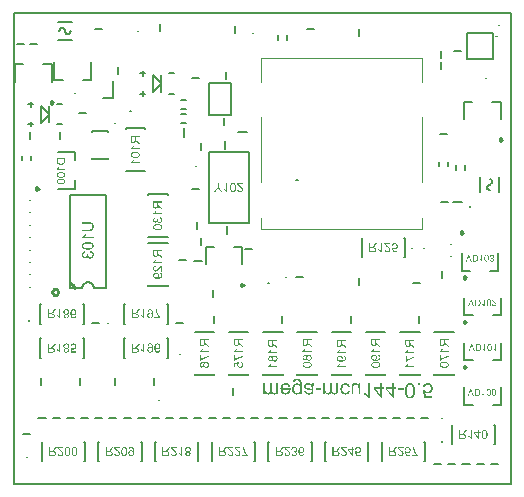
<source format=gbo>
G04*
G04 #@! TF.GenerationSoftware,Altium Limited,Altium Designer,23.4.1 (23)*
G04*
G04 Layer_Color=32896*
%FSLAX25Y25*%
%MOIN*%
G70*
G04*
G04 #@! TF.SameCoordinates,1A0D6C89-7462-4606-8FCB-5999C6F1BDD3*
G04*
G04*
G04 #@! TF.FilePolarity,Positive*
G04*
G01*
G75*
%ADD11C,0.00984*%
%ADD13C,0.00787*%
%ADD14C,0.00394*%
%ADD15C,0.00300*%
%ADD16C,0.00669*%
%ADD132C,0.00800*%
%ADD133C,0.00394*%
%ADD134C,0.00500*%
G36*
X94972Y35423D02*
X95066Y35413D01*
X95155Y35399D01*
X95233Y35384D01*
X95312Y35369D01*
X95381Y35349D01*
X95445Y35330D01*
X95504Y35310D01*
X95553Y35290D01*
X95597Y35276D01*
X95632Y35261D01*
X95661Y35246D01*
X95686Y35236D01*
X95696Y35226D01*
X95701D01*
X95833Y35143D01*
X95947Y35049D01*
X96040Y34956D01*
X96119Y34867D01*
X96178Y34784D01*
X96202Y34749D01*
X96217Y34720D01*
X96232Y34695D01*
X96242Y34675D01*
X96252Y34666D01*
Y34661D01*
X96281Y34587D01*
X96311Y34508D01*
X96335Y34420D01*
X96355Y34321D01*
X96385Y34124D01*
X96409Y33923D01*
X96414Y33829D01*
X96419Y33746D01*
X96424Y33662D01*
Y33593D01*
X96429Y33534D01*
Y33495D01*
Y33465D01*
Y33455D01*
Y30292D01*
X95858D01*
Y30729D01*
X95779Y30636D01*
X95691Y30557D01*
X95602Y30488D01*
X95514Y30429D01*
X95425Y30375D01*
X95337Y30336D01*
X95248Y30301D01*
X95169Y30272D01*
X95091Y30252D01*
X95017Y30237D01*
X94953Y30223D01*
X94899Y30218D01*
X94854Y30213D01*
X94820Y30208D01*
X94791D01*
X94702Y30213D01*
X94618Y30218D01*
X94456Y30247D01*
X94382Y30262D01*
X94313Y30282D01*
X94249Y30306D01*
X94190Y30326D01*
X94136Y30351D01*
X94087Y30370D01*
X94047Y30395D01*
X94013Y30410D01*
X93984Y30424D01*
X93964Y30439D01*
X93954Y30444D01*
X93949Y30449D01*
X93821Y30547D01*
X93713Y30656D01*
X93620Y30769D01*
X93541Y30882D01*
X93477Y30981D01*
X93452Y31025D01*
X93432Y31059D01*
X93418Y31089D01*
X93408Y31113D01*
X93398Y31128D01*
Y31133D01*
X93334Y31300D01*
X93290Y31472D01*
X93255Y31635D01*
X93246Y31709D01*
X93236Y31782D01*
X93226Y31851D01*
X93221Y31910D01*
X93216Y31964D01*
Y32014D01*
X93211Y32053D01*
Y32078D01*
Y32097D01*
Y32102D01*
X93216Y32240D01*
X93231Y32378D01*
X93251Y32506D01*
X93275Y32624D01*
X93305Y32742D01*
X93339Y32845D01*
X93378Y32948D01*
X93418Y33037D01*
X93452Y33121D01*
X93492Y33195D01*
X93526Y33258D01*
X93555Y33308D01*
X93580Y33352D01*
X93600Y33381D01*
X93615Y33401D01*
X93620Y33406D01*
X93703Y33500D01*
X93787Y33583D01*
X93880Y33657D01*
X93979Y33721D01*
X94072Y33770D01*
X94170Y33814D01*
X94264Y33849D01*
X94358Y33878D01*
X94446Y33903D01*
X94525Y33918D01*
X94599Y33933D01*
X94662Y33937D01*
X94712Y33942D01*
X94751Y33947D01*
X94785D01*
X94899Y33942D01*
X95002Y33928D01*
X95105Y33903D01*
X95199Y33873D01*
X95287Y33834D01*
X95371Y33795D01*
X95450Y33755D01*
X95519Y33706D01*
X95583Y33662D01*
X95637Y33623D01*
X95686Y33578D01*
X95725Y33544D01*
X95760Y33514D01*
X95779Y33490D01*
X95794Y33475D01*
X95799Y33470D01*
Y33578D01*
Y33677D01*
Y33770D01*
X95794Y33849D01*
X95789Y33923D01*
Y33987D01*
X95784Y34046D01*
X95779Y34095D01*
X95775Y34134D01*
X95770Y34169D01*
X95765Y34198D01*
Y34223D01*
X95760Y34242D01*
X95755Y34252D01*
Y34262D01*
X95715Y34370D01*
X95671Y34469D01*
X95617Y34552D01*
X95563Y34621D01*
X95514Y34675D01*
X95474Y34715D01*
X95445Y34734D01*
X95440Y34744D01*
X95435D01*
X95341Y34803D01*
X95233Y34848D01*
X95125Y34877D01*
X95017Y34897D01*
X94918Y34912D01*
X94879Y34916D01*
X94845D01*
X94810Y34921D01*
X94771D01*
X94628Y34912D01*
X94505Y34892D01*
X94397Y34867D01*
X94308Y34833D01*
X94235Y34798D01*
X94205Y34784D01*
X94185Y34774D01*
X94166Y34759D01*
X94151Y34754D01*
X94146Y34744D01*
X94141D01*
X94082Y34690D01*
X94038Y34626D01*
X94003Y34562D01*
X93974Y34493D01*
X93954Y34434D01*
X93944Y34385D01*
X93939Y34365D01*
X93934Y34351D01*
Y34346D01*
Y34341D01*
X93334Y34252D01*
Y34361D01*
X93349Y34459D01*
X93364Y34552D01*
X93388Y34641D01*
X93418Y34720D01*
X93452Y34793D01*
X93487Y34857D01*
X93521Y34916D01*
X93560Y34971D01*
X93595Y35015D01*
X93629Y35049D01*
X93659Y35084D01*
X93683Y35108D01*
X93708Y35123D01*
X93718Y35133D01*
X93723Y35138D01*
X93801Y35192D01*
X93885Y35236D01*
X93969Y35276D01*
X94057Y35310D01*
X94146Y35335D01*
X94235Y35359D01*
X94402Y35394D01*
X94476Y35408D01*
X94549Y35418D01*
X94613Y35423D01*
X94668Y35428D01*
X94712Y35433D01*
X94776D01*
X94972Y35423D01*
D02*
G37*
G36*
X135828Y33244D02*
X135125D01*
Y33947D01*
X135828D01*
Y33244D01*
D02*
G37*
G36*
X91184Y34026D02*
X91292Y34016D01*
X91396Y34001D01*
X91499Y33982D01*
X91588Y33962D01*
X91676Y33933D01*
X91755Y33908D01*
X91824Y33878D01*
X91888Y33849D01*
X91947Y33824D01*
X91996Y33795D01*
X92035Y33775D01*
X92070Y33755D01*
X92089Y33741D01*
X92104Y33731D01*
X92109Y33726D01*
X92183Y33667D01*
X92252Y33598D01*
X92316Y33529D01*
X92370Y33460D01*
X92424Y33386D01*
X92468Y33312D01*
X92508Y33239D01*
X92547Y33170D01*
X92576Y33106D01*
X92601Y33047D01*
X92626Y32993D01*
X92640Y32943D01*
X92655Y32904D01*
X92665Y32875D01*
X92670Y32855D01*
Y32850D01*
X92030Y32766D01*
X92001Y32840D01*
X91971Y32904D01*
X91942Y32968D01*
X91912Y33027D01*
X91848Y33126D01*
X91784Y33204D01*
X91730Y33268D01*
X91686Y33312D01*
X91656Y33337D01*
X91651Y33347D01*
X91647D01*
X91553Y33406D01*
X91455Y33450D01*
X91356Y33480D01*
X91268Y33500D01*
X91184Y33514D01*
X91155Y33519D01*
X91125D01*
X91101Y33524D01*
X91066D01*
X90982Y33519D01*
X90899Y33509D01*
X90825Y33495D01*
X90751Y33475D01*
X90682Y33450D01*
X90618Y33421D01*
X90564Y33396D01*
X90510Y33362D01*
X90461Y33332D01*
X90421Y33308D01*
X90382Y33278D01*
X90353Y33253D01*
X90328Y33234D01*
X90313Y33219D01*
X90303Y33209D01*
X90298Y33204D01*
X90244Y33140D01*
X90195Y33071D01*
X90156Y32998D01*
X90117Y32924D01*
X90087Y32850D01*
X90057Y32771D01*
X90013Y32624D01*
X89998Y32550D01*
X89988Y32486D01*
X89979Y32427D01*
X89969Y32378D01*
X89964Y32338D01*
X89959Y32304D01*
Y32284D01*
Y32279D01*
X92690D01*
Y32240D01*
X92694Y32210D01*
Y32181D01*
Y32156D01*
Y32142D01*
Y32127D01*
Y32117D01*
X92690Y31950D01*
X92675Y31797D01*
X92650Y31650D01*
X92621Y31517D01*
X92586Y31389D01*
X92547Y31276D01*
X92503Y31167D01*
X92463Y31074D01*
X92419Y30990D01*
X92375Y30917D01*
X92335Y30852D01*
X92301Y30803D01*
X92271Y30764D01*
X92247Y30734D01*
X92232Y30715D01*
X92227Y30710D01*
X92139Y30621D01*
X92045Y30543D01*
X91947Y30479D01*
X91843Y30420D01*
X91745Y30370D01*
X91647Y30331D01*
X91548Y30297D01*
X91455Y30272D01*
X91371Y30252D01*
X91287Y30233D01*
X91214Y30223D01*
X91155Y30218D01*
X91101Y30213D01*
X91066Y30208D01*
X91032D01*
X90894Y30213D01*
X90761Y30228D01*
X90638Y30257D01*
X90520Y30287D01*
X90412Y30326D01*
X90308Y30370D01*
X90215Y30415D01*
X90131Y30464D01*
X90052Y30513D01*
X89988Y30557D01*
X89929Y30602D01*
X89885Y30641D01*
X89846Y30670D01*
X89821Y30695D01*
X89802Y30715D01*
X89797Y30720D01*
X89713Y30818D01*
X89639Y30926D01*
X89580Y31040D01*
X89526Y31158D01*
X89477Y31281D01*
X89438Y31399D01*
X89408Y31517D01*
X89383Y31625D01*
X89364Y31733D01*
X89349Y31832D01*
X89339Y31920D01*
X89334Y31999D01*
X89329Y32063D01*
X89324Y32112D01*
Y32142D01*
Y32146D01*
Y32151D01*
X89329Y32314D01*
X89344Y32466D01*
X89369Y32614D01*
X89398Y32747D01*
X89433Y32870D01*
X89472Y32983D01*
X89516Y33086D01*
X89561Y33180D01*
X89600Y33263D01*
X89644Y33337D01*
X89684Y33396D01*
X89718Y33445D01*
X89748Y33490D01*
X89772Y33514D01*
X89787Y33534D01*
X89792Y33539D01*
X89885Y33627D01*
X89984Y33701D01*
X90087Y33765D01*
X90190Y33824D01*
X90298Y33869D01*
X90402Y33913D01*
X90505Y33942D01*
X90609Y33967D01*
X90702Y33992D01*
X90786Y34006D01*
X90864Y34016D01*
X90933Y34021D01*
X90987Y34026D01*
X91032Y34031D01*
X91066D01*
X91184Y34026D01*
D02*
G37*
G36*
X111076D02*
X111184Y34016D01*
X111282Y33996D01*
X111381Y33977D01*
X111469Y33947D01*
X111553Y33918D01*
X111627Y33888D01*
X111696Y33854D01*
X111759Y33819D01*
X111814Y33790D01*
X111863Y33760D01*
X111902Y33731D01*
X111937Y33711D01*
X111956Y33691D01*
X111971Y33681D01*
X111976Y33677D01*
X112050Y33608D01*
X112119Y33534D01*
X112178Y33455D01*
X112232Y33372D01*
X112281Y33293D01*
X112320Y33209D01*
X112360Y33130D01*
X112389Y33052D01*
X112414Y32978D01*
X112438Y32909D01*
X112458Y32850D01*
X112468Y32796D01*
X112483Y32752D01*
X112488Y32722D01*
X112493Y32697D01*
Y32693D01*
X111882Y32609D01*
X111868Y32693D01*
X111848Y32771D01*
X111828Y32845D01*
X111804Y32914D01*
X111779Y32978D01*
X111755Y33032D01*
X111725Y33086D01*
X111700Y33130D01*
X111676Y33170D01*
X111651Y33204D01*
X111627Y33234D01*
X111607Y33258D01*
X111592Y33278D01*
X111577Y33293D01*
X111573Y33298D01*
X111568Y33303D01*
X111523Y33342D01*
X111474Y33377D01*
X111371Y33431D01*
X111273Y33470D01*
X111174Y33495D01*
X111090Y33514D01*
X111056Y33519D01*
X111021D01*
X110997Y33524D01*
X110962D01*
X110879Y33519D01*
X110800Y33509D01*
X110726Y33495D01*
X110652Y33470D01*
X110589Y33445D01*
X110529Y33416D01*
X110470Y33386D01*
X110421Y33357D01*
X110377Y33327D01*
X110338Y33293D01*
X110303Y33268D01*
X110274Y33244D01*
X110254Y33219D01*
X110239Y33204D01*
X110229Y33195D01*
X110224Y33189D01*
X110175Y33121D01*
X110131Y33047D01*
X110097Y32968D01*
X110062Y32880D01*
X110038Y32791D01*
X110013Y32702D01*
X109978Y32525D01*
X109969Y32447D01*
X109959Y32368D01*
X109954Y32299D01*
X109949Y32235D01*
X109944Y32186D01*
Y32151D01*
Y32127D01*
Y32117D01*
X109949Y31984D01*
X109959Y31861D01*
X109969Y31748D01*
X109988Y31645D01*
X110013Y31546D01*
X110038Y31463D01*
X110062Y31384D01*
X110092Y31310D01*
X110116Y31251D01*
X110141Y31197D01*
X110166Y31153D01*
X110190Y31118D01*
X110210Y31089D01*
X110220Y31069D01*
X110229Y31059D01*
X110234Y31054D01*
X110293Y30995D01*
X110352Y30941D01*
X110416Y30897D01*
X110480Y30858D01*
X110544Y30823D01*
X110603Y30798D01*
X110667Y30774D01*
X110726Y30759D01*
X110781Y30744D01*
X110835Y30734D01*
X110879Y30725D01*
X110918Y30720D01*
X110953Y30715D01*
X110997D01*
X111110Y30725D01*
X111208Y30744D01*
X111302Y30774D01*
X111376Y30808D01*
X111440Y30843D01*
X111484Y30872D01*
X111513Y30892D01*
X111523Y30902D01*
X111602Y30981D01*
X111666Y31069D01*
X111720Y31158D01*
X111759Y31251D01*
X111794Y31330D01*
X111804Y31364D01*
X111819Y31399D01*
X111823Y31423D01*
X111828Y31443D01*
X111833Y31453D01*
Y31458D01*
X112434Y31364D01*
X112409Y31266D01*
X112380Y31167D01*
X112350Y31079D01*
X112311Y31000D01*
X112271Y30921D01*
X112232Y30852D01*
X112192Y30789D01*
X112148Y30729D01*
X112109Y30680D01*
X112074Y30636D01*
X112040Y30602D01*
X112005Y30567D01*
X111981Y30543D01*
X111961Y30528D01*
X111951Y30518D01*
X111946Y30513D01*
X111873Y30459D01*
X111794Y30415D01*
X111715Y30370D01*
X111636Y30336D01*
X111553Y30306D01*
X111474Y30282D01*
X111317Y30247D01*
X111248Y30233D01*
X111179Y30223D01*
X111120Y30218D01*
X111071Y30213D01*
X111031Y30208D01*
X110884D01*
X110800Y30218D01*
X110638Y30242D01*
X110490Y30282D01*
X110421Y30301D01*
X110357Y30321D01*
X110298Y30341D01*
X110249Y30360D01*
X110205Y30380D01*
X110166Y30400D01*
X110136Y30415D01*
X110116Y30424D01*
X110101Y30429D01*
X110097Y30434D01*
X110023Y30479D01*
X109959Y30528D01*
X109836Y30631D01*
X109732Y30739D01*
X109649Y30848D01*
X109585Y30946D01*
X109560Y30990D01*
X109541Y31025D01*
X109521Y31054D01*
X109511Y31079D01*
X109506Y31094D01*
X109501Y31098D01*
X109437Y31271D01*
X109388Y31448D01*
X109359Y31620D01*
X109344Y31704D01*
X109334Y31782D01*
X109324Y31856D01*
X109319Y31925D01*
X109314Y31984D01*
Y32038D01*
X109309Y32078D01*
Y32112D01*
Y32132D01*
Y32137D01*
X109314Y32304D01*
X109329Y32461D01*
X109354Y32604D01*
X109378Y32742D01*
X109413Y32870D01*
X109452Y32983D01*
X109491Y33091D01*
X109536Y33185D01*
X109580Y33268D01*
X109619Y33342D01*
X109659Y33401D01*
X109693Y33450D01*
X109723Y33495D01*
X109742Y33519D01*
X109757Y33539D01*
X109762Y33544D01*
X109851Y33627D01*
X109944Y33706D01*
X110043Y33770D01*
X110146Y33824D01*
X110244Y33873D01*
X110343Y33913D01*
X110441Y33942D01*
X110535Y33972D01*
X110623Y33992D01*
X110707Y34006D01*
X110781Y34016D01*
X110844Y34021D01*
X110894Y34026D01*
X110933Y34031D01*
X110967D01*
X111076Y34026D01*
D02*
G37*
G36*
X130347Y31807D02*
X128443D01*
Y32432D01*
X130347D01*
Y31807D01*
D02*
G37*
G36*
X102943D02*
X101039D01*
Y32432D01*
X102943D01*
Y31807D01*
D02*
G37*
G36*
X138505Y34026D02*
X138652Y34006D01*
X138785Y33977D01*
X138913Y33937D01*
X139031Y33888D01*
X139139Y33839D01*
X139238Y33785D01*
X139331Y33726D01*
X139410Y33667D01*
X139479Y33613D01*
X139538Y33564D01*
X139587Y33514D01*
X139626Y33475D01*
X139651Y33445D01*
X139671Y33426D01*
X139676Y33421D01*
X139744Y33327D01*
X139808Y33229D01*
X139863Y33126D01*
X139907Y33027D01*
X139946Y32929D01*
X139981Y32830D01*
X140005Y32732D01*
X140030Y32643D01*
X140045Y32560D01*
X140059Y32481D01*
X140069Y32412D01*
X140074Y32353D01*
Y32304D01*
X140079Y32269D01*
Y32250D01*
Y32240D01*
X140074Y32107D01*
X140059Y31979D01*
X140035Y31861D01*
X140010Y31748D01*
X139971Y31645D01*
X139936Y31546D01*
X139892Y31458D01*
X139853Y31379D01*
X139808Y31305D01*
X139764Y31241D01*
X139730Y31187D01*
X139695Y31143D01*
X139666Y31108D01*
X139641Y31079D01*
X139626Y31064D01*
X139621Y31059D01*
X139533Y30981D01*
X139444Y30907D01*
X139351Y30848D01*
X139257Y30793D01*
X139164Y30749D01*
X139070Y30715D01*
X138977Y30685D01*
X138893Y30661D01*
X138815Y30641D01*
X138741Y30626D01*
X138672Y30616D01*
X138618Y30606D01*
X138569D01*
X138534Y30602D01*
X138505D01*
X138411Y30606D01*
X138318Y30616D01*
X138229Y30631D01*
X138145Y30651D01*
X137983Y30705D01*
X137909Y30729D01*
X137840Y30759D01*
X137777Y30793D01*
X137722Y30818D01*
X137668Y30848D01*
X137629Y30872D01*
X137594Y30892D01*
X137570Y30907D01*
X137555Y30917D01*
X137550Y30921D01*
X137821Y29559D01*
X139843D01*
Y28968D01*
X137329D01*
X136842Y31561D01*
X137422Y31635D01*
X137476Y31561D01*
X137540Y31492D01*
X137599Y31433D01*
X137663Y31379D01*
X137713Y31340D01*
X137757Y31310D01*
X137786Y31290D01*
X137791Y31286D01*
X137796D01*
X137890Y31241D01*
X137983Y31207D01*
X138072Y31182D01*
X138155Y31163D01*
X138229Y31153D01*
X138259D01*
X138288Y31148D01*
X138337D01*
X138426Y31153D01*
X138510Y31163D01*
X138588Y31177D01*
X138667Y31197D01*
X138736Y31222D01*
X138800Y31246D01*
X138859Y31276D01*
X138913Y31300D01*
X138957Y31330D01*
X139002Y31359D01*
X139036Y31384D01*
X139066Y31409D01*
X139090Y31428D01*
X139105Y31443D01*
X139115Y31453D01*
X139120Y31458D01*
X139174Y31517D01*
X139218Y31581D01*
X139257Y31650D01*
X139292Y31719D01*
X139321Y31787D01*
X139346Y31856D01*
X139380Y31989D01*
X139395Y32053D01*
X139405Y32112D01*
X139410Y32161D01*
X139415Y32206D01*
X139420Y32245D01*
Y32269D01*
Y32289D01*
Y32294D01*
X139415Y32397D01*
X139405Y32491D01*
X139390Y32584D01*
X139371Y32668D01*
X139346Y32747D01*
X139321Y32820D01*
X139292Y32889D01*
X139267Y32948D01*
X139238Y33003D01*
X139208Y33052D01*
X139184Y33096D01*
X139159Y33126D01*
X139139Y33155D01*
X139125Y33175D01*
X139115Y33185D01*
X139110Y33189D01*
X139051Y33249D01*
X138987Y33298D01*
X138923Y33342D01*
X138859Y33381D01*
X138795Y33416D01*
X138736Y33440D01*
X138613Y33480D01*
X138559Y33495D01*
X138510Y33504D01*
X138465Y33514D01*
X138426Y33519D01*
X138396Y33524D01*
X138352D01*
X138283Y33519D01*
X138219Y33514D01*
X138096Y33485D01*
X137988Y33450D01*
X137895Y33406D01*
X137816Y33362D01*
X137786Y33342D01*
X137762Y33322D01*
X137742Y33308D01*
X137727Y33298D01*
X137717Y33293D01*
X137713Y33288D01*
X137668Y33239D01*
X137624Y33189D01*
X137550Y33071D01*
X137496Y32953D01*
X137452Y32840D01*
X137417Y32732D01*
X137408Y32688D01*
X137398Y32648D01*
X137393Y32614D01*
X137388Y32589D01*
X137383Y32574D01*
Y32570D01*
X136733Y32624D01*
X136748Y32742D01*
X136773Y32850D01*
X136802Y32953D01*
X136837Y33052D01*
X136876Y33145D01*
X136916Y33229D01*
X136960Y33308D01*
X137004Y33377D01*
X137043Y33435D01*
X137088Y33490D01*
X137122Y33539D01*
X137157Y33578D01*
X137186Y33608D01*
X137206Y33627D01*
X137221Y33642D01*
X137225Y33647D01*
X137309Y33716D01*
X137398Y33775D01*
X137491Y33824D01*
X137585Y33869D01*
X137683Y33908D01*
X137777Y33937D01*
X137865Y33962D01*
X137954Y33982D01*
X138037Y33996D01*
X138111Y34011D01*
X138180Y34021D01*
X138239Y34026D01*
X138288D01*
X138323Y34031D01*
X138352D01*
X138505Y34026D01*
D02*
G37*
G36*
X108581Y31438D02*
X108576Y31325D01*
X108566Y31217D01*
X108552Y31118D01*
X108537Y31030D01*
X108512Y30946D01*
X108488Y30872D01*
X108463Y30803D01*
X108434Y30739D01*
X108404Y30685D01*
X108379Y30641D01*
X108355Y30602D01*
X108330Y30567D01*
X108316Y30543D01*
X108301Y30528D01*
X108291Y30518D01*
X108286Y30513D01*
X108227Y30459D01*
X108168Y30415D01*
X108099Y30370D01*
X108035Y30336D01*
X107961Y30306D01*
X107892Y30282D01*
X107760Y30247D01*
X107696Y30233D01*
X107637Y30223D01*
X107587Y30218D01*
X107538Y30213D01*
X107504Y30208D01*
X107450D01*
X107322Y30213D01*
X107204Y30237D01*
X107086Y30267D01*
X106982Y30306D01*
X106879Y30356D01*
X106785Y30410D01*
X106702Y30469D01*
X106623Y30528D01*
X106554Y30587D01*
X106495Y30646D01*
X106441Y30700D01*
X106397Y30749D01*
X106362Y30789D01*
X106338Y30818D01*
X106323Y30843D01*
X106318Y30848D01*
X106274Y30739D01*
X106220Y30646D01*
X106156Y30567D01*
X106097Y30503D01*
X106043Y30449D01*
X105998Y30410D01*
X105964Y30390D01*
X105959Y30380D01*
X105954D01*
X105851Y30321D01*
X105742Y30282D01*
X105629Y30252D01*
X105526Y30228D01*
X105432Y30218D01*
X105393Y30213D01*
X105359D01*
X105329Y30208D01*
X105290D01*
X105157Y30213D01*
X105034Y30233D01*
X104926Y30262D01*
X104827Y30292D01*
X104748Y30321D01*
X104719Y30336D01*
X104690Y30351D01*
X104670Y30360D01*
X104655Y30370D01*
X104645Y30375D01*
X104640D01*
X104537Y30439D01*
X104448Y30508D01*
X104370Y30582D01*
X104306Y30651D01*
X104252Y30710D01*
X104212Y30759D01*
X104202Y30779D01*
X104193Y30793D01*
X104183Y30798D01*
Y30292D01*
X103627D01*
Y33947D01*
X104247D01*
Y32053D01*
Y31960D01*
X104252Y31876D01*
X104256Y31797D01*
X104262Y31723D01*
X104271Y31655D01*
X104276Y31591D01*
X104286Y31532D01*
X104296Y31482D01*
X104306Y31433D01*
X104316Y31394D01*
X104321Y31364D01*
X104330Y31335D01*
X104335Y31315D01*
X104340Y31295D01*
X104345Y31290D01*
Y31286D01*
X104389Y31192D01*
X104439Y31108D01*
X104488Y31040D01*
X104542Y30985D01*
X104591Y30941D01*
X104630Y30907D01*
X104655Y30887D01*
X104665Y30882D01*
X104748Y30838D01*
X104837Y30803D01*
X104921Y30779D01*
X104994Y30759D01*
X105059Y30749D01*
X105108Y30744D01*
X105152D01*
X105270Y30754D01*
X105373Y30779D01*
X105457Y30808D01*
X105526Y30848D01*
X105580Y30887D01*
X105614Y30917D01*
X105639Y30941D01*
X105644Y30951D01*
X105693Y31035D01*
X105733Y31133D01*
X105757Y31236D01*
X105777Y31340D01*
X105787Y31428D01*
X105792Y31468D01*
X105797Y31502D01*
Y31532D01*
Y31551D01*
Y31566D01*
Y31571D01*
Y33947D01*
X106416D01*
Y31827D01*
X106421Y31723D01*
X106426Y31630D01*
X106441Y31541D01*
X106456Y31458D01*
X106475Y31384D01*
X106495Y31320D01*
X106520Y31256D01*
X106544Y31202D01*
X106564Y31158D01*
X106589Y31113D01*
X106608Y31084D01*
X106628Y31054D01*
X106643Y31035D01*
X106658Y31015D01*
X106662Y31010D01*
X106667Y31005D01*
X106717Y30961D01*
X106771Y30917D01*
X106820Y30882D01*
X106874Y30852D01*
X106982Y30808D01*
X107086Y30779D01*
X107174Y30759D01*
X107213Y30754D01*
X107248Y30749D01*
X107273Y30744D01*
X107312D01*
X107391Y30749D01*
X107459Y30759D01*
X107523Y30779D01*
X107578Y30793D01*
X107622Y30813D01*
X107651Y30833D01*
X107676Y30843D01*
X107681Y30848D01*
X107735Y30887D01*
X107779Y30931D01*
X107819Y30975D01*
X107848Y31015D01*
X107873Y31054D01*
X107887Y31084D01*
X107892Y31103D01*
X107897Y31113D01*
X107917Y31182D01*
X107937Y31266D01*
X107947Y31354D01*
X107951Y31438D01*
X107956Y31517D01*
X107961Y31556D01*
Y31586D01*
Y31610D01*
Y31630D01*
Y31640D01*
Y31645D01*
Y33947D01*
X108581D01*
Y31438D01*
D02*
G37*
G36*
X88616D02*
X88611Y31325D01*
X88601Y31217D01*
X88586Y31118D01*
X88572Y31030D01*
X88547Y30946D01*
X88522Y30872D01*
X88498Y30803D01*
X88468Y30739D01*
X88439Y30685D01*
X88414Y30641D01*
X88389Y30602D01*
X88365Y30567D01*
X88350Y30543D01*
X88335Y30528D01*
X88326Y30518D01*
X88321Y30513D01*
X88262Y30459D01*
X88203Y30415D01*
X88134Y30370D01*
X88070Y30336D01*
X87996Y30306D01*
X87927Y30282D01*
X87794Y30247D01*
X87730Y30233D01*
X87671Y30223D01*
X87622Y30218D01*
X87573Y30213D01*
X87538Y30208D01*
X87484D01*
X87356Y30213D01*
X87238Y30237D01*
X87120Y30267D01*
X87017Y30306D01*
X86914Y30356D01*
X86820Y30410D01*
X86736Y30469D01*
X86658Y30528D01*
X86589Y30587D01*
X86530Y30646D01*
X86476Y30700D01*
X86431Y30749D01*
X86397Y30789D01*
X86372Y30818D01*
X86358Y30843D01*
X86353Y30848D01*
X86308Y30739D01*
X86254Y30646D01*
X86190Y30567D01*
X86131Y30503D01*
X86077Y30449D01*
X86033Y30410D01*
X85998Y30390D01*
X85993Y30380D01*
X85989D01*
X85885Y30321D01*
X85777Y30282D01*
X85664Y30252D01*
X85561Y30228D01*
X85467Y30218D01*
X85428Y30213D01*
X85393D01*
X85364Y30208D01*
X85324D01*
X85192Y30213D01*
X85069Y30233D01*
X84960Y30262D01*
X84862Y30292D01*
X84783Y30321D01*
X84754Y30336D01*
X84724Y30351D01*
X84705Y30360D01*
X84690Y30370D01*
X84680Y30375D01*
X84675D01*
X84572Y30439D01*
X84483Y30508D01*
X84404Y30582D01*
X84340Y30651D01*
X84286Y30710D01*
X84247Y30759D01*
X84237Y30779D01*
X84227Y30793D01*
X84217Y30798D01*
Y30292D01*
X83661D01*
Y33947D01*
X84281D01*
Y32053D01*
Y31960D01*
X84286Y31876D01*
X84291Y31797D01*
X84296Y31723D01*
X84306Y31655D01*
X84311Y31591D01*
X84321Y31532D01*
X84330Y31482D01*
X84340Y31433D01*
X84350Y31394D01*
X84355Y31364D01*
X84365Y31335D01*
X84370Y31315D01*
X84375Y31295D01*
X84380Y31290D01*
Y31286D01*
X84424Y31192D01*
X84473Y31108D01*
X84522Y31040D01*
X84576Y30985D01*
X84626Y30941D01*
X84665Y30907D01*
X84690Y30887D01*
X84699Y30882D01*
X84783Y30838D01*
X84872Y30803D01*
X84955Y30779D01*
X85029Y30759D01*
X85093Y30749D01*
X85142Y30744D01*
X85187D01*
X85305Y30754D01*
X85408Y30779D01*
X85492Y30808D01*
X85561Y30848D01*
X85615Y30887D01*
X85649Y30917D01*
X85674Y30941D01*
X85679Y30951D01*
X85728Y31035D01*
X85767Y31133D01*
X85792Y31236D01*
X85812Y31340D01*
X85821Y31428D01*
X85826Y31468D01*
X85831Y31502D01*
Y31532D01*
Y31551D01*
Y31566D01*
Y31571D01*
Y33947D01*
X86451D01*
Y31827D01*
X86456Y31723D01*
X86461Y31630D01*
X86476Y31541D01*
X86490Y31458D01*
X86510Y31384D01*
X86530Y31320D01*
X86554Y31256D01*
X86579Y31202D01*
X86599Y31158D01*
X86623Y31113D01*
X86643Y31084D01*
X86663Y31054D01*
X86677Y31035D01*
X86692Y31015D01*
X86697Y31010D01*
X86702Y31005D01*
X86751Y30961D01*
X86805Y30917D01*
X86854Y30882D01*
X86909Y30852D01*
X87017Y30808D01*
X87120Y30779D01*
X87209Y30759D01*
X87248Y30754D01*
X87283Y30749D01*
X87307Y30744D01*
X87347D01*
X87425Y30749D01*
X87494Y30759D01*
X87558Y30779D01*
X87612Y30793D01*
X87656Y30813D01*
X87686Y30833D01*
X87711Y30843D01*
X87716Y30848D01*
X87770Y30887D01*
X87814Y30931D01*
X87853Y30975D01*
X87883Y31015D01*
X87907Y31054D01*
X87922Y31084D01*
X87927Y31103D01*
X87932Y31113D01*
X87952Y31182D01*
X87971Y31266D01*
X87981Y31354D01*
X87986Y31438D01*
X87991Y31517D01*
X87996Y31556D01*
Y31586D01*
Y31610D01*
Y31630D01*
Y31640D01*
Y31645D01*
Y33947D01*
X88616D01*
Y31438D01*
D02*
G37*
G36*
X98535Y34026D02*
X98663Y34011D01*
X98776Y33992D01*
X98879Y33972D01*
X98923Y33962D01*
X98963Y33952D01*
X98997Y33942D01*
X99027Y33933D01*
X99051Y33923D01*
X99066Y33918D01*
X99076Y33913D01*
X99081D01*
X99199Y33859D01*
X99322Y33795D01*
X99430Y33726D01*
X99533Y33657D01*
X99617Y33593D01*
X99656Y33568D01*
X99686Y33544D01*
X99711Y33524D01*
X99730Y33509D01*
X99740Y33500D01*
X99745Y33495D01*
X99760Y33588D01*
X99774Y33677D01*
X99794Y33750D01*
X99819Y33819D01*
X99838Y33873D01*
X99858Y33913D01*
X99868Y33937D01*
X99873Y33947D01*
X100517D01*
X100478Y33869D01*
X100443Y33790D01*
X100414Y33721D01*
X100394Y33652D01*
X100380Y33598D01*
X100370Y33554D01*
X100360Y33524D01*
Y33514D01*
X100355Y33465D01*
X100345Y33401D01*
X100340Y33327D01*
X100335Y33244D01*
Y33155D01*
X100330Y33066D01*
X100326Y32880D01*
Y32786D01*
X100320Y32702D01*
Y32624D01*
Y32555D01*
Y32501D01*
Y32456D01*
Y32427D01*
Y32417D01*
Y31591D01*
Y31517D01*
Y31448D01*
X100316Y31384D01*
Y31325D01*
X100311Y31276D01*
Y31226D01*
X100306Y31187D01*
Y31148D01*
X100296Y31094D01*
X100291Y31049D01*
X100286Y31030D01*
Y31020D01*
X100261Y30926D01*
X100232Y30848D01*
X100203Y30774D01*
X100168Y30710D01*
X100138Y30661D01*
X100119Y30626D01*
X100099Y30606D01*
X100094Y30597D01*
X100035Y30538D01*
X99971Y30483D01*
X99897Y30434D01*
X99828Y30395D01*
X99765Y30365D01*
X99715Y30341D01*
X99696Y30331D01*
X99681Y30326D01*
X99671Y30321D01*
X99666D01*
X99548Y30282D01*
X99425Y30257D01*
X99297Y30237D01*
X99179Y30223D01*
X99125Y30218D01*
X99071Y30213D01*
X99027D01*
X98987Y30208D01*
X98909D01*
X98736Y30213D01*
X98579Y30228D01*
X98436Y30252D01*
X98372Y30262D01*
X98318Y30272D01*
X98264Y30287D01*
X98215Y30297D01*
X98175Y30311D01*
X98141Y30321D01*
X98111Y30326D01*
X98092Y30336D01*
X98082Y30341D01*
X98077D01*
X97954Y30395D01*
X97841Y30454D01*
X97747Y30513D01*
X97674Y30572D01*
X97610Y30626D01*
X97565Y30670D01*
X97541Y30700D01*
X97531Y30705D01*
Y30710D01*
X97467Y30803D01*
X97413Y30907D01*
X97364Y31010D01*
X97329Y31108D01*
X97300Y31197D01*
X97290Y31236D01*
X97280Y31271D01*
X97275Y31295D01*
X97270Y31315D01*
X97265Y31330D01*
Y31335D01*
X97870Y31418D01*
X97890Y31350D01*
X97910Y31286D01*
X97934Y31222D01*
X97959Y31167D01*
X97983Y31118D01*
X98008Y31074D01*
X98062Y31000D01*
X98106Y30946D01*
X98141Y30907D01*
X98166Y30882D01*
X98175Y30877D01*
X98215Y30848D01*
X98264Y30823D01*
X98362Y30784D01*
X98471Y30759D01*
X98574Y30739D01*
X98667Y30729D01*
X98707Y30725D01*
X98746Y30720D01*
X98899D01*
X98977Y30729D01*
X99056Y30739D01*
X99120Y30754D01*
X99184Y30769D01*
X99243Y30789D01*
X99297Y30803D01*
X99341Y30823D01*
X99386Y30843D01*
X99420Y30862D01*
X99450Y30882D01*
X99474Y30897D01*
X99494Y30912D01*
X99509Y30921D01*
X99514Y30926D01*
X99519Y30931D01*
X99548Y30961D01*
X99578Y31000D01*
X99622Y31079D01*
X99651Y31172D01*
X99676Y31256D01*
X99686Y31340D01*
X99691Y31374D01*
Y31404D01*
X99696Y31433D01*
Y31453D01*
Y31463D01*
Y31468D01*
Y31482D01*
Y31507D01*
Y31561D01*
X99691Y31586D01*
Y31605D01*
Y31620D01*
Y31625D01*
X99622Y31650D01*
X99543Y31669D01*
X99459Y31694D01*
X99371Y31714D01*
X99189Y31748D01*
X99007Y31782D01*
X98923Y31792D01*
X98844Y31807D01*
X98771Y31817D01*
X98712Y31827D01*
X98663Y31832D01*
X98623Y31837D01*
X98598Y31841D01*
X98589D01*
X98461Y31856D01*
X98348Y31876D01*
X98254Y31891D01*
X98175Y31905D01*
X98116Y31915D01*
X98072Y31925D01*
X98048Y31935D01*
X98038D01*
X97949Y31964D01*
X97865Y31994D01*
X97792Y32028D01*
X97723Y32063D01*
X97669Y32092D01*
X97629Y32117D01*
X97605Y32132D01*
X97595Y32137D01*
X97526Y32191D01*
X97462Y32250D01*
X97408Y32309D01*
X97364Y32368D01*
X97324Y32417D01*
X97300Y32456D01*
X97280Y32486D01*
X97275Y32491D01*
Y32496D01*
X97236Y32579D01*
X97206Y32668D01*
X97186Y32747D01*
X97172Y32825D01*
X97162Y32889D01*
X97157Y32943D01*
Y32963D01*
Y32978D01*
Y32983D01*
Y32988D01*
X97162Y33071D01*
X97172Y33150D01*
X97186Y33229D01*
X97206Y33298D01*
X97231Y33367D01*
X97260Y33426D01*
X97285Y33485D01*
X97319Y33534D01*
X97349Y33583D01*
X97373Y33623D01*
X97403Y33657D01*
X97428Y33687D01*
X97447Y33711D01*
X97462Y33726D01*
X97472Y33736D01*
X97477Y33741D01*
X97541Y33790D01*
X97610Y33834D01*
X97683Y33873D01*
X97757Y33908D01*
X97836Y33937D01*
X97915Y33962D01*
X98062Y33996D01*
X98131Y34006D01*
X98195Y34016D01*
X98254Y34021D01*
X98303Y34026D01*
X98343Y34031D01*
X98402D01*
X98535Y34026D01*
D02*
G37*
G36*
X114387D02*
X114515Y34006D01*
X114633Y33972D01*
X114741Y33933D01*
X114844Y33888D01*
X114938Y33834D01*
X115026Y33780D01*
X115105Y33721D01*
X115174Y33667D01*
X115238Y33613D01*
X115287Y33558D01*
X115331Y33509D01*
X115366Y33475D01*
X115391Y33440D01*
X115405Y33421D01*
X115410Y33416D01*
Y33947D01*
X115966D01*
Y30292D01*
X115346D01*
Y32255D01*
Y32338D01*
X115341Y32417D01*
X115336Y32496D01*
X115331Y32565D01*
X115322Y32629D01*
X115312Y32688D01*
X115302Y32737D01*
X115297Y32786D01*
X115287Y32830D01*
X115277Y32865D01*
X115268Y32894D01*
X115258Y32924D01*
X115253Y32943D01*
X115248Y32958D01*
X115243Y32963D01*
Y32968D01*
X115199Y33057D01*
X115145Y33130D01*
X115085Y33199D01*
X115031Y33253D01*
X114977Y33298D01*
X114933Y33332D01*
X114903Y33352D01*
X114899Y33357D01*
X114894D01*
X114800Y33406D01*
X114711Y33440D01*
X114623Y33465D01*
X114544Y33480D01*
X114475Y33490D01*
X114426Y33500D01*
X114377D01*
X114279Y33495D01*
X114190Y33480D01*
X114106Y33455D01*
X114042Y33431D01*
X113983Y33406D01*
X113944Y33381D01*
X113919Y33367D01*
X113910Y33362D01*
X113846Y33308D01*
X113792Y33244D01*
X113752Y33180D01*
X113718Y33116D01*
X113693Y33062D01*
X113678Y33017D01*
X113669Y32988D01*
X113664Y32983D01*
Y32978D01*
X113659Y32943D01*
X113654Y32899D01*
X113649Y32855D01*
X113644Y32806D01*
X113639Y32697D01*
X113634Y32589D01*
X113629Y32486D01*
Y32442D01*
Y32402D01*
Y32368D01*
Y32343D01*
Y32329D01*
Y32324D01*
Y30292D01*
X113009D01*
Y32560D01*
Y32697D01*
X113014Y32816D01*
X113019Y32914D01*
X113029Y32998D01*
X113034Y33062D01*
X113039Y33106D01*
X113044Y33130D01*
Y33140D01*
X113068Y33239D01*
X113098Y33327D01*
X113127Y33406D01*
X113157Y33470D01*
X113186Y33524D01*
X113211Y33564D01*
X113226Y33588D01*
X113231Y33598D01*
X113290Y33667D01*
X113354Y33726D01*
X113423Y33780D01*
X113491Y33824D01*
X113555Y33859D01*
X113604Y33883D01*
X113624Y33893D01*
X113639Y33903D01*
X113644Y33908D01*
X113649D01*
X113757Y33947D01*
X113860Y33977D01*
X113964Y34001D01*
X114057Y34016D01*
X114136Y34026D01*
X114170D01*
X114200Y34031D01*
X114254D01*
X114387Y34026D01*
D02*
G37*
G36*
X119095Y28885D02*
X118692D01*
X118662Y28949D01*
X118623Y29008D01*
X118539Y29131D01*
X118451Y29244D01*
X118362Y29347D01*
X118318Y29391D01*
X118279Y29436D01*
X118239Y29470D01*
X118210Y29504D01*
X118185Y29529D01*
X118160Y29549D01*
X118151Y29559D01*
X118146Y29564D01*
X117993Y29686D01*
X117841Y29800D01*
X117688Y29903D01*
X117545Y29987D01*
X117482Y30026D01*
X117422Y30055D01*
X117373Y30085D01*
X117329Y30110D01*
X117290Y30129D01*
X117265Y30144D01*
X117245Y30149D01*
X117240Y30154D01*
Y30749D01*
X117349Y30705D01*
X117462Y30656D01*
X117570Y30602D01*
X117668Y30552D01*
X117757Y30508D01*
X117791Y30488D01*
X117826Y30469D01*
X117850Y30454D01*
X117870Y30444D01*
X117880Y30434D01*
X117885D01*
X118013Y30356D01*
X118131Y30277D01*
X118234Y30203D01*
X118318Y30139D01*
X118387Y30085D01*
X118436Y30041D01*
X118451Y30026D01*
X118465Y30016D01*
X118470Y30006D01*
X118475D01*
Y33947D01*
X119095D01*
Y28885D01*
D02*
G37*
G36*
X127203Y32742D02*
X127882D01*
Y32176D01*
X127203D01*
Y28904D01*
X126697D01*
X124394Y32176D01*
Y32742D01*
X126584D01*
Y33947D01*
X127203D01*
Y32742D01*
D02*
G37*
G36*
X123287D02*
X123966D01*
Y32176D01*
X123287D01*
Y28904D01*
X122780D01*
X120478Y32176D01*
Y32742D01*
X122667D01*
Y33947D01*
X123287D01*
Y32742D01*
D02*
G37*
G36*
X132606Y34026D02*
X132699Y34016D01*
X132792Y34001D01*
X132876Y33987D01*
X132960Y33962D01*
X133034Y33937D01*
X133103Y33913D01*
X133167Y33883D01*
X133221Y33854D01*
X133270Y33829D01*
X133314Y33805D01*
X133349Y33780D01*
X133378Y33765D01*
X133398Y33750D01*
X133407Y33741D01*
X133413Y33736D01*
X133476Y33677D01*
X133540Y33613D01*
X133653Y33480D01*
X133747Y33337D01*
X133821Y33204D01*
X133855Y33140D01*
X133880Y33081D01*
X133905Y33032D01*
X133924Y32983D01*
X133939Y32948D01*
X133949Y32919D01*
X133959Y32899D01*
Y32894D01*
X133993Y32786D01*
X134022Y32678D01*
X134067Y32442D01*
X134101Y32201D01*
X134111Y32087D01*
X134121Y31974D01*
X134131Y31866D01*
X134136Y31773D01*
X134141Y31684D01*
Y31610D01*
X134145Y31546D01*
Y31502D01*
Y31472D01*
Y31463D01*
Y31325D01*
X134141Y31197D01*
X134136Y31074D01*
X134126Y30961D01*
X134116Y30852D01*
X134106Y30759D01*
X134096Y30666D01*
X134087Y30587D01*
X134077Y30513D01*
X134067Y30449D01*
X134057Y30395D01*
X134047Y30351D01*
X134037Y30316D01*
X134032Y30292D01*
X134028Y30277D01*
Y30272D01*
X133983Y30114D01*
X133929Y29967D01*
X133880Y29839D01*
X133855Y29785D01*
X133831Y29731D01*
X133806Y29686D01*
X133786Y29642D01*
X133767Y29608D01*
X133752Y29578D01*
X133737Y29554D01*
X133727Y29539D01*
X133718Y29529D01*
Y29524D01*
X133639Y29416D01*
X133555Y29318D01*
X133472Y29239D01*
X133393Y29170D01*
X133319Y29121D01*
X133265Y29081D01*
X133240Y29067D01*
X133226Y29062D01*
X133216Y29052D01*
X133211D01*
X133093Y28998D01*
X132970Y28953D01*
X132852Y28924D01*
X132743Y28904D01*
X132694Y28899D01*
X132645Y28894D01*
X132606Y28889D01*
X132571Y28885D01*
X132502D01*
X132399Y28889D01*
X132306Y28899D01*
X132212Y28914D01*
X132128Y28929D01*
X132045Y28953D01*
X131971Y28978D01*
X131902Y29003D01*
X131838Y29032D01*
X131784Y29062D01*
X131730Y29086D01*
X131691Y29111D01*
X131651Y29135D01*
X131626Y29150D01*
X131602Y29165D01*
X131592Y29175D01*
X131587Y29180D01*
X131523Y29239D01*
X131459Y29303D01*
X131346Y29436D01*
X131253Y29573D01*
X131179Y29711D01*
X131144Y29775D01*
X131120Y29834D01*
X131095Y29883D01*
X131076Y29932D01*
X131061Y29967D01*
X131051Y29996D01*
X131041Y30016D01*
Y30021D01*
X131011Y30129D01*
X130982Y30237D01*
X130938Y30479D01*
X130903Y30715D01*
X130893Y30833D01*
X130884Y30946D01*
X130874Y31054D01*
X130869Y31153D01*
X130864Y31236D01*
Y31315D01*
X130859Y31374D01*
Y31423D01*
Y31453D01*
Y31458D01*
Y31463D01*
X130864Y31719D01*
X130879Y31960D01*
X130903Y32176D01*
X130938Y32383D01*
X130972Y32565D01*
X131016Y32732D01*
X131061Y32884D01*
X131110Y33017D01*
X131154Y33135D01*
X131199Y33239D01*
X131243Y33322D01*
X131277Y33391D01*
X131312Y33445D01*
X131336Y33485D01*
X131351Y33504D01*
X131356Y33514D01*
X131435Y33603D01*
X131523Y33687D01*
X131617Y33755D01*
X131710Y33814D01*
X131804Y33864D01*
X131902Y33903D01*
X131995Y33937D01*
X132084Y33967D01*
X132168Y33987D01*
X132246Y34001D01*
X132320Y34016D01*
X132379Y34021D01*
X132433Y34026D01*
X132468Y34031D01*
X132502D01*
X132606Y34026D01*
D02*
G37*
G36*
X159841Y76816D02*
X159898Y76810D01*
X159953Y76799D01*
X160004Y76785D01*
X160053Y76770D01*
X160097Y76754D01*
X160139Y76735D01*
X160176Y76715D01*
X160212Y76697D01*
X160240Y76677D01*
X160267Y76662D01*
X160287Y76644D01*
X160305Y76633D01*
X160318Y76622D01*
X160325Y76615D01*
X160327Y76613D01*
X160364Y76573D01*
X160398Y76533D01*
X160426Y76489D01*
X160453Y76447D01*
X160473Y76405D01*
X160490Y76363D01*
X160506Y76323D01*
X160517Y76286D01*
X160526Y76248D01*
X160532Y76215D01*
X160537Y76186D01*
X160541Y76160D01*
Y76140D01*
X160543Y76125D01*
Y76113D01*
Y76111D01*
X160541Y76072D01*
X160539Y76032D01*
X160526Y75961D01*
X160517Y75930D01*
X160508Y75899D01*
X160497Y75873D01*
X160488Y75846D01*
X160477Y75824D01*
X160466Y75804D01*
X160457Y75786D01*
X160448Y75773D01*
X160442Y75762D01*
X160435Y75753D01*
X160433Y75749D01*
X160431Y75747D01*
X160408Y75720D01*
X160386Y75696D01*
X160336Y75656D01*
X160283Y75621D01*
X160234Y75596D01*
X160187Y75577D01*
X160170Y75570D01*
X160152Y75563D01*
X160139Y75559D01*
X160128Y75557D01*
X160121Y75554D01*
X160119D01*
X160174Y75526D01*
X160221Y75495D01*
X160260Y75464D01*
X160294Y75433D01*
X160320Y75406D01*
X160338Y75384D01*
X160344Y75375D01*
X160349Y75369D01*
X160353Y75366D01*
Y75364D01*
X160380Y75318D01*
X160400Y75271D01*
X160413Y75227D01*
X160424Y75185D01*
X160428Y75150D01*
X160431Y75134D01*
Y75121D01*
X160433Y75110D01*
Y75103D01*
Y75099D01*
Y75097D01*
X160428Y75039D01*
X160420Y74986D01*
X160406Y74936D01*
X160391Y74894D01*
X160375Y74856D01*
X160369Y74840D01*
X160362Y74830D01*
X160358Y74818D01*
X160353Y74812D01*
X160349Y74807D01*
Y74805D01*
X160316Y74757D01*
X160278Y74712D01*
X160238Y74675D01*
X160199Y74644D01*
X160163Y74620D01*
X160150Y74608D01*
X160137Y74602D01*
X160126Y74595D01*
X160117Y74591D01*
X160112Y74586D01*
X160110D01*
X160050Y74560D01*
X159991Y74540D01*
X159936Y74527D01*
X159882Y74516D01*
X159858Y74514D01*
X159836Y74511D01*
X159818Y74509D01*
X159801D01*
X159787Y74507D01*
X159770D01*
X159721Y74509D01*
X159673Y74514D01*
X159628Y74520D01*
X159586Y74531D01*
X159547Y74542D01*
X159509Y74555D01*
X159474Y74569D01*
X159443Y74584D01*
X159416Y74598D01*
X159390Y74613D01*
X159370Y74626D01*
X159352Y74637D01*
X159337Y74648D01*
X159328Y74655D01*
X159321Y74659D01*
X159319Y74661D01*
X159288Y74692D01*
X159257Y74723D01*
X159231Y74759D01*
X159209Y74794D01*
X159186Y74830D01*
X159169Y74867D01*
X159151Y74902D01*
X159138Y74936D01*
X159125Y74969D01*
X159116Y74998D01*
X159107Y75026D01*
X159100Y75048D01*
X159096Y75068D01*
X159091Y75081D01*
X159089Y75093D01*
Y75095D01*
X159368Y75143D01*
X159374Y75106D01*
X159381Y75073D01*
X159392Y75039D01*
X159401Y75011D01*
X159412Y74982D01*
X159423Y74958D01*
X159436Y74936D01*
X159447Y74914D01*
X159458Y74896D01*
X159469Y74880D01*
X159478Y74867D01*
X159487Y74858D01*
X159494Y74849D01*
X159500Y74843D01*
X159502Y74840D01*
X159505Y74838D01*
X159525Y74821D01*
X159547Y74803D01*
X159593Y74779D01*
X159637Y74759D01*
X159681Y74748D01*
X159719Y74739D01*
X159734Y74737D01*
X159750D01*
X159761Y74734D01*
X159807D01*
X159834Y74739D01*
X159887Y74750D01*
X159933Y74768D01*
X159971Y74785D01*
X160002Y74803D01*
X160026Y74821D01*
X160033Y74827D01*
X160039Y74832D01*
X160042Y74834D01*
X160044Y74836D01*
X160062Y74856D01*
X160079Y74876D01*
X160103Y74918D01*
X160123Y74960D01*
X160134Y75000D01*
X160143Y75035D01*
X160145Y75050D01*
Y75064D01*
X160148Y75075D01*
Y75084D01*
Y75088D01*
Y75090D01*
X160145Y75126D01*
X160141Y75157D01*
X160134Y75187D01*
X160126Y75216D01*
X160115Y75241D01*
X160101Y75265D01*
X160090Y75287D01*
X160077Y75305D01*
X160062Y75322D01*
X160050Y75336D01*
X160037Y75349D01*
X160026Y75358D01*
X160017Y75366D01*
X160011Y75371D01*
X160006Y75373D01*
X160004Y75375D01*
X159949Y75406D01*
X159894Y75428D01*
X159841Y75446D01*
X159790Y75457D01*
X159768Y75459D01*
X159748Y75464D01*
X159730Y75466D01*
X159715D01*
X159701Y75468D01*
X159670D01*
X159655Y75466D01*
X159644Y75464D01*
X159639D01*
X159608Y75707D01*
X159651Y75698D01*
X159688Y75689D01*
X159721Y75685D01*
X159750Y75683D01*
X159772Y75680D01*
X159790Y75678D01*
X159803D01*
X159838Y75680D01*
X159871Y75683D01*
X159933Y75698D01*
X159989Y75718D01*
X160013Y75729D01*
X160035Y75740D01*
X160055Y75751D01*
X160070Y75762D01*
X160086Y75773D01*
X160099Y75782D01*
X160108Y75791D01*
X160115Y75797D01*
X160119Y75800D01*
X160121Y75802D01*
X160143Y75826D01*
X160163Y75850D01*
X160179Y75877D01*
X160194Y75904D01*
X160207Y75930D01*
X160216Y75957D01*
X160232Y76005D01*
X160236Y76029D01*
X160240Y76049D01*
X160243Y76069D01*
X160245Y76085D01*
X160247Y76100D01*
Y76109D01*
Y76116D01*
Y76118D01*
X160245Y76156D01*
X160240Y76191D01*
X160234Y76224D01*
X160227Y76255D01*
X160205Y76312D01*
X160192Y76339D01*
X160181Y76361D01*
X160168Y76383D01*
X160154Y76401D01*
X160143Y76416D01*
X160134Y76429D01*
X160126Y76441D01*
X160119Y76447D01*
X160115Y76452D01*
X160112Y76454D01*
X160086Y76478D01*
X160059Y76498D01*
X160033Y76516D01*
X160004Y76531D01*
X159975Y76544D01*
X159949Y76556D01*
X159896Y76571D01*
X159871Y76578D01*
X159849Y76582D01*
X159832Y76584D01*
X159814Y76587D01*
X159801Y76589D01*
X159781D01*
X159750Y76587D01*
X159721Y76584D01*
X159668Y76573D01*
X159619Y76556D01*
X159578Y76536D01*
X159544Y76518D01*
X159531Y76509D01*
X159520Y76500D01*
X159511Y76494D01*
X159505Y76489D01*
X159502Y76485D01*
X159500D01*
X159480Y76463D01*
X159460Y76441D01*
X159427Y76388D01*
X159398Y76330D01*
X159376Y76275D01*
X159368Y76248D01*
X159359Y76224D01*
X159352Y76200D01*
X159348Y76182D01*
X159343Y76164D01*
X159341Y76153D01*
X159339Y76144D01*
Y76142D01*
X159060Y76180D01*
X159067Y76233D01*
X159078Y76281D01*
X159091Y76328D01*
X159107Y76372D01*
X159125Y76414D01*
X159142Y76452D01*
X159162Y76487D01*
X159182Y76518D01*
X159202Y76547D01*
X159220Y76571D01*
X159237Y76591D01*
X159253Y76609D01*
X159266Y76624D01*
X159275Y76633D01*
X159281Y76639D01*
X159284Y76642D01*
X159321Y76673D01*
X159361Y76699D01*
X159403Y76723D01*
X159445Y76743D01*
X159485Y76761D01*
X159527Y76774D01*
X159566Y76788D01*
X159604Y76796D01*
X159642Y76803D01*
X159675Y76810D01*
X159704Y76814D01*
X159730Y76816D01*
X159750D01*
X159765Y76819D01*
X159779D01*
X159841Y76816D01*
D02*
G37*
G36*
X156587Y74507D02*
X156406D01*
X156393Y74536D01*
X156375Y74562D01*
X156338Y74617D01*
X156298Y74668D01*
X156258Y74715D01*
X156238Y74734D01*
X156221Y74754D01*
X156203Y74770D01*
X156190Y74785D01*
X156179Y74796D01*
X156167Y74805D01*
X156163Y74810D01*
X156161Y74812D01*
X156092Y74867D01*
X156024Y74918D01*
X155955Y74964D01*
X155891Y75002D01*
X155862Y75020D01*
X155836Y75033D01*
X155814Y75046D01*
X155794Y75057D01*
X155776Y75066D01*
X155765Y75073D01*
X155756Y75075D01*
X155754Y75077D01*
Y75344D01*
X155803Y75324D01*
X155854Y75302D01*
X155902Y75278D01*
X155947Y75256D01*
X155986Y75236D01*
X156002Y75227D01*
X156017Y75218D01*
X156028Y75212D01*
X156037Y75207D01*
X156042Y75203D01*
X156044D01*
X156101Y75168D01*
X156154Y75132D01*
X156201Y75099D01*
X156238Y75070D01*
X156269Y75046D01*
X156291Y75026D01*
X156298Y75020D01*
X156305Y75015D01*
X156307Y75011D01*
X156309D01*
Y76781D01*
X156587D01*
Y74507D01*
D02*
G37*
G36*
X154260Y76779D02*
X154329Y76774D01*
X154391Y76770D01*
X154417Y76766D01*
X154444Y76761D01*
X154466Y76759D01*
X154488Y76754D01*
X154506Y76752D01*
X154519Y76750D01*
X154532Y76748D01*
X154541Y76746D01*
X154545Y76743D01*
X154548D01*
X154605Y76728D01*
X154658Y76710D01*
X154704Y76690D01*
X154744Y76673D01*
X154775Y76657D01*
X154788Y76648D01*
X154799Y76644D01*
X154808Y76637D01*
X154815Y76633D01*
X154817Y76631D01*
X154819D01*
X154861Y76600D01*
X154899Y76567D01*
X154934Y76533D01*
X154965Y76500D01*
X154990Y76469D01*
X155009Y76447D01*
X155016Y76438D01*
X155020Y76432D01*
X155025Y76427D01*
Y76425D01*
X155058Y76374D01*
X155089Y76319D01*
X155116Y76264D01*
X155138Y76211D01*
X155147Y76189D01*
X155155Y76166D01*
X155162Y76147D01*
X155169Y76129D01*
X155173Y76116D01*
X155177Y76105D01*
X155180Y76098D01*
Y76096D01*
X155200Y76019D01*
X155215Y75939D01*
X155226Y75862D01*
X155230Y75826D01*
X155235Y75791D01*
X155237Y75758D01*
X155239Y75729D01*
Y75702D01*
X155242Y75680D01*
Y75661D01*
Y75647D01*
Y75638D01*
Y75636D01*
X155237Y75526D01*
X155233Y75475D01*
X155228Y75424D01*
X155222Y75378D01*
X155213Y75333D01*
X155204Y75291D01*
X155197Y75254D01*
X155189Y75221D01*
X155180Y75190D01*
X155173Y75163D01*
X155164Y75141D01*
X155160Y75123D01*
X155155Y75110D01*
X155151Y75101D01*
Y75099D01*
X155113Y75015D01*
X155094Y74975D01*
X155071Y74938D01*
X155049Y74905D01*
X155027Y74874D01*
X155005Y74843D01*
X154985Y74816D01*
X154963Y74794D01*
X154945Y74772D01*
X154928Y74754D01*
X154912Y74739D01*
X154901Y74728D01*
X154892Y74719D01*
X154886Y74715D01*
X154884Y74712D01*
X154831Y74670D01*
X154773Y74637D01*
X154718Y74608D01*
X154665Y74586D01*
X154640Y74578D01*
X154618Y74569D01*
X154601Y74562D01*
X154583Y74558D01*
X154570Y74553D01*
X154559Y74551D01*
X154552Y74549D01*
X154550D01*
X154523Y74542D01*
X154492Y74538D01*
X154428Y74529D01*
X154362Y74524D01*
X154296Y74520D01*
X154267Y74518D01*
X154238D01*
X154214Y74516D01*
X153367D01*
Y76781D01*
X154185D01*
X154260Y76779D01*
D02*
G37*
G36*
X153100Y74516D02*
X152795D01*
X152181Y76162D01*
X152156Y76231D01*
X152132Y76299D01*
X152112Y76361D01*
X152094Y76416D01*
X152086Y76443D01*
X152079Y76465D01*
X152075Y76485D01*
X152068Y76503D01*
X152064Y76516D01*
X152061Y76525D01*
X152059Y76531D01*
Y76533D01*
X152039Y76467D01*
X152019Y76403D01*
X151999Y76341D01*
X151982Y76284D01*
X151973Y76257D01*
X151964Y76235D01*
X151957Y76213D01*
X151951Y76195D01*
X151946Y76182D01*
X151942Y76171D01*
X151940Y76164D01*
Y76162D01*
X151352Y74516D01*
X151027D01*
X151902Y76781D01*
X152214D01*
X153100Y74516D01*
D02*
G37*
G36*
X158084Y76816D02*
X158126Y76812D01*
X158168Y76805D01*
X158205Y76799D01*
X158243Y76788D01*
X158276Y76776D01*
X158307Y76766D01*
X158335Y76752D01*
X158360Y76739D01*
X158382Y76728D01*
X158402Y76717D01*
X158417Y76706D01*
X158431Y76699D01*
X158439Y76692D01*
X158444Y76688D01*
X158446Y76686D01*
X158475Y76659D01*
X158503Y76631D01*
X158554Y76571D01*
X158596Y76507D01*
X158629Y76447D01*
X158645Y76419D01*
X158656Y76392D01*
X158667Y76370D01*
X158676Y76348D01*
X158683Y76332D01*
X158687Y76319D01*
X158691Y76310D01*
Y76308D01*
X158707Y76259D01*
X158720Y76211D01*
X158740Y76105D01*
X158755Y75996D01*
X158760Y75946D01*
X158764Y75895D01*
X158769Y75846D01*
X158771Y75804D01*
X158773Y75764D01*
Y75731D01*
X158775Y75702D01*
Y75683D01*
Y75669D01*
Y75665D01*
Y75603D01*
X158773Y75546D01*
X158771Y75490D01*
X158766Y75440D01*
X158762Y75391D01*
X158758Y75349D01*
X158753Y75307D01*
X158749Y75271D01*
X158744Y75238D01*
X158740Y75210D01*
X158736Y75185D01*
X158731Y75165D01*
X158727Y75150D01*
X158724Y75139D01*
X158722Y75132D01*
Y75130D01*
X158702Y75059D01*
X158678Y74993D01*
X158656Y74936D01*
X158645Y74911D01*
X158634Y74887D01*
X158623Y74867D01*
X158614Y74847D01*
X158605Y74832D01*
X158598Y74818D01*
X158592Y74807D01*
X158588Y74801D01*
X158583Y74796D01*
Y74794D01*
X158548Y74746D01*
X158510Y74701D01*
X158473Y74666D01*
X158437Y74635D01*
X158404Y74613D01*
X158380Y74595D01*
X158369Y74589D01*
X158362Y74586D01*
X158358Y74582D01*
X158355D01*
X158302Y74558D01*
X158247Y74538D01*
X158194Y74524D01*
X158145Y74516D01*
X158123Y74514D01*
X158101Y74511D01*
X158084Y74509D01*
X158068Y74507D01*
X158037D01*
X157991Y74509D01*
X157949Y74514D01*
X157907Y74520D01*
X157869Y74527D01*
X157832Y74538D01*
X157799Y74549D01*
X157768Y74560D01*
X157739Y74573D01*
X157714Y74586D01*
X157690Y74598D01*
X157673Y74608D01*
X157655Y74620D01*
X157644Y74626D01*
X157633Y74633D01*
X157628Y74637D01*
X157626Y74639D01*
X157597Y74666D01*
X157569Y74695D01*
X157518Y74754D01*
X157476Y74816D01*
X157443Y74878D01*
X157427Y74907D01*
X157416Y74933D01*
X157405Y74955D01*
X157396Y74978D01*
X157390Y74993D01*
X157385Y75006D01*
X157381Y75015D01*
Y75017D01*
X157368Y75066D01*
X157354Y75115D01*
X157334Y75223D01*
X157319Y75329D01*
X157315Y75382D01*
X157310Y75433D01*
X157306Y75481D01*
X157303Y75526D01*
X157301Y75563D01*
Y75599D01*
X157299Y75625D01*
Y75647D01*
Y75661D01*
Y75663D01*
Y75665D01*
X157301Y75780D01*
X157308Y75888D01*
X157319Y75985D01*
X157334Y76078D01*
X157350Y76160D01*
X157370Y76235D01*
X157390Y76304D01*
X157412Y76363D01*
X157432Y76416D01*
X157451Y76463D01*
X157471Y76500D01*
X157487Y76531D01*
X157502Y76556D01*
X157513Y76573D01*
X157520Y76582D01*
X157522Y76587D01*
X157558Y76626D01*
X157597Y76664D01*
X157639Y76695D01*
X157681Y76721D01*
X157723Y76743D01*
X157768Y76761D01*
X157809Y76776D01*
X157849Y76790D01*
X157887Y76799D01*
X157922Y76805D01*
X157955Y76812D01*
X157982Y76814D01*
X158006Y76816D01*
X158022Y76819D01*
X158037D01*
X158084Y76816D01*
D02*
G37*
G36*
X157388Y59606D02*
X157207D01*
X157194Y59634D01*
X157176Y59661D01*
X157139Y59716D01*
X157099Y59767D01*
X157059Y59813D01*
X157039Y59833D01*
X157022Y59853D01*
X157004Y59869D01*
X156991Y59884D01*
X156980Y59895D01*
X156969Y59904D01*
X156964Y59908D01*
X156962Y59911D01*
X156894Y59966D01*
X156825Y60017D01*
X156756Y60063D01*
X156692Y60101D01*
X156664Y60118D01*
X156637Y60132D01*
X156615Y60145D01*
X156595Y60156D01*
X156577Y60165D01*
X156566Y60171D01*
X156558Y60174D01*
X156555Y60176D01*
Y60443D01*
X156604Y60423D01*
X156655Y60401D01*
X156703Y60377D01*
X156748Y60355D01*
X156787Y60335D01*
X156803Y60326D01*
X156818Y60317D01*
X156829Y60311D01*
X156838Y60306D01*
X156843Y60302D01*
X156845D01*
X156902Y60266D01*
X156955Y60231D01*
X157002Y60198D01*
X157039Y60169D01*
X157070Y60145D01*
X157092Y60125D01*
X157099Y60118D01*
X157106Y60114D01*
X157108Y60110D01*
X157110D01*
Y61880D01*
X157388D01*
Y59606D01*
D02*
G37*
G36*
X161320Y61612D02*
X160208D01*
X160226Y61584D01*
X160246Y61557D01*
X160266Y61533D01*
X160284Y61508D01*
X160301Y61491D01*
X160315Y61475D01*
X160323Y61464D01*
X160326Y61462D01*
X160341Y61446D01*
X160361Y61429D01*
X160383Y61407D01*
X160407Y61385D01*
X160460Y61338D01*
X160513Y61292D01*
X160566Y61248D01*
X160589Y61228D01*
X160608Y61210D01*
X160624Y61197D01*
X160637Y61186D01*
X160646Y61179D01*
X160648Y61177D01*
X160701Y61130D01*
X160752Y61089D01*
X160799Y61046D01*
X160840Y61009D01*
X160880Y60974D01*
X160914Y60940D01*
X160947Y60909D01*
X160973Y60883D01*
X160997Y60859D01*
X161020Y60839D01*
X161035Y60821D01*
X161050Y60806D01*
X161062Y60795D01*
X161068Y60786D01*
X161073Y60781D01*
X161075Y60779D01*
X161121Y60726D01*
X161159Y60675D01*
X161192Y60627D01*
X161216Y60587D01*
X161236Y60552D01*
X161243Y60538D01*
X161249Y60525D01*
X161254Y60516D01*
X161258Y60510D01*
X161260Y60505D01*
Y60503D01*
X161280Y60454D01*
X161294Y60406D01*
X161305Y60359D01*
X161311Y60319D01*
X161316Y60284D01*
Y60271D01*
X161318Y60258D01*
Y60249D01*
Y60242D01*
Y60238D01*
Y60235D01*
X161316Y60187D01*
X161309Y60140D01*
X161300Y60094D01*
X161289Y60052D01*
X161274Y60012D01*
X161258Y59977D01*
X161241Y59942D01*
X161223Y59911D01*
X161205Y59882D01*
X161188Y59857D01*
X161172Y59838D01*
X161157Y59820D01*
X161145Y59804D01*
X161137Y59796D01*
X161130Y59789D01*
X161128Y59787D01*
X161090Y59756D01*
X161050Y59727D01*
X161011Y59703D01*
X160967Y59683D01*
X160924Y59665D01*
X160880Y59650D01*
X160838Y59639D01*
X160799Y59628D01*
X160759Y59621D01*
X160723Y59614D01*
X160693Y59610D01*
X160666Y59608D01*
X160642D01*
X160626Y59606D01*
X160611D01*
X160551Y59608D01*
X160496Y59612D01*
X160443Y59621D01*
X160394Y59632D01*
X160348Y59645D01*
X160306Y59659D01*
X160268Y59674D01*
X160233Y59690D01*
X160202Y59705D01*
X160173Y59720D01*
X160151Y59734D01*
X160131Y59747D01*
X160116Y59758D01*
X160105Y59767D01*
X160098Y59771D01*
X160096Y59774D01*
X160063Y59807D01*
X160032Y59842D01*
X160005Y59880D01*
X159981Y59919D01*
X159961Y59961D01*
X159943Y60001D01*
X159928Y60041D01*
X159915Y60079D01*
X159906Y60116D01*
X159897Y60149D01*
X159890Y60180D01*
X159884Y60207D01*
X159881Y60229D01*
X159879Y60246D01*
X159877Y60255D01*
Y60260D01*
X160162Y60289D01*
X160164Y60249D01*
X160167Y60213D01*
X160173Y60178D01*
X160180Y60147D01*
X160191Y60118D01*
X160200Y60090D01*
X160211Y60065D01*
X160222Y60043D01*
X160233Y60023D01*
X160244Y60006D01*
X160255Y59990D01*
X160264Y59979D01*
X160270Y59970D01*
X160277Y59961D01*
X160279Y59959D01*
X160281Y59957D01*
X160306Y59935D01*
X160330Y59917D01*
X160356Y59899D01*
X160383Y59886D01*
X160436Y59864D01*
X160489Y59851D01*
X160511Y59847D01*
X160533Y59842D01*
X160553Y59840D01*
X160571Y59838D01*
X160584Y59835D01*
X160604D01*
X160639Y59838D01*
X160673Y59840D01*
X160732Y59853D01*
X160785Y59871D01*
X160810Y59882D01*
X160829Y59893D01*
X160849Y59904D01*
X160865Y59915D01*
X160880Y59924D01*
X160891Y59933D01*
X160900Y59939D01*
X160909Y59946D01*
X160911Y59948D01*
X160914Y59950D01*
X160936Y59973D01*
X160953Y59995D01*
X160969Y60019D01*
X160982Y60041D01*
X161004Y60087D01*
X161017Y60132D01*
X161026Y60171D01*
X161028Y60187D01*
X161031Y60200D01*
X161033Y60213D01*
Y60222D01*
Y60227D01*
Y60229D01*
X161031Y60258D01*
X161026Y60289D01*
X161020Y60317D01*
X161013Y60348D01*
X160991Y60403D01*
X160967Y60454D01*
X160953Y60476D01*
X160942Y60498D01*
X160931Y60516D01*
X160920Y60532D01*
X160914Y60545D01*
X160907Y60554D01*
X160902Y60560D01*
X160900Y60562D01*
X160874Y60598D01*
X160840Y60633D01*
X160805Y60673D01*
X160768Y60713D01*
X160686Y60792D01*
X160602Y60870D01*
X160562Y60905D01*
X160524Y60938D01*
X160491Y60969D01*
X160460Y60993D01*
X160436Y61016D01*
X160416Y61031D01*
X160405Y61040D01*
X160401Y61044D01*
X160359Y61080D01*
X160317Y61115D01*
X160279Y61148D01*
X160244Y61179D01*
X160213Y61210D01*
X160182Y61239D01*
X160155Y61265D01*
X160131Y61287D01*
X160109Y61309D01*
X160091Y61329D01*
X160076Y61347D01*
X160063Y61360D01*
X160052Y61371D01*
X160045Y61380D01*
X160040Y61385D01*
X160038Y61387D01*
X159994Y61442D01*
X159957Y61495D01*
X159926Y61546D01*
X159899Y61592D01*
X159879Y61632D01*
X159873Y61648D01*
X159866Y61661D01*
X159862Y61672D01*
X159857Y61681D01*
X159855Y61685D01*
Y61687D01*
X159844Y61723D01*
X159835Y61756D01*
X159831Y61789D01*
X159826Y61818D01*
X159824Y61844D01*
Y61862D01*
Y61875D01*
Y61878D01*
Y61880D01*
X161320D01*
Y61612D01*
D02*
G37*
G36*
X155061Y61878D02*
X155130Y61873D01*
X155192Y61869D01*
X155218Y61864D01*
X155245Y61860D01*
X155267Y61858D01*
X155289Y61853D01*
X155307Y61851D01*
X155320Y61849D01*
X155333Y61847D01*
X155342Y61844D01*
X155347Y61842D01*
X155349D01*
X155406Y61827D01*
X155459Y61809D01*
X155506Y61789D01*
X155545Y61771D01*
X155576Y61756D01*
X155590Y61747D01*
X155601Y61743D01*
X155610Y61736D01*
X155616Y61732D01*
X155618Y61729D01*
X155621D01*
X155663Y61699D01*
X155700Y61665D01*
X155735Y61632D01*
X155766Y61599D01*
X155791Y61568D01*
X155811Y61546D01*
X155817Y61537D01*
X155822Y61531D01*
X155826Y61526D01*
Y61524D01*
X155859Y61473D01*
X155890Y61418D01*
X155917Y61362D01*
X155939Y61309D01*
X155948Y61287D01*
X155956Y61265D01*
X155963Y61245D01*
X155970Y61228D01*
X155974Y61215D01*
X155979Y61203D01*
X155981Y61197D01*
Y61195D01*
X156001Y61117D01*
X156016Y61038D01*
X156027Y60960D01*
X156032Y60925D01*
X156036Y60890D01*
X156038Y60856D01*
X156040Y60828D01*
Y60801D01*
X156043Y60779D01*
Y60759D01*
Y60746D01*
Y60737D01*
Y60735D01*
X156038Y60624D01*
X156034Y60574D01*
X156029Y60523D01*
X156023Y60476D01*
X156014Y60432D01*
X156005Y60390D01*
X155998Y60353D01*
X155990Y60319D01*
X155981Y60289D01*
X155974Y60262D01*
X155965Y60240D01*
X155961Y60222D01*
X155956Y60209D01*
X155952Y60200D01*
Y60198D01*
X155914Y60114D01*
X155895Y60074D01*
X155872Y60036D01*
X155850Y60003D01*
X155828Y59973D01*
X155806Y59942D01*
X155786Y59915D01*
X155764Y59893D01*
X155746Y59871D01*
X155729Y59853D01*
X155713Y59838D01*
X155702Y59827D01*
X155693Y59818D01*
X155687Y59813D01*
X155685Y59811D01*
X155632Y59769D01*
X155574Y59736D01*
X155519Y59707D01*
X155466Y59685D01*
X155441Y59676D01*
X155419Y59667D01*
X155402Y59661D01*
X155384Y59656D01*
X155371Y59652D01*
X155360Y59650D01*
X155353Y59648D01*
X155351D01*
X155324Y59641D01*
X155293Y59636D01*
X155229Y59628D01*
X155163Y59623D01*
X155097Y59619D01*
X155068Y59617D01*
X155039D01*
X155015Y59614D01*
X154169D01*
Y61880D01*
X154986D01*
X155061Y61878D01*
D02*
G37*
G36*
X153901Y59614D02*
X153596D01*
X152982Y61261D01*
X152957Y61329D01*
X152933Y61398D01*
X152913Y61460D01*
X152896Y61515D01*
X152887Y61541D01*
X152880Y61564D01*
X152876Y61584D01*
X152869Y61601D01*
X152865Y61615D01*
X152862Y61623D01*
X152860Y61630D01*
Y61632D01*
X152840Y61566D01*
X152821Y61502D01*
X152801Y61440D01*
X152783Y61382D01*
X152774Y61356D01*
X152765Y61334D01*
X152759Y61312D01*
X152752Y61294D01*
X152747Y61281D01*
X152743Y61270D01*
X152741Y61263D01*
Y61261D01*
X152153Y59614D01*
X151828D01*
X152703Y61880D01*
X153015D01*
X153901Y59614D01*
D02*
G37*
G36*
X158885Y61915D02*
X158927Y61911D01*
X158969Y61904D01*
X159006Y61897D01*
X159044Y61886D01*
X159077Y61875D01*
X159108Y61864D01*
X159137Y61851D01*
X159161Y61838D01*
X159183Y61827D01*
X159203Y61816D01*
X159218Y61804D01*
X159232Y61798D01*
X159240Y61791D01*
X159245Y61787D01*
X159247Y61785D01*
X159276Y61758D01*
X159305Y61729D01*
X159355Y61670D01*
X159397Y61606D01*
X159431Y61546D01*
X159446Y61517D01*
X159457Y61491D01*
X159468Y61469D01*
X159477Y61446D01*
X159484Y61431D01*
X159488Y61418D01*
X159492Y61409D01*
Y61407D01*
X159508Y61358D01*
X159521Y61309D01*
X159541Y61203D01*
X159556Y61095D01*
X159561Y61044D01*
X159565Y60993D01*
X159570Y60945D01*
X159572Y60903D01*
X159574Y60863D01*
Y60830D01*
X159576Y60801D01*
Y60781D01*
Y60768D01*
Y60764D01*
Y60702D01*
X159574Y60644D01*
X159572Y60589D01*
X159568Y60538D01*
X159563Y60490D01*
X159559Y60448D01*
X159554Y60406D01*
X159550Y60370D01*
X159546Y60337D01*
X159541Y60308D01*
X159537Y60284D01*
X159532Y60264D01*
X159528Y60249D01*
X159526Y60238D01*
X159523Y60231D01*
Y60229D01*
X159503Y60158D01*
X159479Y60092D01*
X159457Y60034D01*
X159446Y60010D01*
X159435Y59986D01*
X159424Y59966D01*
X159415Y59946D01*
X159406Y59930D01*
X159400Y59917D01*
X159393Y59906D01*
X159389Y59899D01*
X159384Y59895D01*
Y59893D01*
X159349Y59844D01*
X159311Y59800D01*
X159274Y59765D01*
X159238Y59734D01*
X159205Y59712D01*
X159181Y59694D01*
X159170Y59687D01*
X159163Y59685D01*
X159159Y59681D01*
X159157D01*
X159104Y59656D01*
X159048Y59636D01*
X158995Y59623D01*
X158947Y59614D01*
X158924Y59612D01*
X158902Y59610D01*
X158885Y59608D01*
X158869Y59606D01*
X158838D01*
X158792Y59608D01*
X158750Y59612D01*
X158708Y59619D01*
X158670Y59626D01*
X158633Y59636D01*
X158600Y59648D01*
X158569Y59659D01*
X158540Y59672D01*
X158516Y59685D01*
X158491Y59696D01*
X158474Y59707D01*
X158456Y59718D01*
X158445Y59725D01*
X158434Y59732D01*
X158429Y59736D01*
X158427Y59738D01*
X158398Y59765D01*
X158370Y59793D01*
X158319Y59853D01*
X158277Y59915D01*
X158244Y59977D01*
X158228Y60006D01*
X158217Y60032D01*
X158206Y60054D01*
X158197Y60076D01*
X158191Y60092D01*
X158186Y60105D01*
X158182Y60114D01*
Y60116D01*
X158169Y60165D01*
X158155Y60213D01*
X158135Y60322D01*
X158120Y60428D01*
X158116Y60481D01*
X158111Y60532D01*
X158107Y60580D01*
X158105Y60624D01*
X158102Y60662D01*
Y60697D01*
X158100Y60724D01*
Y60746D01*
Y60759D01*
Y60761D01*
Y60764D01*
X158102Y60878D01*
X158109Y60987D01*
X158120Y61084D01*
X158135Y61177D01*
X158151Y61259D01*
X158171Y61334D01*
X158191Y61402D01*
X158213Y61462D01*
X158233Y61515D01*
X158253Y61561D01*
X158273Y61599D01*
X158288Y61630D01*
X158303Y61654D01*
X158315Y61672D01*
X158321Y61681D01*
X158323Y61685D01*
X158359Y61725D01*
X158398Y61762D01*
X158440Y61794D01*
X158483Y61820D01*
X158525Y61842D01*
X158569Y61860D01*
X158611Y61875D01*
X158650Y61888D01*
X158688Y61897D01*
X158723Y61904D01*
X158756Y61911D01*
X158783Y61913D01*
X158807Y61915D01*
X158823Y61917D01*
X158838D01*
X158885Y61915D01*
D02*
G37*
G36*
X161106Y44706D02*
X160924D01*
X160911Y44734D01*
X160893Y44761D01*
X160856Y44816D01*
X160816Y44867D01*
X160776Y44913D01*
X160756Y44933D01*
X160739Y44953D01*
X160721Y44969D01*
X160708Y44984D01*
X160697Y44995D01*
X160686Y45004D01*
X160681Y45008D01*
X160679Y45011D01*
X160611Y45066D01*
X160542Y45117D01*
X160474Y45163D01*
X160409Y45201D01*
X160381Y45218D01*
X160354Y45232D01*
X160332Y45245D01*
X160312Y45256D01*
X160294Y45265D01*
X160284Y45271D01*
X160275Y45274D01*
X160272Y45276D01*
Y45543D01*
X160321Y45523D01*
X160372Y45501D01*
X160421Y45477D01*
X160465Y45455D01*
X160504Y45435D01*
X160520Y45426D01*
X160535Y45417D01*
X160547Y45411D01*
X160555Y45406D01*
X160560Y45402D01*
X160562D01*
X160619Y45366D01*
X160672Y45331D01*
X160719Y45298D01*
X160756Y45269D01*
X160787Y45245D01*
X160810Y45225D01*
X160816Y45218D01*
X160823Y45214D01*
X160825Y45210D01*
X160827D01*
Y46980D01*
X161106D01*
Y44706D01*
D02*
G37*
G36*
X157587D02*
X157406D01*
X157393Y44734D01*
X157375Y44761D01*
X157338Y44816D01*
X157298Y44867D01*
X157258Y44913D01*
X157238Y44933D01*
X157220Y44953D01*
X157203Y44969D01*
X157190Y44984D01*
X157178Y44995D01*
X157167Y45004D01*
X157163Y45008D01*
X157161Y45011D01*
X157092Y45066D01*
X157024Y45117D01*
X156955Y45163D01*
X156891Y45201D01*
X156862Y45218D01*
X156836Y45232D01*
X156814Y45245D01*
X156794Y45256D01*
X156776Y45265D01*
X156765Y45271D01*
X156756Y45274D01*
X156754Y45276D01*
Y45543D01*
X156803Y45523D01*
X156854Y45501D01*
X156902Y45477D01*
X156946Y45455D01*
X156986Y45435D01*
X157002Y45426D01*
X157017Y45417D01*
X157028Y45411D01*
X157037Y45406D01*
X157041Y45402D01*
X157044D01*
X157101Y45366D01*
X157154Y45331D01*
X157201Y45298D01*
X157238Y45269D01*
X157269Y45245D01*
X157291Y45225D01*
X157298Y45218D01*
X157304Y45214D01*
X157307Y45210D01*
X157309D01*
Y46980D01*
X157587D01*
Y44706D01*
D02*
G37*
G36*
X155260Y46977D02*
X155329Y46973D01*
X155391Y46969D01*
X155417Y46964D01*
X155444Y46960D01*
X155466Y46958D01*
X155488Y46953D01*
X155506Y46951D01*
X155519Y46949D01*
X155532Y46946D01*
X155541Y46944D01*
X155545Y46942D01*
X155547D01*
X155605Y46927D01*
X155658Y46909D01*
X155704Y46889D01*
X155744Y46871D01*
X155775Y46856D01*
X155788Y46847D01*
X155799Y46843D01*
X155808Y46836D01*
X155815Y46832D01*
X155817Y46829D01*
X155819D01*
X155861Y46799D01*
X155899Y46765D01*
X155934Y46732D01*
X155965Y46699D01*
X155990Y46668D01*
X156009Y46646D01*
X156016Y46637D01*
X156020Y46630D01*
X156025Y46626D01*
Y46624D01*
X156058Y46573D01*
X156089Y46518D01*
X156115Y46463D01*
X156138Y46409D01*
X156146Y46387D01*
X156155Y46365D01*
X156162Y46345D01*
X156168Y46328D01*
X156173Y46314D01*
X156177Y46303D01*
X156179Y46297D01*
Y46295D01*
X156199Y46217D01*
X156215Y46138D01*
X156226Y46060D01*
X156230Y46025D01*
X156235Y45990D01*
X156237Y45957D01*
X156239Y45928D01*
Y45901D01*
X156241Y45879D01*
Y45859D01*
Y45846D01*
Y45837D01*
Y45835D01*
X156237Y45724D01*
X156233Y45674D01*
X156228Y45623D01*
X156221Y45576D01*
X156213Y45532D01*
X156204Y45490D01*
X156197Y45453D01*
X156188Y45419D01*
X156179Y45388D01*
X156173Y45362D01*
X156164Y45340D01*
X156160Y45322D01*
X156155Y45309D01*
X156151Y45300D01*
Y45298D01*
X156113Y45214D01*
X156093Y45174D01*
X156071Y45136D01*
X156049Y45103D01*
X156027Y45072D01*
X156005Y45041D01*
X155985Y45015D01*
X155963Y44993D01*
X155945Y44971D01*
X155928Y44953D01*
X155912Y44938D01*
X155901Y44927D01*
X155892Y44918D01*
X155886Y44913D01*
X155883Y44911D01*
X155830Y44869D01*
X155773Y44836D01*
X155718Y44807D01*
X155665Y44785D01*
X155640Y44776D01*
X155618Y44767D01*
X155601Y44761D01*
X155583Y44756D01*
X155570Y44752D01*
X155559Y44750D01*
X155552Y44748D01*
X155550D01*
X155523Y44741D01*
X155492Y44736D01*
X155428Y44728D01*
X155362Y44723D01*
X155296Y44719D01*
X155267Y44717D01*
X155238D01*
X155214Y44714D01*
X154367D01*
Y46980D01*
X155185D01*
X155260Y46977D01*
D02*
G37*
G36*
X154100Y44714D02*
X153795D01*
X153181Y46361D01*
X153156Y46429D01*
X153132Y46498D01*
X153112Y46560D01*
X153094Y46615D01*
X153085Y46642D01*
X153079Y46664D01*
X153075Y46683D01*
X153068Y46701D01*
X153063Y46714D01*
X153061Y46723D01*
X153059Y46730D01*
Y46732D01*
X153039Y46666D01*
X153019Y46602D01*
X152999Y46540D01*
X152982Y46482D01*
X152973Y46456D01*
X152964Y46434D01*
X152957Y46412D01*
X152951Y46394D01*
X152946Y46381D01*
X152942Y46370D01*
X152940Y46363D01*
Y46361D01*
X152352Y44714D01*
X152027D01*
X152902Y46980D01*
X153214D01*
X154100Y44714D01*
D02*
G37*
G36*
X159083Y47015D02*
X159125Y47011D01*
X159167Y47004D01*
X159205Y46997D01*
X159243Y46986D01*
X159276Y46975D01*
X159307Y46964D01*
X159335Y46951D01*
X159360Y46938D01*
X159382Y46927D01*
X159402Y46916D01*
X159417Y46905D01*
X159430Y46898D01*
X159439Y46891D01*
X159444Y46887D01*
X159446Y46885D01*
X159475Y46858D01*
X159503Y46829D01*
X159554Y46770D01*
X159596Y46706D01*
X159629Y46646D01*
X159645Y46617D01*
X159656Y46591D01*
X159667Y46569D01*
X159676Y46547D01*
X159682Y46531D01*
X159687Y46518D01*
X159691Y46509D01*
Y46507D01*
X159707Y46458D01*
X159720Y46409D01*
X159740Y46303D01*
X159755Y46195D01*
X159760Y46144D01*
X159764Y46093D01*
X159769Y46045D01*
X159771Y46003D01*
X159773Y45963D01*
Y45930D01*
X159775Y45901D01*
Y45881D01*
Y45868D01*
Y45864D01*
Y45802D01*
X159773Y45744D01*
X159771Y45689D01*
X159766Y45638D01*
X159762Y45590D01*
X159757Y45548D01*
X159753Y45506D01*
X159749Y45470D01*
X159744Y45437D01*
X159740Y45408D01*
X159735Y45384D01*
X159731Y45364D01*
X159727Y45349D01*
X159724Y45338D01*
X159722Y45331D01*
Y45329D01*
X159702Y45258D01*
X159678Y45192D01*
X159656Y45134D01*
X159645Y45110D01*
X159634Y45086D01*
X159623Y45066D01*
X159614Y45046D01*
X159605Y45031D01*
X159598Y45017D01*
X159592Y45006D01*
X159587Y45000D01*
X159583Y44995D01*
Y44993D01*
X159548Y44944D01*
X159510Y44900D01*
X159472Y44865D01*
X159437Y44834D01*
X159404Y44812D01*
X159380Y44794D01*
X159369Y44787D01*
X159362Y44785D01*
X159358Y44781D01*
X159355D01*
X159302Y44756D01*
X159247Y44736D01*
X159194Y44723D01*
X159145Y44714D01*
X159123Y44712D01*
X159101Y44710D01*
X159083Y44708D01*
X159068Y44706D01*
X159037D01*
X158991Y44708D01*
X158949Y44712D01*
X158907Y44719D01*
X158869Y44725D01*
X158832Y44736D01*
X158798Y44748D01*
X158767Y44759D01*
X158739Y44772D01*
X158714Y44785D01*
X158690Y44796D01*
X158672Y44807D01*
X158655Y44818D01*
X158644Y44825D01*
X158633Y44832D01*
X158628Y44836D01*
X158626Y44838D01*
X158597Y44865D01*
X158569Y44893D01*
X158518Y44953D01*
X158476Y45015D01*
X158443Y45077D01*
X158427Y45106D01*
X158416Y45132D01*
X158405Y45154D01*
X158396Y45176D01*
X158389Y45192D01*
X158385Y45205D01*
X158381Y45214D01*
Y45216D01*
X158367Y45265D01*
X158354Y45313D01*
X158334Y45422D01*
X158319Y45528D01*
X158314Y45581D01*
X158310Y45632D01*
X158306Y45680D01*
X158303Y45724D01*
X158301Y45762D01*
Y45797D01*
X158299Y45824D01*
Y45846D01*
Y45859D01*
Y45861D01*
Y45864D01*
X158301Y45979D01*
X158308Y46087D01*
X158319Y46184D01*
X158334Y46277D01*
X158350Y46359D01*
X158370Y46434D01*
X158389Y46502D01*
X158412Y46562D01*
X158431Y46615D01*
X158451Y46661D01*
X158471Y46699D01*
X158487Y46730D01*
X158502Y46754D01*
X158513Y46772D01*
X158520Y46781D01*
X158522Y46785D01*
X158557Y46825D01*
X158597Y46863D01*
X158639Y46894D01*
X158681Y46920D01*
X158723Y46942D01*
X158767Y46960D01*
X158809Y46975D01*
X158849Y46988D01*
X158887Y46997D01*
X158922Y47004D01*
X158955Y47011D01*
X158982Y47013D01*
X159006Y47015D01*
X159022Y47017D01*
X159037D01*
X159083Y47015D01*
D02*
G37*
G36*
X157288Y29806D02*
X157107D01*
X157094Y29834D01*
X157076Y29861D01*
X157038Y29916D01*
X156999Y29967D01*
X156959Y30013D01*
X156939Y30033D01*
X156921Y30053D01*
X156904Y30069D01*
X156890Y30084D01*
X156879Y30095D01*
X156868Y30104D01*
X156864Y30108D01*
X156862Y30111D01*
X156793Y30166D01*
X156725Y30217D01*
X156656Y30263D01*
X156592Y30301D01*
X156563Y30318D01*
X156537Y30332D01*
X156515Y30345D01*
X156495Y30356D01*
X156477Y30365D01*
X156466Y30371D01*
X156457Y30374D01*
X156455Y30376D01*
Y30643D01*
X156504Y30623D01*
X156554Y30601D01*
X156603Y30577D01*
X156647Y30555D01*
X156687Y30535D01*
X156702Y30526D01*
X156718Y30517D01*
X156729Y30511D01*
X156738Y30506D01*
X156742Y30502D01*
X156745D01*
X156802Y30466D01*
X156855Y30431D01*
X156901Y30398D01*
X156939Y30369D01*
X156970Y30345D01*
X156992Y30325D01*
X156999Y30318D01*
X157005Y30314D01*
X157008Y30310D01*
X157010D01*
Y32080D01*
X157288D01*
Y29806D01*
D02*
G37*
G36*
X154961Y32078D02*
X155029Y32073D01*
X155091Y32069D01*
X155118Y32064D01*
X155145Y32060D01*
X155167Y32058D01*
X155189Y32053D01*
X155206Y32051D01*
X155220Y32049D01*
X155233Y32046D01*
X155242Y32044D01*
X155246Y32042D01*
X155248D01*
X155306Y32027D01*
X155359Y32009D01*
X155405Y31989D01*
X155445Y31971D01*
X155476Y31956D01*
X155489Y31947D01*
X155500Y31943D01*
X155509Y31936D01*
X155516Y31932D01*
X155518Y31929D01*
X155520D01*
X155562Y31898D01*
X155600Y31865D01*
X155635Y31832D01*
X155666Y31799D01*
X155690Y31768D01*
X155710Y31746D01*
X155717Y31737D01*
X155721Y31730D01*
X155726Y31726D01*
Y31724D01*
X155759Y31673D01*
X155790Y31618D01*
X155816Y31563D01*
X155838Y31510D01*
X155847Y31487D01*
X155856Y31465D01*
X155863Y31445D01*
X155869Y31428D01*
X155874Y31414D01*
X155878Y31403D01*
X155880Y31397D01*
Y31395D01*
X155900Y31317D01*
X155916Y31238D01*
X155927Y31160D01*
X155931Y31125D01*
X155936Y31090D01*
X155938Y31056D01*
X155940Y31028D01*
Y31001D01*
X155942Y30979D01*
Y30959D01*
Y30946D01*
Y30937D01*
Y30935D01*
X155938Y30824D01*
X155933Y30774D01*
X155929Y30723D01*
X155922Y30676D01*
X155913Y30632D01*
X155905Y30590D01*
X155898Y30553D01*
X155889Y30519D01*
X155880Y30488D01*
X155874Y30462D01*
X155865Y30440D01*
X155860Y30422D01*
X155856Y30409D01*
X155852Y30400D01*
Y30398D01*
X155814Y30314D01*
X155794Y30274D01*
X155772Y30237D01*
X155750Y30203D01*
X155728Y30172D01*
X155706Y30141D01*
X155686Y30115D01*
X155664Y30093D01*
X155646Y30071D01*
X155628Y30053D01*
X155613Y30038D01*
X155602Y30027D01*
X155593Y30018D01*
X155587Y30013D01*
X155584Y30011D01*
X155531Y29969D01*
X155474Y29936D01*
X155419Y29907D01*
X155366Y29885D01*
X155341Y29876D01*
X155319Y29868D01*
X155301Y29861D01*
X155284Y29856D01*
X155270Y29852D01*
X155259Y29850D01*
X155253Y29848D01*
X155251D01*
X155224Y29841D01*
X155193Y29836D01*
X155129Y29828D01*
X155063Y29823D01*
X154996Y29819D01*
X154968Y29817D01*
X154939D01*
X154915Y29814D01*
X154068D01*
Y32080D01*
X154886D01*
X154961Y32078D01*
D02*
G37*
G36*
X153801Y29814D02*
X153496D01*
X152881Y31461D01*
X152857Y31529D01*
X152833Y31598D01*
X152813Y31660D01*
X152795Y31715D01*
X152786Y31742D01*
X152780Y31764D01*
X152775Y31784D01*
X152769Y31801D01*
X152764Y31815D01*
X152762Y31823D01*
X152760Y31830D01*
Y31832D01*
X152740Y31766D01*
X152720Y31702D01*
X152700Y31640D01*
X152682Y31582D01*
X152674Y31556D01*
X152665Y31534D01*
X152658Y31512D01*
X152652Y31494D01*
X152647Y31481D01*
X152643Y31470D01*
X152640Y31463D01*
Y31461D01*
X152053Y29814D01*
X151728D01*
X152603Y32080D01*
X152915D01*
X153801Y29814D01*
D02*
G37*
G36*
X160544Y32115D02*
X160585Y32111D01*
X160627Y32104D01*
X160665Y32097D01*
X160703Y32086D01*
X160736Y32075D01*
X160767Y32064D01*
X160795Y32051D01*
X160820Y32038D01*
X160842Y32027D01*
X160862Y32016D01*
X160877Y32004D01*
X160890Y31998D01*
X160899Y31991D01*
X160904Y31987D01*
X160906Y31985D01*
X160935Y31958D01*
X160963Y31929D01*
X161014Y31870D01*
X161056Y31806D01*
X161089Y31746D01*
X161105Y31717D01*
X161116Y31691D01*
X161127Y31669D01*
X161136Y31646D01*
X161142Y31631D01*
X161147Y31618D01*
X161151Y31609D01*
Y31607D01*
X161167Y31558D01*
X161180Y31510D01*
X161200Y31403D01*
X161215Y31295D01*
X161220Y31244D01*
X161224Y31194D01*
X161229Y31145D01*
X161231Y31103D01*
X161233Y31063D01*
Y31030D01*
X161235Y31001D01*
Y30981D01*
Y30968D01*
Y30964D01*
Y30902D01*
X161233Y30844D01*
X161231Y30789D01*
X161226Y30738D01*
X161222Y30690D01*
X161217Y30648D01*
X161213Y30606D01*
X161209Y30570D01*
X161204Y30537D01*
X161200Y30508D01*
X161195Y30484D01*
X161191Y30464D01*
X161187Y30449D01*
X161184Y30438D01*
X161182Y30431D01*
Y30429D01*
X161162Y30358D01*
X161138Y30292D01*
X161116Y30234D01*
X161105Y30210D01*
X161094Y30186D01*
X161083Y30166D01*
X161074Y30146D01*
X161065Y30130D01*
X161058Y30117D01*
X161052Y30106D01*
X161047Y30099D01*
X161043Y30095D01*
Y30093D01*
X161008Y30044D01*
X160970Y30000D01*
X160932Y29965D01*
X160897Y29934D01*
X160864Y29912D01*
X160840Y29894D01*
X160829Y29887D01*
X160822Y29885D01*
X160818Y29881D01*
X160815D01*
X160762Y29856D01*
X160707Y29836D01*
X160654Y29823D01*
X160605Y29814D01*
X160583Y29812D01*
X160561Y29810D01*
X160544Y29808D01*
X160528Y29806D01*
X160497D01*
X160451Y29808D01*
X160409Y29812D01*
X160367Y29819D01*
X160329Y29825D01*
X160292Y29836D01*
X160258Y29848D01*
X160228Y29859D01*
X160199Y29872D01*
X160174Y29885D01*
X160150Y29896D01*
X160132Y29907D01*
X160115Y29918D01*
X160104Y29925D01*
X160093Y29932D01*
X160088Y29936D01*
X160086Y29938D01*
X160057Y29965D01*
X160029Y29993D01*
X159978Y30053D01*
X159936Y30115D01*
X159903Y30177D01*
X159887Y30206D01*
X159876Y30232D01*
X159865Y30254D01*
X159856Y30276D01*
X159850Y30292D01*
X159845Y30305D01*
X159841Y30314D01*
Y30316D01*
X159827Y30365D01*
X159814Y30413D01*
X159794Y30522D01*
X159779Y30628D01*
X159774Y30681D01*
X159770Y30732D01*
X159766Y30780D01*
X159763Y30824D01*
X159761Y30862D01*
Y30897D01*
X159759Y30924D01*
Y30946D01*
Y30959D01*
Y30961D01*
Y30964D01*
X159761Y31079D01*
X159768Y31187D01*
X159779Y31284D01*
X159794Y31377D01*
X159810Y31459D01*
X159830Y31534D01*
X159850Y31602D01*
X159872Y31662D01*
X159891Y31715D01*
X159911Y31761D01*
X159931Y31799D01*
X159947Y31830D01*
X159962Y31854D01*
X159973Y31872D01*
X159980Y31881D01*
X159982Y31885D01*
X160018Y31925D01*
X160057Y31962D01*
X160099Y31993D01*
X160141Y32020D01*
X160183Y32042D01*
X160228Y32060D01*
X160269Y32075D01*
X160309Y32089D01*
X160347Y32097D01*
X160382Y32104D01*
X160415Y32111D01*
X160442Y32113D01*
X160466Y32115D01*
X160482Y32117D01*
X160497D01*
X160544Y32115D01*
D02*
G37*
G36*
X158784D02*
X158826Y32111D01*
X158868Y32104D01*
X158906Y32097D01*
X158943Y32086D01*
X158977Y32075D01*
X159008Y32064D01*
X159036Y32051D01*
X159061Y32038D01*
X159083Y32027D01*
X159103Y32016D01*
X159118Y32004D01*
X159131Y31998D01*
X159140Y31991D01*
X159145Y31987D01*
X159147Y31985D01*
X159176Y31958D01*
X159204Y31929D01*
X159255Y31870D01*
X159297Y31806D01*
X159330Y31746D01*
X159346Y31717D01*
X159357Y31691D01*
X159368Y31669D01*
X159377Y31646D01*
X159383Y31631D01*
X159388Y31618D01*
X159392Y31609D01*
Y31607D01*
X159407Y31558D01*
X159421Y31510D01*
X159441Y31403D01*
X159456Y31295D01*
X159461Y31244D01*
X159465Y31194D01*
X159469Y31145D01*
X159472Y31103D01*
X159474Y31063D01*
Y31030D01*
X159476Y31001D01*
Y30981D01*
Y30968D01*
Y30964D01*
Y30902D01*
X159474Y30844D01*
X159472Y30789D01*
X159467Y30738D01*
X159463Y30690D01*
X159458Y30648D01*
X159454Y30606D01*
X159450Y30570D01*
X159445Y30537D01*
X159441Y30508D01*
X159436Y30484D01*
X159432Y30464D01*
X159427Y30449D01*
X159425Y30438D01*
X159423Y30431D01*
Y30429D01*
X159403Y30358D01*
X159379Y30292D01*
X159357Y30234D01*
X159346Y30210D01*
X159335Y30186D01*
X159324Y30166D01*
X159315Y30146D01*
X159306Y30130D01*
X159299Y30117D01*
X159293Y30106D01*
X159288Y30099D01*
X159284Y30095D01*
Y30093D01*
X159248Y30044D01*
X159211Y30000D01*
X159173Y29965D01*
X159138Y29934D01*
X159105Y29912D01*
X159081Y29894D01*
X159069Y29887D01*
X159063Y29885D01*
X159058Y29881D01*
X159056D01*
X159003Y29856D01*
X158948Y29836D01*
X158895Y29823D01*
X158846Y29814D01*
X158824Y29812D01*
X158802Y29810D01*
X158784Y29808D01*
X158769Y29806D01*
X158738D01*
X158692Y29808D01*
X158650Y29812D01*
X158607Y29819D01*
X158570Y29825D01*
X158532Y29836D01*
X158499Y29848D01*
X158468Y29859D01*
X158440Y29872D01*
X158415Y29885D01*
X158391Y29896D01*
X158373Y29907D01*
X158356Y29918D01*
X158344Y29925D01*
X158334Y29932D01*
X158329Y29936D01*
X158327Y29938D01*
X158298Y29965D01*
X158269Y29993D01*
X158219Y30053D01*
X158177Y30115D01*
X158143Y30177D01*
X158128Y30206D01*
X158117Y30232D01*
X158106Y30254D01*
X158097Y30276D01*
X158090Y30292D01*
X158086Y30305D01*
X158081Y30314D01*
Y30316D01*
X158068Y30365D01*
X158055Y30413D01*
X158035Y30522D01*
X158020Y30628D01*
X158015Y30681D01*
X158011Y30732D01*
X158006Y30780D01*
X158004Y30824D01*
X158002Y30862D01*
Y30897D01*
X158000Y30924D01*
Y30946D01*
Y30959D01*
Y30961D01*
Y30964D01*
X158002Y31079D01*
X158009Y31187D01*
X158020Y31284D01*
X158035Y31377D01*
X158051Y31459D01*
X158071Y31534D01*
X158090Y31602D01*
X158113Y31662D01*
X158132Y31715D01*
X158152Y31761D01*
X158172Y31799D01*
X158188Y31830D01*
X158203Y31854D01*
X158214Y31872D01*
X158221Y31881D01*
X158223Y31885D01*
X158258Y31925D01*
X158298Y31962D01*
X158340Y31993D01*
X158382Y32020D01*
X158424Y32042D01*
X158468Y32060D01*
X158510Y32075D01*
X158550Y32089D01*
X158588Y32097D01*
X158623Y32104D01*
X158656Y32111D01*
X158683Y32113D01*
X158707Y32115D01*
X158722Y32117D01*
X158738D01*
X158784Y32115D01*
D02*
G37*
G36*
X25610Y87669D02*
X25707Y87662D01*
X25801Y87655D01*
X25887Y87643D01*
X25966Y87632D01*
X26037Y87617D01*
X26105Y87602D01*
X26161Y87591D01*
X26213Y87576D01*
X26255Y87564D01*
X26292Y87553D01*
X26318Y87546D01*
X26341Y87538D01*
X26352Y87531D01*
X26356D01*
X26420Y87501D01*
X26480Y87467D01*
X26536Y87429D01*
X26588Y87392D01*
X26637Y87354D01*
X26682Y87313D01*
X26723Y87272D01*
X26757Y87231D01*
X26791Y87193D01*
X26817Y87160D01*
X26843Y87126D01*
X26862Y87099D01*
X26877Y87077D01*
X26888Y87058D01*
X26892Y87047D01*
X26896Y87043D01*
X26930Y86976D01*
X26956Y86905D01*
X26982Y86833D01*
X27001Y86758D01*
X27035Y86612D01*
X27046Y86541D01*
X27057Y86470D01*
X27065Y86406D01*
X27068Y86346D01*
X27072Y86293D01*
X27076Y86248D01*
X27080Y86211D01*
Y86158D01*
X27076Y86057D01*
X27072Y85960D01*
X27061Y85869D01*
X27046Y85783D01*
X27031Y85704D01*
X27012Y85629D01*
X26993Y85562D01*
X26975Y85502D01*
X26956Y85446D01*
X26937Y85401D01*
X26918Y85360D01*
X26903Y85322D01*
X26888Y85296D01*
X26877Y85277D01*
X26873Y85266D01*
X26870Y85262D01*
X26828Y85198D01*
X26783Y85142D01*
X26738Y85089D01*
X26693Y85041D01*
X26645Y85000D01*
X26600Y84958D01*
X26555Y84925D01*
X26513Y84895D01*
X26472Y84868D01*
X26435Y84846D01*
X26401Y84827D01*
X26371Y84812D01*
X26348Y84801D01*
X26330Y84793D01*
X26318Y84786D01*
X26315D01*
X26247Y84763D01*
X26176Y84741D01*
X26026Y84711D01*
X25872Y84688D01*
X25797Y84677D01*
X25726Y84670D01*
X25658Y84666D01*
X25595Y84662D01*
X25538Y84658D01*
X25490D01*
X25448Y84654D01*
X25418D01*
X25400D01*
X25392D01*
X23172D01*
Y85164D01*
X25392D01*
X25523Y85168D01*
X25643Y85176D01*
X25752Y85187D01*
X25850Y85202D01*
X25940Y85221D01*
X26018Y85239D01*
X26090Y85262D01*
X26153Y85285D01*
X26206Y85307D01*
X26251Y85330D01*
X26288Y85348D01*
X26318Y85367D01*
X26341Y85382D01*
X26360Y85393D01*
X26367Y85401D01*
X26371Y85404D01*
X26416Y85453D01*
X26453Y85506D01*
X26487Y85566D01*
X26517Y85629D01*
X26540Y85697D01*
X26562Y85761D01*
X26592Y85892D01*
X26600Y85956D01*
X26607Y86012D01*
X26615Y86064D01*
X26618Y86113D01*
X26622Y86151D01*
Y86203D01*
X26618Y86320D01*
X26603Y86428D01*
X26581Y86522D01*
X26570Y86563D01*
X26558Y86604D01*
X26547Y86638D01*
X26536Y86668D01*
X26525Y86695D01*
X26513Y86717D01*
X26506Y86736D01*
X26498Y86747D01*
X26495Y86755D01*
Y86758D01*
X26442Y86837D01*
X26382Y86905D01*
X26322Y86957D01*
X26266Y87002D01*
X26213Y87036D01*
X26168Y87058D01*
X26153Y87066D01*
X26142Y87073D01*
X26135Y87077D01*
X26131D01*
X26082Y87092D01*
X26030Y87107D01*
X25973Y87118D01*
X25913Y87129D01*
X25793Y87145D01*
X25670Y87156D01*
X25613Y87160D01*
X25561Y87163D01*
X25516D01*
X25475Y87167D01*
X25441D01*
X25415D01*
X25396D01*
X25392D01*
X23172D01*
Y87677D01*
X25392D01*
X25505D01*
X25610Y87669D01*
D02*
G37*
G36*
X24545Y83556D02*
X24507Y83469D01*
X24466Y83387D01*
X24428Y83312D01*
X24395Y83245D01*
X24380Y83218D01*
X24365Y83192D01*
X24353Y83173D01*
X24346Y83158D01*
X24338Y83151D01*
Y83147D01*
X24278Y83049D01*
X24218Y82960D01*
X24162Y82881D01*
X24113Y82817D01*
X24072Y82765D01*
X24038Y82727D01*
X24027Y82716D01*
X24020Y82705D01*
X24012Y82701D01*
Y82697D01*
X27016D01*
Y82225D01*
X23157D01*
Y82532D01*
X23206Y82555D01*
X23251Y82585D01*
X23345Y82648D01*
X23431Y82716D01*
X23510Y82783D01*
X23543Y82817D01*
X23577Y82847D01*
X23603Y82877D01*
X23630Y82899D01*
X23648Y82918D01*
X23663Y82937D01*
X23671Y82945D01*
X23675Y82948D01*
X23768Y83065D01*
X23855Y83181D01*
X23933Y83297D01*
X23997Y83406D01*
X24027Y83455D01*
X24050Y83499D01*
X24072Y83537D01*
X24091Y83571D01*
X24106Y83601D01*
X24117Y83619D01*
X24121Y83635D01*
X24125Y83638D01*
X24578D01*
X24545Y83556D01*
D02*
G37*
G36*
X25317Y81013D02*
X25501Y81002D01*
X25666Y80983D01*
X25823Y80957D01*
X25962Y80931D01*
X26090Y80897D01*
X26206Y80863D01*
X26307Y80826D01*
X26397Y80792D01*
X26476Y80758D01*
X26540Y80725D01*
X26592Y80698D01*
X26633Y80672D01*
X26663Y80653D01*
X26678Y80642D01*
X26686Y80638D01*
X26753Y80578D01*
X26817Y80511D01*
X26870Y80440D01*
X26915Y80368D01*
X26952Y80297D01*
X26982Y80222D01*
X27008Y80151D01*
X27031Y80083D01*
X27046Y80019D01*
X27057Y79959D01*
X27068Y79903D01*
X27072Y79858D01*
X27076Y79817D01*
X27080Y79791D01*
Y79764D01*
X27076Y79686D01*
X27068Y79615D01*
X27057Y79543D01*
X27046Y79479D01*
X27027Y79416D01*
X27008Y79360D01*
X26990Y79307D01*
X26967Y79258D01*
X26945Y79217D01*
X26926Y79180D01*
X26907Y79146D01*
X26888Y79119D01*
X26877Y79097D01*
X26866Y79082D01*
X26858Y79075D01*
X26855Y79071D01*
X26810Y79022D01*
X26761Y78973D01*
X26660Y78887D01*
X26551Y78816D01*
X26450Y78759D01*
X26401Y78733D01*
X26356Y78715D01*
X26318Y78696D01*
X26281Y78681D01*
X26255Y78670D01*
X26232Y78662D01*
X26217Y78654D01*
X26213D01*
X26131Y78628D01*
X26048Y78606D01*
X25868Y78572D01*
X25685Y78546D01*
X25598Y78538D01*
X25512Y78531D01*
X25430Y78523D01*
X25358Y78519D01*
X25291Y78516D01*
X25235D01*
X25186Y78512D01*
X25152D01*
X25130D01*
X25122D01*
X25017D01*
X24920Y78516D01*
X24826Y78519D01*
X24740Y78527D01*
X24657Y78535D01*
X24586Y78542D01*
X24515Y78549D01*
X24455Y78557D01*
X24398Y78565D01*
X24350Y78572D01*
X24308Y78579D01*
X24275Y78587D01*
X24248Y78594D01*
X24230Y78598D01*
X24218Y78602D01*
X24215D01*
X24095Y78636D01*
X23982Y78677D01*
X23885Y78715D01*
X23843Y78733D01*
X23802Y78752D01*
X23768Y78771D01*
X23735Y78786D01*
X23708Y78801D01*
X23686Y78812D01*
X23667Y78823D01*
X23656Y78831D01*
X23648Y78838D01*
X23645D01*
X23562Y78898D01*
X23487Y78962D01*
X23427Y79026D01*
X23375Y79086D01*
X23337Y79142D01*
X23307Y79183D01*
X23296Y79202D01*
X23292Y79213D01*
X23285Y79221D01*
Y79224D01*
X23243Y79315D01*
X23210Y79408D01*
X23187Y79498D01*
X23172Y79581D01*
X23168Y79618D01*
X23165Y79656D01*
X23161Y79686D01*
X23157Y79712D01*
Y79764D01*
X23161Y79843D01*
X23168Y79914D01*
X23180Y79986D01*
X23191Y80050D01*
X23210Y80113D01*
X23228Y80169D01*
X23247Y80222D01*
X23270Y80271D01*
X23292Y80312D01*
X23311Y80353D01*
X23330Y80383D01*
X23348Y80413D01*
X23360Y80432D01*
X23371Y80451D01*
X23378Y80458D01*
X23382Y80462D01*
X23427Y80511D01*
X23476Y80559D01*
X23577Y80646D01*
X23682Y80717D01*
X23787Y80773D01*
X23836Y80800D01*
X23881Y80818D01*
X23918Y80837D01*
X23956Y80852D01*
X23982Y80863D01*
X24005Y80871D01*
X24020Y80878D01*
X24023D01*
X24106Y80901D01*
X24188Y80923D01*
X24372Y80957D01*
X24552Y80983D01*
X24642Y80991D01*
X24728Y80998D01*
X24811Y81006D01*
X24886Y81010D01*
X24950Y81013D01*
X25010D01*
X25055Y81017D01*
X25092D01*
X25115D01*
X25118D01*
X25122D01*
X25317Y81013D01*
D02*
G37*
G36*
X26086Y78017D02*
X26168Y77998D01*
X26247Y77976D01*
X26322Y77950D01*
X26393Y77920D01*
X26457Y77890D01*
X26517Y77856D01*
X26570Y77822D01*
X26618Y77788D01*
X26660Y77758D01*
X26693Y77728D01*
X26723Y77702D01*
X26750Y77680D01*
X26765Y77665D01*
X26776Y77653D01*
X26780Y77649D01*
X26832Y77586D01*
X26877Y77518D01*
X26918Y77447D01*
X26952Y77376D01*
X26982Y77308D01*
X27005Y77237D01*
X27027Y77170D01*
X27042Y77106D01*
X27053Y77042D01*
X27065Y76986D01*
X27072Y76937D01*
X27076Y76892D01*
Y76858D01*
X27080Y76832D01*
Y76810D01*
X27076Y76705D01*
X27065Y76607D01*
X27046Y76513D01*
X27023Y76427D01*
X26997Y76345D01*
X26971Y76270D01*
X26937Y76198D01*
X26903Y76135D01*
X26873Y76074D01*
X26840Y76026D01*
X26813Y75981D01*
X26783Y75947D01*
X26765Y75917D01*
X26746Y75894D01*
X26735Y75883D01*
X26731Y75880D01*
X26663Y75816D01*
X26596Y75760D01*
X26521Y75711D01*
X26450Y75666D01*
X26378Y75632D01*
X26307Y75602D01*
X26240Y75576D01*
X26176Y75557D01*
X26112Y75542D01*
X26056Y75531D01*
X26007Y75523D01*
X25962Y75516D01*
X25928D01*
X25902Y75512D01*
X25883D01*
X25880D01*
X25812Y75516D01*
X25745Y75520D01*
X25625Y75542D01*
X25572Y75557D01*
X25520Y75572D01*
X25475Y75591D01*
X25430Y75606D01*
X25392Y75625D01*
X25358Y75643D01*
X25328Y75658D01*
X25306Y75673D01*
X25287Y75684D01*
X25272Y75696D01*
X25265Y75700D01*
X25261Y75703D01*
X25216Y75741D01*
X25175Y75778D01*
X25107Y75864D01*
X25047Y75955D01*
X25006Y76037D01*
X24972Y76116D01*
X24961Y76146D01*
X24950Y76176D01*
X24942Y76198D01*
X24938Y76217D01*
X24935Y76228D01*
Y76232D01*
X24886Y76138D01*
X24833Y76060D01*
X24781Y75992D01*
X24728Y75936D01*
X24683Y75891D01*
X24646Y75861D01*
X24631Y75849D01*
X24620Y75842D01*
X24616Y75835D01*
X24612D01*
X24533Y75789D01*
X24455Y75756D01*
X24380Y75733D01*
X24308Y75714D01*
X24248Y75707D01*
X24222Y75703D01*
X24200D01*
X24181Y75700D01*
X24170D01*
X24162D01*
X24158D01*
X24061Y75707D01*
X23971Y75722D01*
X23885Y75744D01*
X23813Y75771D01*
X23750Y75797D01*
X23723Y75808D01*
X23705Y75819D01*
X23686Y75827D01*
X23675Y75835D01*
X23667Y75842D01*
X23663D01*
X23581Y75898D01*
X23506Y75962D01*
X23442Y76029D01*
X23390Y76097D01*
X23348Y76157D01*
X23330Y76179D01*
X23318Y76202D01*
X23307Y76221D01*
X23300Y76236D01*
X23292Y76243D01*
Y76247D01*
X23247Y76348D01*
X23213Y76450D01*
X23191Y76543D01*
X23172Y76633D01*
X23168Y76674D01*
X23165Y76712D01*
X23161Y76742D01*
Y76772D01*
X23157Y76794D01*
Y76824D01*
X23161Y76907D01*
X23168Y76990D01*
X23180Y77065D01*
X23198Y77136D01*
X23217Y77203D01*
X23240Y77267D01*
X23262Y77327D01*
X23288Y77380D01*
X23311Y77425D01*
X23337Y77469D01*
X23360Y77503D01*
X23378Y77533D01*
X23397Y77560D01*
X23408Y77574D01*
X23416Y77586D01*
X23420Y77589D01*
X23472Y77642D01*
X23525Y77694D01*
X23585Y77740D01*
X23645Y77777D01*
X23705Y77815D01*
X23768Y77845D01*
X23828Y77874D01*
X23885Y77897D01*
X23941Y77920D01*
X23990Y77934D01*
X24038Y77950D01*
X24076Y77961D01*
X24110Y77968D01*
X24132Y77976D01*
X24151Y77979D01*
X24155D01*
X24237Y77507D01*
X24173Y77496D01*
X24117Y77485D01*
X24061Y77466D01*
X24012Y77451D01*
X23963Y77432D01*
X23922Y77413D01*
X23885Y77391D01*
X23847Y77372D01*
X23817Y77353D01*
X23791Y77334D01*
X23768Y77320D01*
X23753Y77305D01*
X23738Y77293D01*
X23727Y77282D01*
X23723Y77278D01*
X23720Y77275D01*
X23690Y77241D01*
X23660Y77203D01*
X23618Y77125D01*
X23585Y77049D01*
X23566Y76974D01*
X23551Y76911D01*
X23547Y76885D01*
Y76858D01*
X23543Y76840D01*
Y76761D01*
X23551Y76716D01*
X23570Y76626D01*
X23600Y76547D01*
X23630Y76483D01*
X23660Y76431D01*
X23690Y76389D01*
X23701Y76378D01*
X23708Y76367D01*
X23712Y76363D01*
X23716Y76359D01*
X23750Y76329D01*
X23783Y76300D01*
X23855Y76258D01*
X23926Y76224D01*
X23993Y76206D01*
X24053Y76191D01*
X24080Y76187D01*
X24102D01*
X24121Y76183D01*
X24136D01*
X24143D01*
X24147D01*
X24207Y76187D01*
X24260Y76195D01*
X24312Y76206D01*
X24361Y76221D01*
X24402Y76240D01*
X24443Y76262D01*
X24481Y76281D01*
X24511Y76303D01*
X24541Y76329D01*
X24563Y76348D01*
X24586Y76371D01*
X24601Y76389D01*
X24616Y76405D01*
X24623Y76416D01*
X24627Y76423D01*
X24631Y76427D01*
X24683Y76521D01*
X24721Y76614D01*
X24751Y76705D01*
X24770Y76791D01*
X24773Y76828D01*
X24781Y76862D01*
X24785Y76892D01*
Y76918D01*
X24788Y76941D01*
Y76993D01*
X24785Y77020D01*
X24781Y77038D01*
Y77046D01*
X25193Y77098D01*
X25178Y77027D01*
X25163Y76963D01*
X25156Y76907D01*
X25152Y76858D01*
X25148Y76821D01*
X25145Y76791D01*
Y76768D01*
X25148Y76708D01*
X25152Y76652D01*
X25178Y76547D01*
X25212Y76453D01*
X25231Y76412D01*
X25250Y76375D01*
X25268Y76341D01*
X25287Y76315D01*
X25306Y76288D01*
X25321Y76266D01*
X25336Y76251D01*
X25347Y76240D01*
X25351Y76232D01*
X25355Y76228D01*
X25396Y76191D01*
X25437Y76157D01*
X25482Y76131D01*
X25527Y76104D01*
X25572Y76082D01*
X25617Y76067D01*
X25700Y76041D01*
X25741Y76033D01*
X25775Y76026D01*
X25808Y76022D01*
X25835Y76018D01*
X25861Y76015D01*
X25876D01*
X25887D01*
X25891D01*
X25955Y76018D01*
X26015Y76026D01*
X26071Y76037D01*
X26123Y76048D01*
X26221Y76086D01*
X26266Y76108D01*
X26303Y76127D01*
X26341Y76149D01*
X26371Y76172D01*
X26397Y76191D01*
X26420Y76206D01*
X26438Y76221D01*
X26450Y76232D01*
X26457Y76240D01*
X26461Y76243D01*
X26502Y76288D01*
X26536Y76333D01*
X26566Y76378D01*
X26592Y76427D01*
X26615Y76476D01*
X26633Y76521D01*
X26660Y76611D01*
X26671Y76652D01*
X26678Y76689D01*
X26682Y76719D01*
X26686Y76749D01*
X26690Y76772D01*
Y76806D01*
X26686Y76858D01*
X26682Y76907D01*
X26663Y76997D01*
X26633Y77079D01*
X26600Y77151D01*
X26570Y77207D01*
X26555Y77229D01*
X26540Y77248D01*
X26528Y77263D01*
X26521Y77275D01*
X26513Y77278D01*
Y77282D01*
X26476Y77316D01*
X26438Y77350D01*
X26348Y77406D01*
X26251Y77455D01*
X26157Y77492D01*
X26112Y77507D01*
X26071Y77522D01*
X26030Y77533D01*
X26000Y77541D01*
X25970Y77548D01*
X25951Y77552D01*
X25936Y77556D01*
X25932D01*
X25996Y78028D01*
X26086Y78017D01*
D02*
G37*
G36*
X150944Y17579D02*
X150885Y17493D01*
X150826Y17413D01*
X150770Y17345D01*
X150720Y17287D01*
X150696Y17260D01*
X150675Y17239D01*
X150658Y17219D01*
X150643Y17204D01*
X150631Y17192D01*
X150622Y17180D01*
X150617Y17177D01*
X150614Y17174D01*
X150578Y17148D01*
X150540Y17118D01*
X150502Y17095D01*
X150463Y17071D01*
X150428Y17053D01*
X150398Y17036D01*
X150386Y17033D01*
X150378Y17027D01*
X150375Y17024D01*
X150372D01*
X150451Y17012D01*
X150525Y16994D01*
X150593Y16977D01*
X150655Y16956D01*
X150714Y16932D01*
X150767Y16909D01*
X150814Y16885D01*
X150856Y16862D01*
X150894Y16838D01*
X150926Y16817D01*
X150953Y16797D01*
X150976Y16779D01*
X150994Y16764D01*
X151006Y16752D01*
X151012Y16747D01*
X151015Y16744D01*
X151053Y16702D01*
X151083Y16658D01*
X151112Y16611D01*
X151136Y16567D01*
X151156Y16520D01*
X151174Y16475D01*
X151186Y16431D01*
X151198Y16390D01*
X151207Y16351D01*
X151212Y16313D01*
X151218Y16284D01*
X151221Y16254D01*
X151224Y16233D01*
Y16216D01*
Y16204D01*
Y16201D01*
Y16154D01*
X151218Y16109D01*
X151204Y16024D01*
X151183Y15947D01*
X151162Y15879D01*
X151151Y15850D01*
X151139Y15826D01*
X151127Y15803D01*
X151118Y15782D01*
X151109Y15767D01*
X151103Y15755D01*
X151100Y15750D01*
X151097Y15747D01*
X151047Y15676D01*
X150991Y15614D01*
X150935Y15564D01*
X150882Y15525D01*
X150835Y15496D01*
X150814Y15484D01*
X150796Y15472D01*
X150782Y15466D01*
X150770Y15460D01*
X150764Y15458D01*
X150761D01*
X150720Y15443D01*
X150675Y15431D01*
X150578Y15410D01*
X150475Y15395D01*
X150375Y15384D01*
X150330Y15381D01*
X150286Y15378D01*
X150248D01*
X150215Y15375D01*
X148808D01*
Y18399D01*
X149209D01*
Y17056D01*
X149726D01*
X149773Y17059D01*
X149811Y17062D01*
X149841D01*
X149864Y17065D01*
X149882Y17068D01*
X149891Y17071D01*
X149894D01*
X149929Y17080D01*
X149962Y17095D01*
X149991Y17107D01*
X150018Y17121D01*
X150041Y17133D01*
X150059Y17145D01*
X150071Y17151D01*
X150074Y17154D01*
X150109Y17177D01*
X150145Y17210D01*
X150177Y17242D01*
X150209Y17275D01*
X150236Y17304D01*
X150260Y17331D01*
X150271Y17348D01*
X150277Y17351D01*
Y17354D01*
X150301Y17384D01*
X150321Y17413D01*
X150372Y17481D01*
X150419Y17549D01*
X150466Y17617D01*
X150504Y17676D01*
X150522Y17702D01*
X150537Y17726D01*
X150549Y17744D01*
X150557Y17759D01*
X150563Y17767D01*
X150566Y17770D01*
X150968Y18399D01*
X151466D01*
X150944Y17579D01*
D02*
G37*
G36*
X153097Y15363D02*
X152856D01*
X152838Y15401D01*
X152814Y15437D01*
X152764Y15511D01*
X152711Y15578D01*
X152658Y15640D01*
X152631Y15667D01*
X152608Y15694D01*
X152584Y15714D01*
X152567Y15735D01*
X152552Y15750D01*
X152537Y15761D01*
X152531Y15767D01*
X152528Y15770D01*
X152437Y15844D01*
X152345Y15912D01*
X152254Y15974D01*
X152168Y16024D01*
X152130Y16048D01*
X152094Y16065D01*
X152065Y16083D01*
X152038Y16098D01*
X152015Y16109D01*
X152000Y16118D01*
X151988Y16121D01*
X151985Y16124D01*
Y16481D01*
X152050Y16455D01*
X152118Y16425D01*
X152183Y16393D01*
X152242Y16363D01*
X152295Y16337D01*
X152316Y16325D01*
X152336Y16313D01*
X152351Y16304D01*
X152363Y16298D01*
X152369Y16292D01*
X152372D01*
X152448Y16245D01*
X152519Y16198D01*
X152581Y16154D01*
X152631Y16115D01*
X152673Y16083D01*
X152702Y16056D01*
X152711Y16048D01*
X152720Y16042D01*
X152723Y16036D01*
X152726D01*
Y18399D01*
X153097D01*
Y15363D01*
D02*
G37*
G36*
X155611Y17676D02*
X156018D01*
Y17337D01*
X155611D01*
Y15375D01*
X155307D01*
X153926Y17337D01*
Y17676D01*
X155239D01*
Y18399D01*
X155611D01*
Y17676D01*
D02*
G37*
G36*
X157443Y18446D02*
X157499Y18440D01*
X157555Y18431D01*
X157605Y18422D01*
X157655Y18407D01*
X157700Y18393D01*
X157741Y18378D01*
X157779Y18360D01*
X157812Y18343D01*
X157841Y18328D01*
X157868Y18313D01*
X157888Y18298D01*
X157906Y18290D01*
X157918Y18281D01*
X157924Y18275D01*
X157927Y18272D01*
X157965Y18236D01*
X158003Y18198D01*
X158071Y18118D01*
X158127Y18033D01*
X158171Y17953D01*
X158192Y17915D01*
X158207Y17879D01*
X158222Y17850D01*
X158233Y17820D01*
X158242Y17800D01*
X158248Y17782D01*
X158254Y17770D01*
Y17767D01*
X158275Y17702D01*
X158292Y17638D01*
X158319Y17496D01*
X158340Y17351D01*
X158345Y17284D01*
X158351Y17216D01*
X158357Y17151D01*
X158360Y17095D01*
X158363Y17042D01*
Y16997D01*
X158366Y16959D01*
Y16932D01*
Y16915D01*
Y16909D01*
Y16826D01*
X158363Y16750D01*
X158360Y16676D01*
X158354Y16608D01*
X158349Y16543D01*
X158343Y16487D01*
X158337Y16431D01*
X158331Y16384D01*
X158325Y16340D01*
X158319Y16301D01*
X158313Y16269D01*
X158307Y16242D01*
X158301Y16221D01*
X158298Y16207D01*
X158295Y16198D01*
Y16195D01*
X158269Y16101D01*
X158236Y16012D01*
X158207Y15935D01*
X158192Y15903D01*
X158177Y15870D01*
X158163Y15844D01*
X158151Y15817D01*
X158139Y15797D01*
X158130Y15779D01*
X158121Y15764D01*
X158115Y15755D01*
X158109Y15750D01*
Y15747D01*
X158062Y15682D01*
X158012Y15623D01*
X157962Y15575D01*
X157915Y15534D01*
X157871Y15505D01*
X157838Y15481D01*
X157823Y15472D01*
X157815Y15469D01*
X157809Y15463D01*
X157806D01*
X157735Y15431D01*
X157661Y15404D01*
X157590Y15387D01*
X157525Y15375D01*
X157496Y15372D01*
X157466Y15369D01*
X157443Y15366D01*
X157422Y15363D01*
X157381D01*
X157319Y15366D01*
X157263Y15372D01*
X157207Y15381D01*
X157157Y15390D01*
X157106Y15404D01*
X157062Y15419D01*
X157021Y15434D01*
X156983Y15452D01*
X156950Y15469D01*
X156918Y15484D01*
X156894Y15499D01*
X156870Y15514D01*
X156856Y15522D01*
X156841Y15531D01*
X156835Y15537D01*
X156832Y15540D01*
X156794Y15575D01*
X156755Y15614D01*
X156688Y15694D01*
X156632Y15776D01*
X156587Y15859D01*
X156567Y15897D01*
X156552Y15932D01*
X156537Y15962D01*
X156525Y15991D01*
X156517Y16012D01*
X156511Y16030D01*
X156505Y16042D01*
Y16045D01*
X156487Y16109D01*
X156469Y16174D01*
X156443Y16319D01*
X156422Y16461D01*
X156416Y16531D01*
X156410Y16599D01*
X156404Y16664D01*
X156402Y16723D01*
X156398Y16773D01*
Y16820D01*
X156396Y16856D01*
Y16885D01*
Y16903D01*
Y16906D01*
Y16909D01*
X156398Y17062D01*
X156407Y17207D01*
X156422Y17337D01*
X156443Y17460D01*
X156463Y17570D01*
X156490Y17670D01*
X156517Y17761D01*
X156546Y17841D01*
X156573Y17912D01*
X156599Y17974D01*
X156626Y18024D01*
X156646Y18065D01*
X156667Y18098D01*
X156682Y18121D01*
X156691Y18133D01*
X156693Y18139D01*
X156741Y18192D01*
X156794Y18242D01*
X156850Y18284D01*
X156906Y18319D01*
X156962Y18349D01*
X157021Y18372D01*
X157077Y18393D01*
X157130Y18410D01*
X157180Y18422D01*
X157228Y18431D01*
X157272Y18440D01*
X157307Y18443D01*
X157340Y18446D01*
X157360Y18449D01*
X157381D01*
X157443Y18446D01*
D02*
G37*
G36*
X127643Y11879D02*
X127584Y11793D01*
X127525Y11713D01*
X127469Y11646D01*
X127419Y11586D01*
X127395Y11560D01*
X127374Y11539D01*
X127357Y11519D01*
X127342Y11504D01*
X127330Y11492D01*
X127321Y11480D01*
X127315Y11477D01*
X127313Y11474D01*
X127277Y11448D01*
X127239Y11418D01*
X127200Y11395D01*
X127162Y11371D01*
X127127Y11353D01*
X127097Y11336D01*
X127085Y11333D01*
X127077Y11327D01*
X127074Y11324D01*
X127071D01*
X127150Y11312D01*
X127224Y11294D01*
X127292Y11277D01*
X127354Y11256D01*
X127413Y11232D01*
X127466Y11209D01*
X127513Y11185D01*
X127555Y11162D01*
X127593Y11138D01*
X127625Y11117D01*
X127652Y11097D01*
X127675Y11079D01*
X127693Y11064D01*
X127705Y11052D01*
X127711Y11047D01*
X127714Y11044D01*
X127752Y11002D01*
X127782Y10958D01*
X127811Y10911D01*
X127835Y10867D01*
X127855Y10819D01*
X127873Y10775D01*
X127885Y10731D01*
X127897Y10690D01*
X127905Y10651D01*
X127911Y10613D01*
X127917Y10583D01*
X127920Y10554D01*
X127923Y10533D01*
Y10516D01*
Y10504D01*
Y10501D01*
Y10454D01*
X127917Y10409D01*
X127903Y10324D01*
X127882Y10247D01*
X127861Y10179D01*
X127849Y10150D01*
X127838Y10126D01*
X127826Y10103D01*
X127817Y10082D01*
X127808Y10067D01*
X127802Y10055D01*
X127799Y10050D01*
X127796Y10047D01*
X127746Y9976D01*
X127690Y9914D01*
X127634Y9864D01*
X127581Y9825D01*
X127534Y9796D01*
X127513Y9784D01*
X127496Y9772D01*
X127481Y9766D01*
X127469Y9760D01*
X127463Y9758D01*
X127460D01*
X127419Y9743D01*
X127374Y9731D01*
X127277Y9710D01*
X127174Y9696D01*
X127074Y9684D01*
X127029Y9681D01*
X126985Y9678D01*
X126947D01*
X126914Y9675D01*
X125507D01*
Y12699D01*
X125908D01*
Y11356D01*
X126425D01*
X126472Y11359D01*
X126510Y11362D01*
X126540D01*
X126563Y11365D01*
X126581Y11368D01*
X126590Y11371D01*
X126593D01*
X126628Y11380D01*
X126661Y11395D01*
X126690Y11406D01*
X126717Y11421D01*
X126740Y11433D01*
X126758Y11445D01*
X126770Y11451D01*
X126773Y11454D01*
X126808Y11477D01*
X126844Y11510D01*
X126876Y11542D01*
X126908Y11575D01*
X126935Y11604D01*
X126959Y11631D01*
X126970Y11648D01*
X126976Y11651D01*
Y11654D01*
X127000Y11684D01*
X127021Y11713D01*
X127071Y11781D01*
X127118Y11849D01*
X127165Y11917D01*
X127203Y11976D01*
X127221Y12002D01*
X127236Y12026D01*
X127248Y12044D01*
X127257Y12059D01*
X127262Y12067D01*
X127265Y12070D01*
X127667Y12699D01*
X128165D01*
X127643Y11879D01*
D02*
G37*
G36*
X131808Y12746D02*
X131897Y12734D01*
X131976Y12716D01*
X132053Y12693D01*
X132124Y12663D01*
X132189Y12634D01*
X132248Y12601D01*
X132304Y12566D01*
X132351Y12530D01*
X132393Y12498D01*
X132428Y12468D01*
X132457Y12439D01*
X132481Y12415D01*
X132496Y12398D01*
X132508Y12386D01*
X132510Y12383D01*
X132552Y12327D01*
X132590Y12268D01*
X132623Y12206D01*
X132649Y12147D01*
X132673Y12088D01*
X132693Y12029D01*
X132708Y11970D01*
X132723Y11917D01*
X132732Y11867D01*
X132741Y11819D01*
X132747Y11778D01*
X132749Y11743D01*
Y11713D01*
X132752Y11693D01*
Y11681D01*
Y11675D01*
X132749Y11595D01*
X132741Y11519D01*
X132726Y11448D01*
X132711Y11380D01*
X132687Y11318D01*
X132667Y11259D01*
X132640Y11206D01*
X132617Y11159D01*
X132590Y11114D01*
X132564Y11076D01*
X132543Y11044D01*
X132522Y11017D01*
X132505Y10996D01*
X132490Y10979D01*
X132481Y10970D01*
X132478Y10967D01*
X132425Y10920D01*
X132372Y10875D01*
X132316Y10840D01*
X132260Y10808D01*
X132204Y10781D01*
X132148Y10761D01*
X132092Y10743D01*
X132041Y10728D01*
X131994Y10716D01*
X131950Y10707D01*
X131909Y10701D01*
X131876Y10696D01*
X131847D01*
X131826Y10693D01*
X131808D01*
X131752Y10696D01*
X131696Y10701D01*
X131643Y10710D01*
X131593Y10722D01*
X131496Y10755D01*
X131451Y10769D01*
X131410Y10787D01*
X131372Y10808D01*
X131339Y10822D01*
X131307Y10840D01*
X131283Y10855D01*
X131263Y10867D01*
X131248Y10875D01*
X131239Y10881D01*
X131236Y10884D01*
X131398Y10067D01*
X132611D01*
Y9713D01*
X131103D01*
X130811Y11268D01*
X131159Y11312D01*
X131192Y11268D01*
X131230Y11227D01*
X131266Y11191D01*
X131304Y11159D01*
X131333Y11135D01*
X131360Y11117D01*
X131378Y11106D01*
X131381Y11103D01*
X131384D01*
X131440Y11076D01*
X131496Y11056D01*
X131549Y11041D01*
X131599Y11029D01*
X131643Y11023D01*
X131661D01*
X131679Y11020D01*
X131708D01*
X131761Y11023D01*
X131811Y11029D01*
X131859Y11038D01*
X131906Y11050D01*
X131947Y11064D01*
X131985Y11079D01*
X132021Y11097D01*
X132053Y11112D01*
X132080Y11129D01*
X132106Y11147D01*
X132127Y11162D01*
X132145Y11176D01*
X132159Y11188D01*
X132168Y11197D01*
X132174Y11203D01*
X132177Y11206D01*
X132210Y11241D01*
X132236Y11280D01*
X132260Y11321D01*
X132280Y11362D01*
X132298Y11404D01*
X132313Y11445D01*
X132334Y11524D01*
X132342Y11563D01*
X132348Y11598D01*
X132351Y11628D01*
X132354Y11654D01*
X132357Y11678D01*
Y11693D01*
Y11705D01*
Y11707D01*
X132354Y11769D01*
X132348Y11825D01*
X132339Y11881D01*
X132328Y11932D01*
X132313Y11979D01*
X132298Y12023D01*
X132280Y12064D01*
X132266Y12100D01*
X132248Y12132D01*
X132230Y12162D01*
X132215Y12188D01*
X132201Y12206D01*
X132189Y12224D01*
X132180Y12235D01*
X132174Y12241D01*
X132171Y12244D01*
X132136Y12280D01*
X132097Y12309D01*
X132059Y12336D01*
X132021Y12359D01*
X131982Y12380D01*
X131947Y12395D01*
X131873Y12418D01*
X131841Y12427D01*
X131811Y12433D01*
X131785Y12439D01*
X131761Y12442D01*
X131744Y12445D01*
X131717D01*
X131676Y12442D01*
X131637Y12439D01*
X131563Y12421D01*
X131499Y12401D01*
X131443Y12374D01*
X131395Y12348D01*
X131378Y12336D01*
X131363Y12324D01*
X131351Y12315D01*
X131342Y12309D01*
X131336Y12306D01*
X131333Y12303D01*
X131307Y12274D01*
X131280Y12244D01*
X131236Y12173D01*
X131204Y12103D01*
X131177Y12035D01*
X131156Y11970D01*
X131150Y11943D01*
X131145Y11920D01*
X131142Y11899D01*
X131139Y11884D01*
X131136Y11876D01*
Y11873D01*
X130746Y11905D01*
X130755Y11976D01*
X130770Y12041D01*
X130788Y12103D01*
X130808Y12162D01*
X130832Y12218D01*
X130856Y12268D01*
X130882Y12315D01*
X130909Y12356D01*
X130932Y12392D01*
X130959Y12424D01*
X130979Y12454D01*
X131000Y12477D01*
X131018Y12495D01*
X131030Y12507D01*
X131038Y12516D01*
X131041Y12519D01*
X131091Y12560D01*
X131145Y12595D01*
X131201Y12625D01*
X131257Y12651D01*
X131316Y12675D01*
X131372Y12693D01*
X131425Y12708D01*
X131478Y12719D01*
X131528Y12728D01*
X131572Y12737D01*
X131614Y12743D01*
X131649Y12746D01*
X131679D01*
X131699Y12749D01*
X131717D01*
X131808Y12746D01*
D02*
G37*
G36*
X130348Y12342D02*
X128864D01*
X128888Y12303D01*
X128914Y12268D01*
X128941Y12235D01*
X128965Y12203D01*
X128988Y12179D01*
X129006Y12159D01*
X129018Y12144D01*
X129021Y12141D01*
X129041Y12120D01*
X129068Y12097D01*
X129097Y12067D01*
X129130Y12038D01*
X129201Y11976D01*
X129271Y11914D01*
X129342Y11855D01*
X129372Y11828D01*
X129398Y11805D01*
X129419Y11787D01*
X129437Y11772D01*
X129448Y11763D01*
X129451Y11761D01*
X129522Y11699D01*
X129590Y11643D01*
X129652Y11586D01*
X129708Y11536D01*
X129761Y11489D01*
X129805Y11445D01*
X129850Y11404D01*
X129885Y11368D01*
X129917Y11336D01*
X129947Y11309D01*
X129968Y11286D01*
X129988Y11265D01*
X130003Y11250D01*
X130012Y11238D01*
X130018Y11232D01*
X130021Y11230D01*
X130083Y11159D01*
X130133Y11091D01*
X130177Y11026D01*
X130210Y10973D01*
X130236Y10926D01*
X130245Y10908D01*
X130254Y10890D01*
X130260Y10879D01*
X130265Y10870D01*
X130269Y10864D01*
Y10861D01*
X130295Y10796D01*
X130313Y10731D01*
X130327Y10669D01*
X130336Y10616D01*
X130342Y10569D01*
Y10551D01*
X130345Y10533D01*
Y10521D01*
Y10513D01*
Y10507D01*
Y10504D01*
X130342Y10439D01*
X130333Y10377D01*
X130322Y10315D01*
X130307Y10259D01*
X130286Y10206D01*
X130265Y10159D01*
X130242Y10112D01*
X130218Y10070D01*
X130195Y10032D01*
X130171Y9999D01*
X130150Y9973D01*
X130130Y9949D01*
X130115Y9929D01*
X130103Y9917D01*
X130094Y9908D01*
X130092Y9905D01*
X130041Y9864D01*
X129988Y9825D01*
X129935Y9793D01*
X129876Y9766D01*
X129820Y9743D01*
X129761Y9722D01*
X129705Y9707D01*
X129652Y9693D01*
X129599Y9684D01*
X129552Y9675D01*
X129510Y9669D01*
X129475Y9666D01*
X129443D01*
X129422Y9663D01*
X129401D01*
X129322Y9666D01*
X129248Y9672D01*
X129177Y9684D01*
X129112Y9698D01*
X129050Y9716D01*
X128994Y9734D01*
X128944Y9754D01*
X128897Y9775D01*
X128855Y9796D01*
X128817Y9816D01*
X128788Y9834D01*
X128761Y9852D01*
X128740Y9867D01*
X128726Y9878D01*
X128717Y9884D01*
X128714Y9887D01*
X128670Y9932D01*
X128628Y9979D01*
X128593Y10029D01*
X128560Y10082D01*
X128534Y10138D01*
X128510Y10191D01*
X128490Y10244D01*
X128472Y10294D01*
X128460Y10345D01*
X128448Y10389D01*
X128439Y10430D01*
X128431Y10465D01*
X128428Y10495D01*
X128425Y10519D01*
X128422Y10530D01*
Y10536D01*
X128802Y10575D01*
X128805Y10521D01*
X128808Y10474D01*
X128817Y10427D01*
X128826Y10386D01*
X128841Y10347D01*
X128852Y10309D01*
X128867Y10277D01*
X128882Y10247D01*
X128897Y10221D01*
X128911Y10197D01*
X128926Y10176D01*
X128938Y10162D01*
X128947Y10150D01*
X128956Y10138D01*
X128959Y10135D01*
X128962Y10132D01*
X128994Y10103D01*
X129026Y10079D01*
X129062Y10055D01*
X129097Y10038D01*
X129168Y10008D01*
X129239Y9990D01*
X129268Y9985D01*
X129298Y9979D01*
X129324Y9976D01*
X129348Y9973D01*
X129366Y9970D01*
X129392D01*
X129439Y9973D01*
X129484Y9976D01*
X129563Y9994D01*
X129634Y10017D01*
X129667Y10032D01*
X129693Y10047D01*
X129720Y10061D01*
X129740Y10076D01*
X129761Y10088D01*
X129776Y10100D01*
X129788Y10108D01*
X129799Y10117D01*
X129802Y10120D01*
X129805Y10123D01*
X129835Y10153D01*
X129858Y10182D01*
X129879Y10215D01*
X129897Y10244D01*
X129926Y10306D01*
X129944Y10365D01*
X129956Y10418D01*
X129959Y10439D01*
X129962Y10457D01*
X129965Y10474D01*
Y10486D01*
Y10492D01*
Y10495D01*
X129962Y10533D01*
X129956Y10575D01*
X129947Y10613D01*
X129938Y10654D01*
X129909Y10728D01*
X129876Y10796D01*
X129858Y10825D01*
X129844Y10855D01*
X129829Y10879D01*
X129814Y10899D01*
X129805Y10917D01*
X129797Y10929D01*
X129791Y10938D01*
X129788Y10940D01*
X129752Y10988D01*
X129708Y11035D01*
X129661Y11088D01*
X129611Y11141D01*
X129501Y11247D01*
X129389Y11350D01*
X129336Y11398D01*
X129286Y11442D01*
X129242Y11483D01*
X129201Y11516D01*
X129168Y11545D01*
X129142Y11566D01*
X129127Y11578D01*
X129121Y11584D01*
X129065Y11631D01*
X129009Y11678D01*
X128959Y11722D01*
X128911Y11763D01*
X128870Y11805D01*
X128829Y11843D01*
X128794Y11879D01*
X128761Y11908D01*
X128732Y11937D01*
X128708Y11964D01*
X128687Y11988D01*
X128670Y12005D01*
X128655Y12020D01*
X128646Y12032D01*
X128640Y12038D01*
X128637Y12041D01*
X128578Y12115D01*
X128528Y12185D01*
X128487Y12253D01*
X128451Y12315D01*
X128425Y12368D01*
X128416Y12389D01*
X128407Y12407D01*
X128401Y12421D01*
X128395Y12433D01*
X128392Y12439D01*
Y12442D01*
X128377Y12489D01*
X128366Y12533D01*
X128360Y12578D01*
X128354Y12616D01*
X128351Y12651D01*
Y12675D01*
Y12693D01*
Y12696D01*
Y12699D01*
X130348D01*
Y12342D01*
D02*
G37*
G36*
X133938Y12533D02*
X133947Y12454D01*
X133959Y12380D01*
X133971Y12306D01*
X133983Y12238D01*
X133994Y12173D01*
X134006Y12115D01*
X134018Y12061D01*
X134027Y12014D01*
X134039Y11970D01*
X134047Y11935D01*
X134053Y11908D01*
X134059Y11887D01*
X134065Y11873D01*
Y11870D01*
X134095Y11769D01*
X134127Y11669D01*
X134162Y11572D01*
X134198Y11477D01*
X134233Y11389D01*
X134272Y11300D01*
X134307Y11221D01*
X134342Y11144D01*
X134375Y11073D01*
X134404Y11011D01*
X134431Y10955D01*
X134455Y10911D01*
X134475Y10873D01*
X134490Y10846D01*
X134499Y10828D01*
X134502Y10822D01*
X134555Y10728D01*
X134608Y10639D01*
X134661Y10557D01*
X134711Y10480D01*
X134761Y10407D01*
X134809Y10339D01*
X134856Y10277D01*
X134897Y10221D01*
X134935Y10170D01*
X134971Y10126D01*
X135000Y10091D01*
X135027Y10058D01*
X135047Y10035D01*
X135065Y10017D01*
X135074Y10005D01*
X135077Y10002D01*
Y9713D01*
X133121D01*
Y10070D01*
X134599D01*
X134546Y10132D01*
X134496Y10197D01*
X134396Y10330D01*
X134307Y10463D01*
X134266Y10527D01*
X134227Y10589D01*
X134192Y10645D01*
X134160Y10699D01*
X134133Y10746D01*
X134109Y10784D01*
X134092Y10819D01*
X134077Y10843D01*
X134068Y10858D01*
X134065Y10864D01*
X133977Y11041D01*
X133900Y11215D01*
X133864Y11297D01*
X133835Y11380D01*
X133806Y11457D01*
X133779Y11528D01*
X133755Y11595D01*
X133738Y11654D01*
X133720Y11707D01*
X133705Y11755D01*
X133696Y11790D01*
X133687Y11817D01*
X133685Y11834D01*
X133682Y11837D01*
Y11840D01*
X133658Y11932D01*
X133637Y12023D01*
X133620Y12106D01*
X133605Y12188D01*
X133590Y12262D01*
X133578Y12333D01*
X133570Y12398D01*
X133564Y12460D01*
X133558Y12513D01*
X133552Y12560D01*
X133549Y12601D01*
X133546Y12637D01*
Y12663D01*
X133543Y12681D01*
Y12696D01*
Y12699D01*
X133923D01*
X133938Y12533D01*
D02*
G37*
G36*
X108743Y11879D02*
X108684Y11793D01*
X108625Y11713D01*
X108569Y11646D01*
X108519Y11586D01*
X108495Y11560D01*
X108474Y11539D01*
X108457Y11519D01*
X108442Y11504D01*
X108430Y11492D01*
X108421Y11480D01*
X108415Y11477D01*
X108412Y11474D01*
X108377Y11448D01*
X108338Y11418D01*
X108300Y11395D01*
X108262Y11371D01*
X108226Y11353D01*
X108197Y11336D01*
X108185Y11333D01*
X108176Y11327D01*
X108173Y11324D01*
X108170D01*
X108250Y11312D01*
X108324Y11294D01*
X108392Y11277D01*
X108454Y11256D01*
X108513Y11232D01*
X108566Y11209D01*
X108613Y11185D01*
X108654Y11162D01*
X108693Y11138D01*
X108725Y11117D01*
X108751Y11097D01*
X108775Y11079D01*
X108793Y11064D01*
X108805Y11052D01*
X108810Y11047D01*
X108814Y11044D01*
X108852Y11002D01*
X108881Y10958D01*
X108911Y10911D01*
X108934Y10867D01*
X108955Y10819D01*
X108973Y10775D01*
X108985Y10731D01*
X108996Y10690D01*
X109005Y10651D01*
X109011Y10613D01*
X109017Y10583D01*
X109020Y10554D01*
X109023Y10533D01*
Y10516D01*
Y10504D01*
Y10501D01*
Y10454D01*
X109017Y10409D01*
X109002Y10324D01*
X108982Y10247D01*
X108961Y10179D01*
X108949Y10150D01*
X108937Y10126D01*
X108926Y10103D01*
X108917Y10082D01*
X108908Y10067D01*
X108902Y10055D01*
X108899Y10050D01*
X108896Y10047D01*
X108846Y9976D01*
X108790Y9914D01*
X108734Y9864D01*
X108681Y9825D01*
X108633Y9796D01*
X108613Y9784D01*
X108595Y9772D01*
X108580Y9766D01*
X108569Y9760D01*
X108563Y9758D01*
X108560D01*
X108519Y9743D01*
X108474Y9731D01*
X108377Y9710D01*
X108274Y9696D01*
X108173Y9684D01*
X108129Y9681D01*
X108085Y9678D01*
X108046D01*
X108014Y9675D01*
X106607D01*
Y12699D01*
X107008D01*
Y11356D01*
X107524D01*
X107571Y11359D01*
X107610Y11362D01*
X107639D01*
X107663Y11365D01*
X107681Y11368D01*
X107689Y11371D01*
X107693D01*
X107728Y11380D01*
X107760Y11395D01*
X107790Y11406D01*
X107816Y11421D01*
X107840Y11433D01*
X107858Y11445D01*
X107870Y11451D01*
X107872Y11454D01*
X107908Y11477D01*
X107943Y11510D01*
X107976Y11542D01*
X108008Y11575D01*
X108035Y11604D01*
X108058Y11631D01*
X108070Y11648D01*
X108076Y11651D01*
Y11654D01*
X108100Y11684D01*
X108120Y11713D01*
X108170Y11781D01*
X108218Y11849D01*
X108265Y11917D01*
X108303Y11976D01*
X108321Y12002D01*
X108336Y12026D01*
X108347Y12044D01*
X108356Y12059D01*
X108362Y12067D01*
X108365Y12070D01*
X108766Y12699D01*
X109265D01*
X108743Y11879D01*
D02*
G37*
G36*
X115256Y12746D02*
X115345Y12734D01*
X115424Y12716D01*
X115501Y12693D01*
X115572Y12663D01*
X115637Y12634D01*
X115696Y12601D01*
X115752Y12566D01*
X115799Y12530D01*
X115840Y12498D01*
X115876Y12468D01*
X115905Y12439D01*
X115929Y12415D01*
X115944Y12398D01*
X115955Y12386D01*
X115958Y12383D01*
X116000Y12327D01*
X116038Y12268D01*
X116070Y12206D01*
X116097Y12147D01*
X116121Y12088D01*
X116141Y12029D01*
X116156Y11970D01*
X116171Y11917D01*
X116180Y11867D01*
X116189Y11819D01*
X116194Y11778D01*
X116197Y11743D01*
Y11713D01*
X116200Y11693D01*
Y11681D01*
Y11675D01*
X116197Y11595D01*
X116189Y11519D01*
X116174Y11448D01*
X116159Y11380D01*
X116135Y11318D01*
X116115Y11259D01*
X116088Y11206D01*
X116065Y11159D01*
X116038Y11114D01*
X116012Y11076D01*
X115991Y11044D01*
X115970Y11017D01*
X115953Y10996D01*
X115938Y10979D01*
X115929Y10970D01*
X115926Y10967D01*
X115873Y10920D01*
X115820Y10875D01*
X115764Y10840D01*
X115708Y10808D01*
X115652Y10781D01*
X115595Y10761D01*
X115540Y10743D01*
X115489Y10728D01*
X115442Y10716D01*
X115398Y10707D01*
X115357Y10701D01*
X115324Y10696D01*
X115295D01*
X115274Y10693D01*
X115256D01*
X115200Y10696D01*
X115144Y10701D01*
X115091Y10710D01*
X115041Y10722D01*
X114944Y10755D01*
X114899Y10769D01*
X114858Y10787D01*
X114820Y10808D01*
X114787Y10822D01*
X114755Y10840D01*
X114731Y10855D01*
X114710Y10867D01*
X114696Y10875D01*
X114687Y10881D01*
X114684Y10884D01*
X114846Y10067D01*
X116059D01*
Y9713D01*
X114551D01*
X114259Y11268D01*
X114607Y11312D01*
X114640Y11268D01*
X114678Y11227D01*
X114714Y11191D01*
X114752Y11159D01*
X114781Y11135D01*
X114808Y11117D01*
X114826Y11106D01*
X114829Y11103D01*
X114831D01*
X114887Y11076D01*
X114944Y11056D01*
X114997Y11041D01*
X115047Y11029D01*
X115091Y11023D01*
X115109D01*
X115127Y11020D01*
X115156D01*
X115209Y11023D01*
X115259Y11029D01*
X115306Y11038D01*
X115354Y11050D01*
X115395Y11064D01*
X115433Y11079D01*
X115469Y11097D01*
X115501Y11112D01*
X115528Y11129D01*
X115554Y11147D01*
X115575Y11162D01*
X115593Y11176D01*
X115607Y11188D01*
X115616Y11197D01*
X115622Y11203D01*
X115625Y11206D01*
X115657Y11241D01*
X115684Y11280D01*
X115708Y11321D01*
X115728Y11362D01*
X115746Y11404D01*
X115761Y11445D01*
X115781Y11524D01*
X115790Y11563D01*
X115796Y11598D01*
X115799Y11628D01*
X115802Y11654D01*
X115805Y11678D01*
Y11693D01*
Y11705D01*
Y11707D01*
X115802Y11769D01*
X115796Y11825D01*
X115787Y11881D01*
X115776Y11932D01*
X115761Y11979D01*
X115746Y12023D01*
X115728Y12064D01*
X115714Y12100D01*
X115696Y12132D01*
X115678Y12162D01*
X115663Y12188D01*
X115649Y12206D01*
X115637Y12224D01*
X115628Y12235D01*
X115622Y12241D01*
X115619Y12244D01*
X115584Y12280D01*
X115545Y12309D01*
X115507Y12336D01*
X115469Y12359D01*
X115430Y12380D01*
X115395Y12395D01*
X115321Y12418D01*
X115289Y12427D01*
X115259Y12433D01*
X115233Y12439D01*
X115209Y12442D01*
X115191Y12445D01*
X115165D01*
X115123Y12442D01*
X115085Y12439D01*
X115011Y12421D01*
X114946Y12401D01*
X114891Y12374D01*
X114843Y12348D01*
X114826Y12336D01*
X114811Y12324D01*
X114799Y12315D01*
X114790Y12309D01*
X114784Y12306D01*
X114781Y12303D01*
X114755Y12274D01*
X114728Y12244D01*
X114684Y12173D01*
X114652Y12103D01*
X114625Y12035D01*
X114604Y11970D01*
X114598Y11943D01*
X114593Y11920D01*
X114590Y11899D01*
X114587Y11884D01*
X114584Y11876D01*
Y11873D01*
X114194Y11905D01*
X114203Y11976D01*
X114218Y12041D01*
X114236Y12103D01*
X114256Y12162D01*
X114280Y12218D01*
X114303Y12268D01*
X114330Y12315D01*
X114357Y12356D01*
X114380Y12392D01*
X114407Y12424D01*
X114427Y12454D01*
X114448Y12477D01*
X114466Y12495D01*
X114478Y12507D01*
X114486Y12516D01*
X114489Y12519D01*
X114539Y12560D01*
X114593Y12595D01*
X114649Y12625D01*
X114705Y12651D01*
X114764Y12675D01*
X114820Y12693D01*
X114873Y12708D01*
X114926Y12719D01*
X114976Y12728D01*
X115020Y12737D01*
X115062Y12743D01*
X115097Y12746D01*
X115127D01*
X115147Y12749D01*
X115165D01*
X115256Y12746D01*
D02*
G37*
G36*
X111448Y12342D02*
X109964D01*
X109988Y12303D01*
X110014Y12268D01*
X110041Y12235D01*
X110064Y12203D01*
X110088Y12179D01*
X110106Y12159D01*
X110117Y12144D01*
X110120Y12141D01*
X110141Y12120D01*
X110168Y12097D01*
X110197Y12067D01*
X110230Y12038D01*
X110300Y11976D01*
X110371Y11914D01*
X110442Y11855D01*
X110471Y11828D01*
X110498Y11805D01*
X110519Y11787D01*
X110536Y11772D01*
X110548Y11763D01*
X110551Y11761D01*
X110622Y11699D01*
X110690Y11643D01*
X110752Y11586D01*
X110808Y11536D01*
X110861Y11489D01*
X110905Y11445D01*
X110949Y11404D01*
X110985Y11368D01*
X111017Y11336D01*
X111047Y11309D01*
X111067Y11286D01*
X111088Y11265D01*
X111103Y11250D01*
X111111Y11238D01*
X111117Y11232D01*
X111120Y11230D01*
X111182Y11159D01*
X111232Y11091D01*
X111277Y11026D01*
X111309Y10973D01*
X111336Y10926D01*
X111345Y10908D01*
X111353Y10890D01*
X111359Y10879D01*
X111365Y10870D01*
X111368Y10864D01*
Y10861D01*
X111395Y10796D01*
X111412Y10731D01*
X111427Y10669D01*
X111436Y10616D01*
X111442Y10569D01*
Y10551D01*
X111445Y10533D01*
Y10521D01*
Y10513D01*
Y10507D01*
Y10504D01*
X111442Y10439D01*
X111433Y10377D01*
X111421Y10315D01*
X111407Y10259D01*
X111386Y10206D01*
X111365Y10159D01*
X111342Y10112D01*
X111318Y10070D01*
X111294Y10032D01*
X111271Y9999D01*
X111250Y9973D01*
X111230Y9949D01*
X111215Y9929D01*
X111203Y9917D01*
X111194Y9908D01*
X111191Y9905D01*
X111141Y9864D01*
X111088Y9825D01*
X111035Y9793D01*
X110976Y9766D01*
X110920Y9743D01*
X110861Y9722D01*
X110805Y9707D01*
X110752Y9693D01*
X110698Y9684D01*
X110651Y9675D01*
X110610Y9669D01*
X110575Y9666D01*
X110542D01*
X110521Y9663D01*
X110501D01*
X110421Y9666D01*
X110347Y9672D01*
X110277Y9684D01*
X110212Y9698D01*
X110150Y9716D01*
X110094Y9734D01*
X110044Y9754D01*
X109996Y9775D01*
X109955Y9796D01*
X109917Y9816D01*
X109887Y9834D01*
X109861Y9852D01*
X109840Y9867D01*
X109825Y9878D01*
X109817Y9884D01*
X109813Y9887D01*
X109769Y9932D01*
X109728Y9979D01*
X109693Y10029D01*
X109660Y10082D01*
X109634Y10138D01*
X109610Y10191D01*
X109589Y10244D01*
X109572Y10294D01*
X109560Y10345D01*
X109548Y10389D01*
X109539Y10430D01*
X109530Y10465D01*
X109527Y10495D01*
X109524Y10519D01*
X109521Y10530D01*
Y10536D01*
X109902Y10575D01*
X109905Y10521D01*
X109908Y10474D01*
X109917Y10427D01*
X109926Y10386D01*
X109940Y10347D01*
X109952Y10309D01*
X109967Y10277D01*
X109982Y10247D01*
X109996Y10221D01*
X110011Y10197D01*
X110026Y10176D01*
X110038Y10162D01*
X110047Y10150D01*
X110055Y10138D01*
X110058Y10135D01*
X110061Y10132D01*
X110094Y10103D01*
X110126Y10079D01*
X110162Y10055D01*
X110197Y10038D01*
X110268Y10008D01*
X110339Y9990D01*
X110368Y9985D01*
X110398Y9979D01*
X110424Y9976D01*
X110448Y9973D01*
X110466Y9970D01*
X110492D01*
X110539Y9973D01*
X110583Y9976D01*
X110663Y9994D01*
X110734Y10017D01*
X110766Y10032D01*
X110793Y10047D01*
X110819Y10061D01*
X110840Y10076D01*
X110861Y10088D01*
X110875Y10100D01*
X110887Y10108D01*
X110899Y10117D01*
X110902Y10120D01*
X110905Y10123D01*
X110934Y10153D01*
X110958Y10182D01*
X110979Y10215D01*
X110996Y10244D01*
X111026Y10306D01*
X111044Y10365D01*
X111056Y10418D01*
X111058Y10439D01*
X111061Y10457D01*
X111064Y10474D01*
Y10486D01*
Y10492D01*
Y10495D01*
X111061Y10533D01*
X111056Y10575D01*
X111047Y10613D01*
X111038Y10654D01*
X111008Y10728D01*
X110976Y10796D01*
X110958Y10825D01*
X110943Y10855D01*
X110929Y10879D01*
X110914Y10899D01*
X110905Y10917D01*
X110896Y10929D01*
X110890Y10938D01*
X110887Y10940D01*
X110852Y10988D01*
X110808Y11035D01*
X110760Y11088D01*
X110710Y11141D01*
X110601Y11247D01*
X110489Y11350D01*
X110436Y11398D01*
X110386Y11442D01*
X110342Y11483D01*
X110300Y11516D01*
X110268Y11545D01*
X110241Y11566D01*
X110227Y11578D01*
X110221Y11584D01*
X110165Y11631D01*
X110108Y11678D01*
X110058Y11722D01*
X110011Y11763D01*
X109970Y11805D01*
X109929Y11843D01*
X109893Y11879D01*
X109861Y11908D01*
X109831Y11937D01*
X109808Y11964D01*
X109787Y11988D01*
X109769Y12005D01*
X109755Y12020D01*
X109746Y12032D01*
X109740Y12038D01*
X109737Y12041D01*
X109678Y12115D01*
X109628Y12185D01*
X109586Y12253D01*
X109551Y12315D01*
X109524Y12368D01*
X109516Y12389D01*
X109507Y12407D01*
X109501Y12421D01*
X109495Y12433D01*
X109492Y12439D01*
Y12442D01*
X109477Y12489D01*
X109465Y12533D01*
X109459Y12578D01*
X109454Y12616D01*
X109451Y12651D01*
Y12675D01*
Y12693D01*
Y12696D01*
Y12699D01*
X111448D01*
Y12342D01*
D02*
G37*
G36*
X113410Y11976D02*
X113817D01*
Y11637D01*
X113410D01*
Y9675D01*
X113106D01*
X111725Y11637D01*
Y11976D01*
X113038D01*
Y12699D01*
X113410D01*
Y11976D01*
D02*
G37*
G36*
X89843Y11880D02*
X89784Y11795D01*
X89725Y11715D01*
X89669Y11647D01*
X89619Y11588D01*
X89595Y11562D01*
X89574Y11541D01*
X89557Y11520D01*
X89542Y11506D01*
X89530Y11494D01*
X89521Y11482D01*
X89516Y11479D01*
X89513Y11476D01*
X89477Y11450D01*
X89439Y11420D01*
X89401Y11396D01*
X89362Y11373D01*
X89327Y11355D01*
X89297Y11337D01*
X89285Y11334D01*
X89277Y11328D01*
X89274Y11326D01*
X89271D01*
X89350Y11314D01*
X89424Y11296D01*
X89492Y11278D01*
X89554Y11258D01*
X89613Y11234D01*
X89666Y11210D01*
X89713Y11187D01*
X89754Y11163D01*
X89793Y11140D01*
X89825Y11119D01*
X89852Y11098D01*
X89875Y11081D01*
X89893Y11066D01*
X89905Y11054D01*
X89911Y11048D01*
X89914Y11045D01*
X89952Y11004D01*
X89982Y10960D01*
X90011Y10913D01*
X90035Y10868D01*
X90055Y10821D01*
X90073Y10777D01*
X90085Y10733D01*
X90097Y10691D01*
X90105Y10653D01*
X90111Y10615D01*
X90117Y10585D01*
X90120Y10556D01*
X90123Y10535D01*
Y10517D01*
Y10505D01*
Y10503D01*
Y10455D01*
X90117Y10411D01*
X90103Y10326D01*
X90082Y10249D01*
X90061Y10181D01*
X90049Y10152D01*
X90038Y10128D01*
X90026Y10104D01*
X90017Y10084D01*
X90008Y10069D01*
X90002Y10057D01*
X89999Y10051D01*
X89996Y10048D01*
X89946Y9977D01*
X89890Y9916D01*
X89834Y9865D01*
X89781Y9827D01*
X89734Y9798D01*
X89713Y9786D01*
X89696Y9774D01*
X89681Y9768D01*
X89669Y9762D01*
X89663Y9759D01*
X89660D01*
X89619Y9744D01*
X89574Y9733D01*
X89477Y9712D01*
X89374Y9697D01*
X89274Y9685D01*
X89229Y9682D01*
X89185Y9680D01*
X89147D01*
X89114Y9676D01*
X87707D01*
Y12700D01*
X88108D01*
Y11358D01*
X88625D01*
X88672Y11361D01*
X88710Y11364D01*
X88740D01*
X88763Y11367D01*
X88781Y11370D01*
X88790Y11373D01*
X88793D01*
X88828Y11382D01*
X88861Y11396D01*
X88890Y11408D01*
X88917Y11423D01*
X88940Y11435D01*
X88958Y11446D01*
X88970Y11452D01*
X88973Y11455D01*
X89008Y11479D01*
X89043Y11511D01*
X89076Y11544D01*
X89108Y11576D01*
X89135Y11606D01*
X89159Y11632D01*
X89170Y11650D01*
X89176Y11653D01*
Y11656D01*
X89200Y11686D01*
X89220Y11715D01*
X89271Y11783D01*
X89318Y11851D01*
X89365Y11919D01*
X89403Y11977D01*
X89421Y12004D01*
X89436Y12028D01*
X89448Y12045D01*
X89456Y12060D01*
X89462Y12069D01*
X89465Y12072D01*
X89867Y12700D01*
X90365D01*
X89843Y11880D01*
D02*
G37*
G36*
X93991Y12747D02*
X94067Y12739D01*
X94141Y12724D01*
X94209Y12706D01*
X94274Y12686D01*
X94333Y12665D01*
X94389Y12638D01*
X94439Y12612D01*
X94486Y12588D01*
X94525Y12562D01*
X94560Y12541D01*
X94587Y12517D01*
X94610Y12503D01*
X94628Y12488D01*
X94637Y12479D01*
X94640Y12476D01*
X94690Y12423D01*
X94734Y12370D01*
X94772Y12311D01*
X94808Y12255D01*
X94834Y12199D01*
X94858Y12143D01*
X94879Y12090D01*
X94893Y12039D01*
X94905Y11989D01*
X94914Y11945D01*
X94920Y11907D01*
X94926Y11871D01*
Y11845D01*
X94929Y11824D01*
Y11809D01*
Y11806D01*
X94926Y11753D01*
X94923Y11700D01*
X94905Y11606D01*
X94893Y11564D01*
X94882Y11523D01*
X94867Y11488D01*
X94855Y11452D01*
X94840Y11423D01*
X94826Y11396D01*
X94814Y11373D01*
X94802Y11355D01*
X94793Y11340D01*
X94784Y11328D01*
X94781Y11323D01*
X94778Y11320D01*
X94749Y11284D01*
X94719Y11252D01*
X94652Y11199D01*
X94581Y11152D01*
X94516Y11119D01*
X94454Y11092D01*
X94430Y11084D01*
X94407Y11075D01*
X94389Y11069D01*
X94374Y11066D01*
X94365Y11063D01*
X94362D01*
X94436Y11025D01*
X94498Y10983D01*
X94551Y10942D01*
X94595Y10901D01*
X94631Y10865D01*
X94654Y10836D01*
X94663Y10824D01*
X94669Y10815D01*
X94675Y10812D01*
Y10809D01*
X94710Y10747D01*
X94737Y10685D01*
X94755Y10626D01*
X94770Y10570D01*
X94775Y10523D01*
X94778Y10503D01*
Y10485D01*
X94781Y10470D01*
Y10461D01*
Y10455D01*
Y10452D01*
X94775Y10376D01*
X94764Y10305D01*
X94746Y10237D01*
X94725Y10181D01*
X94705Y10131D01*
X94696Y10110D01*
X94687Y10095D01*
X94681Y10081D01*
X94675Y10072D01*
X94669Y10066D01*
Y10063D01*
X94625Y9998D01*
X94575Y9939D01*
X94522Y9889D01*
X94469Y9848D01*
X94421Y9815D01*
X94404Y9800D01*
X94386Y9792D01*
X94371Y9783D01*
X94359Y9777D01*
X94353Y9771D01*
X94351D01*
X94271Y9736D01*
X94191Y9709D01*
X94117Y9691D01*
X94047Y9676D01*
X94014Y9674D01*
X93985Y9671D01*
X93961Y9668D01*
X93938D01*
X93920Y9665D01*
X93896D01*
X93831Y9668D01*
X93766Y9674D01*
X93708Y9682D01*
X93651Y9697D01*
X93598Y9712D01*
X93548Y9730D01*
X93501Y9747D01*
X93460Y9768D01*
X93424Y9786D01*
X93389Y9806D01*
X93362Y9824D01*
X93339Y9839D01*
X93318Y9854D01*
X93306Y9862D01*
X93297Y9868D01*
X93295Y9871D01*
X93253Y9912D01*
X93212Y9954D01*
X93177Y10001D01*
X93147Y10048D01*
X93117Y10095D01*
X93094Y10146D01*
X93070Y10193D01*
X93053Y10237D01*
X93035Y10281D01*
X93023Y10320D01*
X93011Y10358D01*
X93002Y10387D01*
X92997Y10414D01*
X92991Y10432D01*
X92988Y10447D01*
Y10449D01*
X93359Y10514D01*
X93368Y10464D01*
X93377Y10420D01*
X93392Y10376D01*
X93404Y10337D01*
X93418Y10299D01*
X93433Y10266D01*
X93451Y10237D01*
X93466Y10208D01*
X93480Y10184D01*
X93495Y10163D01*
X93507Y10146D01*
X93519Y10134D01*
X93528Y10122D01*
X93536Y10113D01*
X93539Y10110D01*
X93542Y10107D01*
X93569Y10084D01*
X93598Y10060D01*
X93660Y10028D01*
X93719Y10001D01*
X93778Y9986D01*
X93828Y9974D01*
X93849Y9972D01*
X93870D01*
X93884Y9969D01*
X93946D01*
X93982Y9974D01*
X94053Y9989D01*
X94115Y10013D01*
X94165Y10036D01*
X94206Y10060D01*
X94239Y10084D01*
X94247Y10092D01*
X94256Y10098D01*
X94259Y10101D01*
X94262Y10104D01*
X94286Y10131D01*
X94309Y10157D01*
X94342Y10213D01*
X94368Y10270D01*
X94383Y10323D01*
X94395Y10370D01*
X94398Y10390D01*
Y10408D01*
X94401Y10423D01*
Y10435D01*
Y10441D01*
Y10443D01*
X94398Y10491D01*
X94392Y10532D01*
X94383Y10573D01*
X94371Y10612D01*
X94357Y10644D01*
X94339Y10677D01*
X94324Y10706D01*
X94306Y10730D01*
X94286Y10753D01*
X94271Y10771D01*
X94253Y10789D01*
X94239Y10801D01*
X94227Y10812D01*
X94218Y10818D01*
X94212Y10821D01*
X94209Y10824D01*
X94135Y10865D01*
X94061Y10895D01*
X93991Y10919D01*
X93923Y10933D01*
X93893Y10936D01*
X93867Y10942D01*
X93843Y10945D01*
X93822D01*
X93805Y10948D01*
X93764D01*
X93743Y10945D01*
X93728Y10942D01*
X93722D01*
X93681Y11267D01*
X93737Y11255D01*
X93787Y11243D01*
X93831Y11237D01*
X93870Y11234D01*
X93899Y11231D01*
X93923Y11228D01*
X93941D01*
X93988Y11231D01*
X94032Y11234D01*
X94115Y11255D01*
X94188Y11281D01*
X94221Y11296D01*
X94250Y11311D01*
X94277Y11326D01*
X94297Y11340D01*
X94318Y11355D01*
X94336Y11367D01*
X94348Y11379D01*
X94357Y11388D01*
X94362Y11390D01*
X94365Y11393D01*
X94395Y11426D01*
X94421Y11458D01*
X94442Y11494D01*
X94463Y11529D01*
X94480Y11564D01*
X94492Y11600D01*
X94513Y11665D01*
X94519Y11697D01*
X94525Y11724D01*
X94528Y11750D01*
X94530Y11771D01*
X94533Y11792D01*
Y11804D01*
Y11812D01*
Y11815D01*
X94530Y11865D01*
X94525Y11913D01*
X94516Y11957D01*
X94507Y11998D01*
X94477Y12075D01*
X94460Y12110D01*
X94445Y12140D01*
X94427Y12169D01*
X94410Y12193D01*
X94395Y12213D01*
X94383Y12231D01*
X94371Y12246D01*
X94362Y12255D01*
X94357Y12261D01*
X94353Y12264D01*
X94318Y12296D01*
X94283Y12323D01*
X94247Y12346D01*
X94209Y12367D01*
X94171Y12385D01*
X94135Y12399D01*
X94064Y12420D01*
X94032Y12429D01*
X94002Y12435D01*
X93979Y12438D01*
X93955Y12441D01*
X93938Y12444D01*
X93911D01*
X93870Y12441D01*
X93831Y12438D01*
X93761Y12423D01*
X93696Y12399D01*
X93640Y12373D01*
X93595Y12349D01*
X93578Y12337D01*
X93563Y12326D01*
X93551Y12317D01*
X93542Y12311D01*
X93539Y12305D01*
X93536D01*
X93510Y12275D01*
X93483Y12246D01*
X93439Y12175D01*
X93401Y12099D01*
X93371Y12025D01*
X93359Y11989D01*
X93348Y11957D01*
X93339Y11924D01*
X93333Y11901D01*
X93327Y11877D01*
X93324Y11863D01*
X93321Y11851D01*
Y11848D01*
X92949Y11898D01*
X92958Y11969D01*
X92973Y12034D01*
X92991Y12095D01*
X93011Y12155D01*
X93035Y12211D01*
X93059Y12261D01*
X93085Y12308D01*
X93112Y12349D01*
X93138Y12388D01*
X93162Y12420D01*
X93185Y12447D01*
X93206Y12470D01*
X93224Y12491D01*
X93235Y12503D01*
X93244Y12512D01*
X93247Y12514D01*
X93297Y12556D01*
X93350Y12591D01*
X93407Y12624D01*
X93463Y12650D01*
X93516Y12674D01*
X93572Y12691D01*
X93625Y12709D01*
X93675Y12721D01*
X93725Y12730D01*
X93769Y12739D01*
X93808Y12744D01*
X93843Y12747D01*
X93870D01*
X93890Y12750D01*
X93908D01*
X93991Y12747D01*
D02*
G37*
G36*
X96377D02*
X96427Y12744D01*
X96519Y12730D01*
X96601Y12709D01*
X96640Y12697D01*
X96672Y12686D01*
X96705Y12674D01*
X96731Y12662D01*
X96755Y12650D01*
X96776Y12641D01*
X96793Y12632D01*
X96805Y12627D01*
X96811Y12621D01*
X96814D01*
X96890Y12567D01*
X96958Y12508D01*
X97014Y12447D01*
X97065Y12385D01*
X97103Y12331D01*
X97118Y12308D01*
X97129Y12287D01*
X97141Y12273D01*
X97147Y12261D01*
X97153Y12252D01*
Y12249D01*
X97194Y12155D01*
X97224Y12063D01*
X97247Y11975D01*
X97262Y11892D01*
X97268Y11854D01*
X97271Y11821D01*
X97274Y11792D01*
Y11765D01*
X97277Y11744D01*
Y11730D01*
Y11721D01*
Y11718D01*
X97274Y11638D01*
X97265Y11564D01*
X97253Y11494D01*
X97236Y11426D01*
X97215Y11364D01*
X97194Y11305D01*
X97171Y11252D01*
X97147Y11205D01*
X97121Y11160D01*
X97097Y11122D01*
X97076Y11090D01*
X97056Y11063D01*
X97038Y11042D01*
X97026Y11025D01*
X97017Y11016D01*
X97014Y11013D01*
X96964Y10966D01*
X96914Y10921D01*
X96861Y10886D01*
X96805Y10854D01*
X96752Y10827D01*
X96702Y10806D01*
X96649Y10789D01*
X96601Y10774D01*
X96557Y10762D01*
X96516Y10753D01*
X96478Y10747D01*
X96445Y10741D01*
X96418D01*
X96401Y10739D01*
X96383D01*
X96303Y10741D01*
X96230Y10753D01*
X96162Y10771D01*
X96100Y10789D01*
X96073Y10797D01*
X96050Y10806D01*
X96029Y10815D01*
X96008Y10824D01*
X95997Y10830D01*
X95985Y10836D01*
X95979Y10839D01*
X95976D01*
X95905Y10880D01*
X95843Y10927D01*
X95787Y10977D01*
X95740Y11028D01*
X95702Y11072D01*
X95684Y11092D01*
X95672Y11110D01*
X95663Y11122D01*
X95654Y11134D01*
X95652Y11140D01*
X95649Y11143D01*
X95652Y11060D01*
X95654Y10983D01*
X95660Y10910D01*
X95666Y10842D01*
X95675Y10780D01*
X95684Y10721D01*
X95693Y10671D01*
X95702Y10623D01*
X95710Y10582D01*
X95719Y10544D01*
X95728Y10514D01*
X95737Y10488D01*
X95743Y10470D01*
X95749Y10455D01*
X95752Y10447D01*
Y10443D01*
X95793Y10355D01*
X95837Y10281D01*
X95885Y10216D01*
X95929Y10163D01*
X95970Y10122D01*
X96000Y10092D01*
X96011Y10081D01*
X96020Y10075D01*
X96026Y10069D01*
X96029D01*
X96082Y10036D01*
X96135Y10010D01*
X96188Y9992D01*
X96236Y9980D01*
X96280Y9974D01*
X96312Y9969D01*
X96342D01*
X96383Y9972D01*
X96421Y9974D01*
X96492Y9992D01*
X96557Y10019D01*
X96610Y10048D01*
X96654Y10078D01*
X96672Y10090D01*
X96687Y10104D01*
X96699Y10113D01*
X96708Y10122D01*
X96711Y10125D01*
X96714Y10128D01*
X96746Y10169D01*
X96776Y10219D01*
X96799Y10272D01*
X96820Y10326D01*
X96834Y10373D01*
X96840Y10393D01*
X96846Y10411D01*
X96849Y10426D01*
X96852Y10438D01*
X96855Y10443D01*
Y10447D01*
X97224Y10417D01*
X97212Y10352D01*
X97197Y10293D01*
X97183Y10237D01*
X97162Y10184D01*
X97138Y10134D01*
X97118Y10090D01*
X97094Y10045D01*
X97070Y10010D01*
X97047Y9977D01*
X97023Y9948D01*
X97003Y9921D01*
X96985Y9901D01*
X96970Y9886D01*
X96958Y9874D01*
X96952Y9868D01*
X96949Y9865D01*
X96905Y9830D01*
X96858Y9800D01*
X96811Y9771D01*
X96761Y9750D01*
X96714Y9730D01*
X96663Y9715D01*
X96572Y9688D01*
X96528Y9682D01*
X96489Y9676D01*
X96454Y9671D01*
X96421Y9668D01*
X96398Y9665D01*
X96363D01*
X96274Y9668D01*
X96191Y9680D01*
X96115Y9697D01*
X96041Y9718D01*
X95973Y9744D01*
X95911Y9774D01*
X95855Y9806D01*
X95802Y9839D01*
X95758Y9871D01*
X95716Y9904D01*
X95681Y9933D01*
X95654Y9960D01*
X95631Y9980D01*
X95613Y9998D01*
X95604Y10010D01*
X95601Y10013D01*
X95545Y10092D01*
X95495Y10181D01*
X95451Y10278D01*
X95416Y10379D01*
X95383Y10485D01*
X95359Y10591D01*
X95336Y10697D01*
X95321Y10801D01*
X95306Y10898D01*
X95297Y10989D01*
X95289Y11072D01*
X95286Y11110D01*
Y11143D01*
X95283Y11175D01*
Y11205D01*
X95280Y11228D01*
Y11249D01*
Y11267D01*
Y11278D01*
Y11284D01*
Y11287D01*
X95283Y11429D01*
X95292Y11559D01*
X95306Y11682D01*
X95327Y11792D01*
X95348Y11895D01*
X95371Y11986D01*
X95398Y12069D01*
X95427Y12143D01*
X95454Y12208D01*
X95480Y12261D01*
X95504Y12308D01*
X95528Y12346D01*
X95545Y12376D01*
X95560Y12393D01*
X95569Y12408D01*
X95572Y12411D01*
X95628Y12470D01*
X95687Y12523D01*
X95749Y12567D01*
X95814Y12606D01*
X95876Y12641D01*
X95941Y12668D01*
X96000Y12691D01*
X96059Y12709D01*
X96115Y12721D01*
X96165Y12733D01*
X96212Y12739D01*
X96250Y12744D01*
X96283Y12747D01*
X96306Y12750D01*
X96327D01*
X96377Y12747D01*
D02*
G37*
G36*
X92548Y12343D02*
X91064D01*
X91088Y12305D01*
X91114Y12270D01*
X91141Y12237D01*
X91165Y12205D01*
X91188Y12181D01*
X91206Y12160D01*
X91218Y12146D01*
X91221Y12143D01*
X91241Y12122D01*
X91268Y12099D01*
X91297Y12069D01*
X91330Y12039D01*
X91401Y11977D01*
X91471Y11916D01*
X91542Y11857D01*
X91572Y11830D01*
X91598Y11806D01*
X91619Y11789D01*
X91637Y11774D01*
X91648Y11765D01*
X91651Y11762D01*
X91722Y11700D01*
X91790Y11644D01*
X91852Y11588D01*
X91908Y11538D01*
X91961Y11491D01*
X92005Y11446D01*
X92050Y11405D01*
X92085Y11370D01*
X92117Y11337D01*
X92147Y11311D01*
X92168Y11287D01*
X92188Y11267D01*
X92203Y11252D01*
X92212Y11240D01*
X92218Y11234D01*
X92221Y11231D01*
X92283Y11160D01*
X92333Y11092D01*
X92377Y11028D01*
X92409Y10975D01*
X92436Y10927D01*
X92445Y10910D01*
X92454Y10892D01*
X92460Y10880D01*
X92466Y10871D01*
X92469Y10865D01*
Y10862D01*
X92495Y10797D01*
X92513Y10733D01*
X92528Y10671D01*
X92536Y10618D01*
X92542Y10570D01*
Y10553D01*
X92545Y10535D01*
Y10523D01*
Y10514D01*
Y10508D01*
Y10505D01*
X92542Y10441D01*
X92533Y10379D01*
X92522Y10317D01*
X92507Y10261D01*
X92486Y10208D01*
X92466Y10160D01*
X92442Y10113D01*
X92418Y10072D01*
X92395Y10034D01*
X92371Y10001D01*
X92351Y9974D01*
X92330Y9951D01*
X92315Y9930D01*
X92303Y9918D01*
X92294Y9910D01*
X92291Y9907D01*
X92241Y9865D01*
X92188Y9827D01*
X92135Y9794D01*
X92076Y9768D01*
X92020Y9744D01*
X91961Y9724D01*
X91905Y9709D01*
X91852Y9694D01*
X91799Y9685D01*
X91752Y9676D01*
X91710Y9671D01*
X91675Y9668D01*
X91642D01*
X91622Y9665D01*
X91601D01*
X91522Y9668D01*
X91448Y9674D01*
X91377Y9685D01*
X91312Y9700D01*
X91250Y9718D01*
X91194Y9736D01*
X91144Y9756D01*
X91097Y9777D01*
X91055Y9798D01*
X91017Y9818D01*
X90988Y9836D01*
X90961Y9854D01*
X90940Y9868D01*
X90926Y9880D01*
X90917Y9886D01*
X90914Y9889D01*
X90870Y9933D01*
X90828Y9980D01*
X90793Y10030D01*
X90760Y10084D01*
X90734Y10140D01*
X90710Y10193D01*
X90690Y10246D01*
X90672Y10296D01*
X90660Y10346D01*
X90648Y10390D01*
X90640Y10432D01*
X90631Y10467D01*
X90628Y10497D01*
X90625Y10520D01*
X90622Y10532D01*
Y10538D01*
X91002Y10576D01*
X91005Y10523D01*
X91008Y10476D01*
X91017Y10429D01*
X91026Y10387D01*
X91041Y10349D01*
X91053Y10311D01*
X91067Y10278D01*
X91082Y10249D01*
X91097Y10222D01*
X91111Y10199D01*
X91126Y10178D01*
X91138Y10163D01*
X91147Y10152D01*
X91156Y10140D01*
X91159Y10137D01*
X91162Y10134D01*
X91194Y10104D01*
X91227Y10081D01*
X91262Y10057D01*
X91297Y10039D01*
X91368Y10010D01*
X91439Y9992D01*
X91468Y9986D01*
X91498Y9980D01*
X91524Y9977D01*
X91548Y9974D01*
X91566Y9972D01*
X91592D01*
X91640Y9974D01*
X91684Y9977D01*
X91763Y9995D01*
X91834Y10019D01*
X91867Y10034D01*
X91893Y10048D01*
X91920Y10063D01*
X91940Y10078D01*
X91961Y10090D01*
X91976Y10101D01*
X91988Y10110D01*
X91999Y10119D01*
X92002Y10122D01*
X92005Y10125D01*
X92035Y10154D01*
X92058Y10184D01*
X92079Y10216D01*
X92097Y10246D01*
X92126Y10308D01*
X92144Y10367D01*
X92156Y10420D01*
X92159Y10441D01*
X92162Y10458D01*
X92165Y10476D01*
Y10488D01*
Y10494D01*
Y10497D01*
X92162Y10535D01*
X92156Y10576D01*
X92147Y10615D01*
X92138Y10656D01*
X92109Y10730D01*
X92076Y10797D01*
X92058Y10827D01*
X92044Y10857D01*
X92029Y10880D01*
X92014Y10901D01*
X92005Y10919D01*
X91997Y10930D01*
X91991Y10939D01*
X91988Y10942D01*
X91952Y10989D01*
X91908Y11037D01*
X91861Y11090D01*
X91811Y11143D01*
X91702Y11249D01*
X91589Y11352D01*
X91536Y11399D01*
X91486Y11444D01*
X91442Y11485D01*
X91401Y11517D01*
X91368Y11547D01*
X91342Y11568D01*
X91327Y11579D01*
X91321Y11585D01*
X91265Y11632D01*
X91209Y11680D01*
X91159Y11724D01*
X91111Y11765D01*
X91070Y11806D01*
X91029Y11845D01*
X90993Y11880D01*
X90961Y11910D01*
X90931Y11939D01*
X90908Y11966D01*
X90887Y11989D01*
X90870Y12007D01*
X90855Y12022D01*
X90846Y12034D01*
X90840Y12039D01*
X90837Y12042D01*
X90778Y12116D01*
X90728Y12187D01*
X90687Y12255D01*
X90651Y12317D01*
X90625Y12370D01*
X90616Y12391D01*
X90607Y12408D01*
X90601Y12423D01*
X90595Y12435D01*
X90592Y12441D01*
Y12444D01*
X90578Y12491D01*
X90566Y12535D01*
X90560Y12579D01*
X90554Y12618D01*
X90551Y12653D01*
Y12677D01*
Y12694D01*
Y12697D01*
Y12700D01*
X92548D01*
Y12343D01*
D02*
G37*
G36*
X70943Y11879D02*
X70884Y11794D01*
X70825Y11714D01*
X70769Y11646D01*
X70719Y11587D01*
X70695Y11560D01*
X70675Y11540D01*
X70657Y11519D01*
X70642Y11504D01*
X70630Y11493D01*
X70621Y11481D01*
X70616Y11478D01*
X70613Y11475D01*
X70577Y11448D01*
X70539Y11419D01*
X70500Y11395D01*
X70462Y11372D01*
X70427Y11354D01*
X70397Y11336D01*
X70385Y11333D01*
X70377Y11327D01*
X70374Y11324D01*
X70371D01*
X70450Y11313D01*
X70524Y11295D01*
X70592Y11277D01*
X70654Y11257D01*
X70713Y11233D01*
X70766Y11209D01*
X70813Y11186D01*
X70855Y11162D01*
X70893Y11139D01*
X70925Y11118D01*
X70952Y11097D01*
X70975Y11080D01*
X70993Y11065D01*
X71005Y11053D01*
X71011Y11047D01*
X71014Y11044D01*
X71052Y11003D01*
X71082Y10959D01*
X71111Y10911D01*
X71135Y10867D01*
X71155Y10820D01*
X71173Y10776D01*
X71185Y10731D01*
X71197Y10690D01*
X71206Y10652D01*
X71211Y10614D01*
X71217Y10584D01*
X71220Y10554D01*
X71223Y10534D01*
Y10516D01*
Y10504D01*
Y10501D01*
Y10454D01*
X71217Y10410D01*
X71203Y10324D01*
X71182Y10248D01*
X71161Y10180D01*
X71149Y10150D01*
X71138Y10127D01*
X71126Y10103D01*
X71117Y10082D01*
X71108Y10068D01*
X71102Y10056D01*
X71099Y10050D01*
X71096Y10047D01*
X71046Y9976D01*
X70990Y9914D01*
X70934Y9864D01*
X70881Y9826D01*
X70834Y9796D01*
X70813Y9785D01*
X70796Y9773D01*
X70781Y9767D01*
X70769Y9761D01*
X70763Y9758D01*
X70760D01*
X70719Y9743D01*
X70675Y9731D01*
X70577Y9711D01*
X70474Y9696D01*
X70374Y9684D01*
X70329Y9681D01*
X70285Y9678D01*
X70247D01*
X70214Y9675D01*
X68807D01*
Y12699D01*
X69208D01*
Y11357D01*
X69725D01*
X69772Y11360D01*
X69810Y11363D01*
X69840D01*
X69863Y11366D01*
X69881Y11369D01*
X69890Y11372D01*
X69893D01*
X69928Y11381D01*
X69961Y11395D01*
X69990Y11407D01*
X70017Y11422D01*
X70040Y11434D01*
X70058Y11445D01*
X70070Y11451D01*
X70073Y11454D01*
X70108Y11478D01*
X70144Y11510D01*
X70176Y11543D01*
X70208Y11575D01*
X70235Y11605D01*
X70259Y11631D01*
X70270Y11649D01*
X70276Y11652D01*
Y11655D01*
X70300Y11684D01*
X70320Y11714D01*
X70371Y11782D01*
X70418Y11850D01*
X70465Y11917D01*
X70503Y11976D01*
X70521Y12003D01*
X70536Y12026D01*
X70548Y12044D01*
X70556Y12059D01*
X70562Y12068D01*
X70565Y12071D01*
X70967Y12699D01*
X71465D01*
X70943Y11879D01*
D02*
G37*
G36*
X75996Y12342D02*
X74512D01*
X74536Y12304D01*
X74563Y12268D01*
X74589Y12236D01*
X74613Y12203D01*
X74636Y12180D01*
X74654Y12159D01*
X74666Y12145D01*
X74669Y12142D01*
X74690Y12121D01*
X74716Y12097D01*
X74746Y12068D01*
X74778Y12038D01*
X74849Y11976D01*
X74920Y11914D01*
X74990Y11855D01*
X75020Y11829D01*
X75046Y11805D01*
X75067Y11788D01*
X75085Y11773D01*
X75097Y11764D01*
X75099Y11761D01*
X75170Y11699D01*
X75238Y11643D01*
X75300Y11587D01*
X75356Y11537D01*
X75409Y11490D01*
X75454Y11445D01*
X75498Y11404D01*
X75533Y11369D01*
X75566Y11336D01*
X75595Y11310D01*
X75616Y11286D01*
X75636Y11265D01*
X75651Y11251D01*
X75660Y11239D01*
X75666Y11233D01*
X75669Y11230D01*
X75731Y11159D01*
X75781Y11091D01*
X75825Y11027D01*
X75858Y10973D01*
X75884Y10926D01*
X75893Y10909D01*
X75902Y10891D01*
X75908Y10879D01*
X75914Y10870D01*
X75917Y10864D01*
Y10861D01*
X75943Y10796D01*
X75961Y10731D01*
X75976Y10669D01*
X75985Y10616D01*
X75990Y10569D01*
Y10552D01*
X75993Y10534D01*
Y10522D01*
Y10513D01*
Y10507D01*
Y10504D01*
X75990Y10439D01*
X75982Y10378D01*
X75970Y10316D01*
X75955Y10260D01*
X75934Y10206D01*
X75914Y10159D01*
X75890Y10112D01*
X75867Y10071D01*
X75843Y10032D01*
X75819Y10000D01*
X75799Y9973D01*
X75778Y9950D01*
X75763Y9929D01*
X75752Y9917D01*
X75743Y9908D01*
X75740Y9905D01*
X75690Y9864D01*
X75636Y9826D01*
X75583Y9793D01*
X75524Y9767D01*
X75468Y9743D01*
X75409Y9723D01*
X75353Y9708D01*
X75300Y9693D01*
X75247Y9684D01*
X75200Y9675D01*
X75159Y9669D01*
X75123Y9667D01*
X75091D01*
X75070Y9664D01*
X75049D01*
X74970Y9667D01*
X74896Y9672D01*
X74825Y9684D01*
X74760Y9699D01*
X74698Y9717D01*
X74642Y9734D01*
X74592Y9755D01*
X74545Y9776D01*
X74504Y9796D01*
X74465Y9817D01*
X74436Y9835D01*
X74409Y9852D01*
X74389Y9867D01*
X74374Y9879D01*
X74365Y9885D01*
X74362Y9888D01*
X74318Y9932D01*
X74277Y9979D01*
X74241Y10029D01*
X74209Y10082D01*
X74182Y10138D01*
X74159Y10192D01*
X74138Y10245D01*
X74120Y10295D01*
X74108Y10345D01*
X74097Y10389D01*
X74088Y10431D01*
X74079Y10466D01*
X74076Y10496D01*
X74073Y10519D01*
X74070Y10531D01*
Y10537D01*
X74450Y10575D01*
X74454Y10522D01*
X74456Y10475D01*
X74465Y10428D01*
X74474Y10386D01*
X74489Y10348D01*
X74501Y10310D01*
X74515Y10277D01*
X74530Y10248D01*
X74545Y10221D01*
X74560Y10198D01*
X74574Y10177D01*
X74586Y10162D01*
X74595Y10150D01*
X74604Y10138D01*
X74607Y10136D01*
X74610Y10133D01*
X74642Y10103D01*
X74675Y10080D01*
X74710Y10056D01*
X74746Y10038D01*
X74816Y10009D01*
X74887Y9991D01*
X74917Y9985D01*
X74946Y9979D01*
X74973Y9976D01*
X74996Y9973D01*
X75014Y9970D01*
X75041D01*
X75088Y9973D01*
X75132Y9976D01*
X75212Y9994D01*
X75282Y10018D01*
X75315Y10032D01*
X75341Y10047D01*
X75368Y10062D01*
X75389Y10077D01*
X75409Y10088D01*
X75424Y10100D01*
X75436Y10109D01*
X75448Y10118D01*
X75451Y10121D01*
X75454Y10124D01*
X75483Y10153D01*
X75507Y10183D01*
X75527Y10215D01*
X75545Y10245D01*
X75574Y10307D01*
X75592Y10366D01*
X75604Y10419D01*
X75607Y10439D01*
X75610Y10457D01*
X75613Y10475D01*
Y10487D01*
Y10492D01*
Y10496D01*
X75610Y10534D01*
X75604Y10575D01*
X75595Y10614D01*
X75586Y10655D01*
X75557Y10729D01*
X75524Y10796D01*
X75507Y10826D01*
X75492Y10855D01*
X75477Y10879D01*
X75462Y10900D01*
X75454Y10917D01*
X75445Y10929D01*
X75439Y10938D01*
X75436Y10941D01*
X75400Y10988D01*
X75356Y11035D01*
X75309Y11088D01*
X75259Y11141D01*
X75150Y11248D01*
X75038Y11351D01*
X74985Y11398D01*
X74934Y11442D01*
X74890Y11484D01*
X74849Y11516D01*
X74816Y11546D01*
X74790Y11566D01*
X74775Y11578D01*
X74769Y11584D01*
X74713Y11631D01*
X74657Y11678D01*
X74607Y11723D01*
X74560Y11764D01*
X74518Y11805D01*
X74477Y11844D01*
X74442Y11879D01*
X74409Y11908D01*
X74380Y11938D01*
X74356Y11965D01*
X74335Y11988D01*
X74318Y12006D01*
X74303Y12021D01*
X74294Y12032D01*
X74288Y12038D01*
X74285Y12041D01*
X74226Y12115D01*
X74176Y12186D01*
X74135Y12254D01*
X74099Y12316D01*
X74073Y12369D01*
X74064Y12389D01*
X74055Y12407D01*
X74049Y12422D01*
X74043Y12434D01*
X74041Y12439D01*
Y12443D01*
X74026Y12490D01*
X74014Y12534D01*
X74008Y12578D01*
X74002Y12617D01*
X73999Y12652D01*
Y12675D01*
Y12693D01*
Y12696D01*
Y12699D01*
X75996D01*
Y12342D01*
D02*
G37*
G36*
X73648D02*
X72164D01*
X72188Y12304D01*
X72214Y12268D01*
X72241Y12236D01*
X72265Y12203D01*
X72288Y12180D01*
X72306Y12159D01*
X72318Y12145D01*
X72321Y12142D01*
X72341Y12121D01*
X72368Y12097D01*
X72397Y12068D01*
X72430Y12038D01*
X72501Y11976D01*
X72571Y11914D01*
X72642Y11855D01*
X72672Y11829D01*
X72698Y11805D01*
X72719Y11788D01*
X72737Y11773D01*
X72748Y11764D01*
X72751Y11761D01*
X72822Y11699D01*
X72890Y11643D01*
X72952Y11587D01*
X73008Y11537D01*
X73061Y11490D01*
X73105Y11445D01*
X73150Y11404D01*
X73185Y11369D01*
X73217Y11336D01*
X73247Y11310D01*
X73268Y11286D01*
X73288Y11265D01*
X73303Y11251D01*
X73312Y11239D01*
X73318Y11233D01*
X73321Y11230D01*
X73383Y11159D01*
X73433Y11091D01*
X73477Y11027D01*
X73510Y10973D01*
X73536Y10926D01*
X73545Y10909D01*
X73554Y10891D01*
X73560Y10879D01*
X73566Y10870D01*
X73568Y10864D01*
Y10861D01*
X73595Y10796D01*
X73613Y10731D01*
X73628Y10669D01*
X73636Y10616D01*
X73642Y10569D01*
Y10552D01*
X73645Y10534D01*
Y10522D01*
Y10513D01*
Y10507D01*
Y10504D01*
X73642Y10439D01*
X73633Y10378D01*
X73622Y10316D01*
X73607Y10260D01*
X73586Y10206D01*
X73566Y10159D01*
X73542Y10112D01*
X73518Y10071D01*
X73495Y10032D01*
X73471Y10000D01*
X73450Y9973D01*
X73430Y9950D01*
X73415Y9929D01*
X73403Y9917D01*
X73394Y9908D01*
X73391Y9905D01*
X73341Y9864D01*
X73288Y9826D01*
X73235Y9793D01*
X73176Y9767D01*
X73120Y9743D01*
X73061Y9723D01*
X73005Y9708D01*
X72952Y9693D01*
X72899Y9684D01*
X72852Y9675D01*
X72810Y9669D01*
X72775Y9667D01*
X72742D01*
X72722Y9664D01*
X72701D01*
X72622Y9667D01*
X72548Y9672D01*
X72477Y9684D01*
X72412Y9699D01*
X72350Y9717D01*
X72294Y9734D01*
X72244Y9755D01*
X72197Y9776D01*
X72155Y9796D01*
X72117Y9817D01*
X72088Y9835D01*
X72061Y9852D01*
X72040Y9867D01*
X72026Y9879D01*
X72017Y9885D01*
X72014Y9888D01*
X71970Y9932D01*
X71928Y9979D01*
X71893Y10029D01*
X71860Y10082D01*
X71834Y10138D01*
X71810Y10192D01*
X71790Y10245D01*
X71772Y10295D01*
X71760Y10345D01*
X71748Y10389D01*
X71740Y10431D01*
X71731Y10466D01*
X71728Y10496D01*
X71725Y10519D01*
X71722Y10531D01*
Y10537D01*
X72102Y10575D01*
X72105Y10522D01*
X72108Y10475D01*
X72117Y10428D01*
X72126Y10386D01*
X72141Y10348D01*
X72153Y10310D01*
X72167Y10277D01*
X72182Y10248D01*
X72197Y10221D01*
X72211Y10198D01*
X72226Y10177D01*
X72238Y10162D01*
X72247Y10150D01*
X72256Y10138D01*
X72259Y10136D01*
X72262Y10133D01*
X72294Y10103D01*
X72326Y10080D01*
X72362Y10056D01*
X72397Y10038D01*
X72468Y10009D01*
X72539Y9991D01*
X72568Y9985D01*
X72598Y9979D01*
X72624Y9976D01*
X72648Y9973D01*
X72666Y9970D01*
X72692D01*
X72739Y9973D01*
X72784Y9976D01*
X72863Y9994D01*
X72934Y10018D01*
X72967Y10032D01*
X72993Y10047D01*
X73020Y10062D01*
X73040Y10077D01*
X73061Y10088D01*
X73076Y10100D01*
X73088Y10109D01*
X73099Y10118D01*
X73102Y10121D01*
X73105Y10124D01*
X73135Y10153D01*
X73158Y10183D01*
X73179Y10215D01*
X73197Y10245D01*
X73226Y10307D01*
X73244Y10366D01*
X73256Y10419D01*
X73259Y10439D01*
X73262Y10457D01*
X73265Y10475D01*
Y10487D01*
Y10492D01*
Y10496D01*
X73262Y10534D01*
X73256Y10575D01*
X73247Y10614D01*
X73238Y10655D01*
X73209Y10729D01*
X73176Y10796D01*
X73158Y10826D01*
X73144Y10855D01*
X73129Y10879D01*
X73114Y10900D01*
X73105Y10917D01*
X73097Y10929D01*
X73091Y10938D01*
X73088Y10941D01*
X73052Y10988D01*
X73008Y11035D01*
X72961Y11088D01*
X72911Y11141D01*
X72802Y11248D01*
X72689Y11351D01*
X72636Y11398D01*
X72586Y11442D01*
X72542Y11484D01*
X72501Y11516D01*
X72468Y11546D01*
X72442Y11566D01*
X72427Y11578D01*
X72421Y11584D01*
X72365Y11631D01*
X72309Y11678D01*
X72259Y11723D01*
X72211Y11764D01*
X72170Y11805D01*
X72129Y11844D01*
X72093Y11879D01*
X72061Y11908D01*
X72031Y11938D01*
X72008Y11965D01*
X71987Y11988D01*
X71970Y12006D01*
X71955Y12021D01*
X71946Y12032D01*
X71940Y12038D01*
X71937Y12041D01*
X71878Y12115D01*
X71828Y12186D01*
X71787Y12254D01*
X71751Y12316D01*
X71725Y12369D01*
X71716Y12389D01*
X71707Y12407D01*
X71701Y12422D01*
X71695Y12434D01*
X71692Y12439D01*
Y12443D01*
X71678Y12490D01*
X71666Y12534D01*
X71660Y12578D01*
X71654Y12617D01*
X71651Y12652D01*
Y12675D01*
Y12693D01*
Y12696D01*
Y12699D01*
X73648D01*
Y12342D01*
D02*
G37*
G36*
X77238Y12534D02*
X77247Y12454D01*
X77259Y12381D01*
X77271Y12307D01*
X77283Y12239D01*
X77294Y12174D01*
X77306Y12115D01*
X77318Y12062D01*
X77327Y12015D01*
X77339Y11970D01*
X77347Y11935D01*
X77353Y11908D01*
X77359Y11888D01*
X77365Y11873D01*
Y11870D01*
X77395Y11770D01*
X77427Y11670D01*
X77463Y11572D01*
X77498Y11478D01*
X77533Y11389D01*
X77572Y11301D01*
X77607Y11221D01*
X77642Y11145D01*
X77675Y11074D01*
X77704Y11012D01*
X77731Y10956D01*
X77754Y10911D01*
X77775Y10873D01*
X77790Y10847D01*
X77799Y10829D01*
X77802Y10823D01*
X77855Y10729D01*
X77908Y10640D01*
X77961Y10557D01*
X78011Y10481D01*
X78061Y10407D01*
X78109Y10339D01*
X78156Y10277D01*
X78197Y10221D01*
X78235Y10171D01*
X78271Y10127D01*
X78300Y10091D01*
X78327Y10059D01*
X78347Y10035D01*
X78365Y10018D01*
X78374Y10006D01*
X78377Y10003D01*
Y9714D01*
X76421D01*
Y10071D01*
X77899D01*
X77846Y10133D01*
X77796Y10198D01*
X77696Y10330D01*
X77607Y10463D01*
X77566Y10528D01*
X77527Y10590D01*
X77492Y10646D01*
X77460Y10699D01*
X77433Y10746D01*
X77409Y10785D01*
X77392Y10820D01*
X77377Y10844D01*
X77368Y10858D01*
X77365Y10864D01*
X77277Y11041D01*
X77200Y11215D01*
X77165Y11298D01*
X77135Y11381D01*
X77105Y11457D01*
X77079Y11528D01*
X77055Y11596D01*
X77038Y11655D01*
X77020Y11708D01*
X77005Y11755D01*
X76996Y11790D01*
X76987Y11817D01*
X76985Y11835D01*
X76982Y11838D01*
Y11841D01*
X76958Y11932D01*
X76937Y12024D01*
X76920Y12106D01*
X76905Y12189D01*
X76890Y12263D01*
X76878Y12333D01*
X76869Y12398D01*
X76864Y12460D01*
X76858Y12513D01*
X76852Y12561D01*
X76849Y12602D01*
X76846Y12637D01*
Y12664D01*
X76843Y12681D01*
Y12696D01*
Y12699D01*
X77223D01*
X77238Y12534D01*
D02*
G37*
G36*
X33143Y11879D02*
X33084Y11793D01*
X33025Y11713D01*
X32969Y11646D01*
X32919Y11586D01*
X32895Y11560D01*
X32875Y11539D01*
X32857Y11519D01*
X32842Y11504D01*
X32831Y11492D01*
X32822Y11480D01*
X32816Y11477D01*
X32813Y11474D01*
X32778Y11448D01*
X32739Y11418D01*
X32701Y11395D01*
X32662Y11371D01*
X32627Y11353D01*
X32598Y11336D01*
X32586Y11333D01*
X32577Y11327D01*
X32574Y11324D01*
X32571D01*
X32651Y11312D01*
X32724Y11294D01*
X32792Y11277D01*
X32854Y11256D01*
X32913Y11232D01*
X32966Y11209D01*
X33013Y11185D01*
X33055Y11162D01*
X33093Y11138D01*
X33126Y11117D01*
X33152Y11097D01*
X33176Y11079D01*
X33193Y11064D01*
X33205Y11052D01*
X33211Y11047D01*
X33214Y11044D01*
X33252Y11002D01*
X33282Y10958D01*
X33311Y10911D01*
X33335Y10867D01*
X33356Y10819D01*
X33373Y10775D01*
X33385Y10731D01*
X33397Y10690D01*
X33406Y10651D01*
X33412Y10613D01*
X33418Y10583D01*
X33421Y10554D01*
X33424Y10533D01*
Y10516D01*
Y10504D01*
Y10501D01*
Y10454D01*
X33418Y10409D01*
X33403Y10324D01*
X33382Y10247D01*
X33362Y10179D01*
X33350Y10150D01*
X33338Y10126D01*
X33326Y10103D01*
X33317Y10082D01*
X33309Y10067D01*
X33303Y10055D01*
X33300Y10050D01*
X33297Y10047D01*
X33246Y9976D01*
X33191Y9914D01*
X33134Y9864D01*
X33081Y9825D01*
X33034Y9796D01*
X33013Y9784D01*
X32996Y9772D01*
X32981Y9766D01*
X32969Y9760D01*
X32963Y9758D01*
X32960D01*
X32919Y9743D01*
X32875Y9731D01*
X32778Y9710D01*
X32674Y9696D01*
X32574Y9684D01*
X32530Y9681D01*
X32485Y9678D01*
X32447D01*
X32415Y9675D01*
X31008D01*
Y12699D01*
X31409D01*
Y11356D01*
X31925D01*
X31972Y11359D01*
X32010Y11362D01*
X32040D01*
X32064Y11365D01*
X32081Y11368D01*
X32090Y11371D01*
X32093D01*
X32129Y11380D01*
X32161Y11395D01*
X32190Y11406D01*
X32217Y11421D01*
X32241Y11433D01*
X32258Y11445D01*
X32270Y11451D01*
X32273Y11454D01*
X32308Y11477D01*
X32344Y11510D01*
X32376Y11542D01*
X32409Y11575D01*
X32435Y11604D01*
X32459Y11631D01*
X32471Y11648D01*
X32477Y11651D01*
Y11654D01*
X32500Y11684D01*
X32521Y11713D01*
X32571Y11781D01*
X32618Y11849D01*
X32665Y11917D01*
X32704Y11976D01*
X32721Y12002D01*
X32736Y12026D01*
X32748Y12044D01*
X32757Y12059D01*
X32763Y12067D01*
X32766Y12070D01*
X33167Y12699D01*
X33665D01*
X33143Y11879D01*
D02*
G37*
G36*
X39562Y12746D02*
X39621Y12740D01*
X39678Y12731D01*
X39731Y12722D01*
X39784Y12708D01*
X39831Y12693D01*
X39875Y12678D01*
X39917Y12660D01*
X39952Y12643D01*
X39984Y12628D01*
X40014Y12613D01*
X40037Y12598D01*
X40058Y12589D01*
X40070Y12581D01*
X40079Y12575D01*
X40082Y12572D01*
X40126Y12536D01*
X40170Y12498D01*
X40244Y12415D01*
X40309Y12327D01*
X40362Y12244D01*
X40385Y12203D01*
X40403Y12168D01*
X40418Y12135D01*
X40433Y12106D01*
X40444Y12082D01*
X40450Y12064D01*
X40456Y12053D01*
Y12050D01*
X40480Y11982D01*
X40498Y11911D01*
X40515Y11837D01*
X40530Y11761D01*
X40554Y11607D01*
X40560Y11530D01*
X40568Y11460D01*
X40571Y11389D01*
X40577Y11327D01*
X40580Y11271D01*
Y11221D01*
X40583Y11182D01*
Y11153D01*
Y11141D01*
Y11132D01*
Y11129D01*
Y11126D01*
Y11026D01*
X40577Y10929D01*
X40571Y10840D01*
X40562Y10757D01*
X40554Y10681D01*
X40542Y10613D01*
X40533Y10548D01*
X40521Y10492D01*
X40509Y10442D01*
X40498Y10398D01*
X40486Y10362D01*
X40477Y10330D01*
X40468Y10306D01*
X40462Y10291D01*
X40459Y10280D01*
X40456Y10277D01*
X40433Y10224D01*
X40403Y10173D01*
X40374Y10126D01*
X40344Y10082D01*
X40315Y10041D01*
X40282Y10002D01*
X40253Y9970D01*
X40223Y9937D01*
X40194Y9911D01*
X40170Y9887D01*
X40147Y9870D01*
X40126Y9852D01*
X40108Y9840D01*
X40096Y9828D01*
X40088Y9825D01*
X40085Y9822D01*
X40037Y9793D01*
X39990Y9769D01*
X39943Y9749D01*
X39896Y9731D01*
X39807Y9701D01*
X39722Y9684D01*
X39686Y9675D01*
X39651Y9672D01*
X39621Y9669D01*
X39595Y9666D01*
X39574Y9663D01*
X39545D01*
X39471Y9666D01*
X39397Y9675D01*
X39329Y9690D01*
X39265Y9707D01*
X39206Y9728D01*
X39149Y9752D01*
X39096Y9778D01*
X39049Y9802D01*
X39008Y9828D01*
X38969Y9855D01*
X38940Y9878D01*
X38914Y9899D01*
X38890Y9917D01*
X38875Y9932D01*
X38866Y9940D01*
X38863Y9943D01*
X38816Y9996D01*
X38775Y10055D01*
X38739Y10114D01*
X38707Y10176D01*
X38683Y10238D01*
X38660Y10300D01*
X38642Y10362D01*
X38627Y10418D01*
X38618Y10474D01*
X38610Y10525D01*
X38604Y10569D01*
X38598Y10607D01*
Y10639D01*
X38595Y10663D01*
Y10678D01*
Y10684D01*
X38598Y10766D01*
X38607Y10843D01*
X38618Y10914D01*
X38636Y10985D01*
X38654Y11047D01*
X38677Y11106D01*
X38701Y11162D01*
X38725Y11209D01*
X38748Y11253D01*
X38772Y11292D01*
X38796Y11324D01*
X38813Y11350D01*
X38831Y11371D01*
X38843Y11389D01*
X38851Y11398D01*
X38855Y11401D01*
X38905Y11448D01*
X38958Y11489D01*
X39011Y11528D01*
X39064Y11557D01*
X39117Y11584D01*
X39170Y11607D01*
X39220Y11625D01*
X39270Y11637D01*
X39315Y11648D01*
X39356Y11657D01*
X39394Y11663D01*
X39427Y11669D01*
X39453D01*
X39471Y11672D01*
X39489D01*
X39571Y11666D01*
X39648Y11654D01*
X39719Y11637D01*
X39781Y11616D01*
X39807Y11607D01*
X39831Y11598D01*
X39854Y11589D01*
X39872Y11581D01*
X39887Y11572D01*
X39896Y11569D01*
X39902Y11563D01*
X39905D01*
X39972Y11519D01*
X40034Y11471D01*
X40088Y11424D01*
X40132Y11380D01*
X40167Y11339D01*
X40191Y11306D01*
X40200Y11294D01*
X40206Y11286D01*
X40211Y11280D01*
Y11309D01*
Y11330D01*
Y11345D01*
Y11350D01*
X40209Y11436D01*
X40203Y11519D01*
X40194Y11595D01*
X40185Y11663D01*
X40179Y11696D01*
X40173Y11722D01*
X40167Y11746D01*
X40164Y11766D01*
X40161Y11781D01*
X40158Y11796D01*
X40155Y11802D01*
Y11805D01*
X40135Y11884D01*
X40111Y11952D01*
X40088Y12014D01*
X40064Y12064D01*
X40046Y12106D01*
X40031Y12135D01*
X40026Y12144D01*
X40020Y12153D01*
X40017Y12156D01*
Y12159D01*
X39984Y12206D01*
X39952Y12247D01*
X39917Y12283D01*
X39881Y12312D01*
X39852Y12336D01*
X39828Y12353D01*
X39813Y12365D01*
X39810Y12368D01*
X39807D01*
X39757Y12395D01*
X39707Y12412D01*
X39654Y12427D01*
X39610Y12436D01*
X39568Y12442D01*
X39536Y12445D01*
X39506D01*
X39436Y12439D01*
X39371Y12427D01*
X39315Y12410D01*
X39268Y12389D01*
X39229Y12368D01*
X39203Y12350D01*
X39185Y12339D01*
X39182Y12333D01*
X39179D01*
X39155Y12309D01*
X39135Y12283D01*
X39099Y12227D01*
X39070Y12165D01*
X39046Y12106D01*
X39028Y12050D01*
X39023Y12026D01*
X39017Y12005D01*
X39014Y11988D01*
X39011Y11976D01*
X39008Y11967D01*
Y11964D01*
X38651Y11997D01*
X38663Y12061D01*
X38675Y12123D01*
X38692Y12182D01*
X38713Y12235D01*
X38734Y12286D01*
X38754Y12330D01*
X38778Y12374D01*
X38801Y12410D01*
X38825Y12445D01*
X38846Y12472D01*
X38866Y12498D01*
X38884Y12519D01*
X38899Y12533D01*
X38910Y12545D01*
X38916Y12551D01*
X38919Y12554D01*
X38964Y12589D01*
X39008Y12619D01*
X39055Y12645D01*
X39105Y12666D01*
X39152Y12687D01*
X39203Y12702D01*
X39294Y12725D01*
X39335Y12731D01*
X39377Y12737D01*
X39412Y12743D01*
X39441Y12746D01*
X39465Y12749D01*
X39500D01*
X39562Y12746D01*
D02*
G37*
G36*
X35848Y12342D02*
X34365D01*
X34388Y12303D01*
X34415Y12268D01*
X34441Y12235D01*
X34465Y12203D01*
X34488Y12179D01*
X34506Y12159D01*
X34518Y12144D01*
X34521Y12141D01*
X34542Y12120D01*
X34568Y12097D01*
X34598Y12067D01*
X34630Y12038D01*
X34701Y11976D01*
X34772Y11914D01*
X34843Y11855D01*
X34872Y11828D01*
X34898Y11805D01*
X34919Y11787D01*
X34937Y11772D01*
X34949Y11763D01*
X34952Y11761D01*
X35022Y11699D01*
X35090Y11643D01*
X35152Y11586D01*
X35208Y11536D01*
X35261Y11489D01*
X35306Y11445D01*
X35350Y11404D01*
X35385Y11368D01*
X35418Y11336D01*
X35447Y11309D01*
X35468Y11286D01*
X35489Y11265D01*
X35503Y11250D01*
X35512Y11238D01*
X35518Y11232D01*
X35521Y11230D01*
X35583Y11159D01*
X35633Y11091D01*
X35677Y11026D01*
X35710Y10973D01*
X35736Y10926D01*
X35745Y10908D01*
X35754Y10890D01*
X35760Y10879D01*
X35766Y10870D01*
X35769Y10864D01*
Y10861D01*
X35795Y10796D01*
X35813Y10731D01*
X35828Y10669D01*
X35837Y10616D01*
X35842Y10569D01*
Y10551D01*
X35846Y10533D01*
Y10521D01*
Y10513D01*
Y10507D01*
Y10504D01*
X35842Y10439D01*
X35834Y10377D01*
X35822Y10315D01*
X35807Y10259D01*
X35787Y10206D01*
X35766Y10159D01*
X35742Y10112D01*
X35719Y10070D01*
X35695Y10032D01*
X35671Y9999D01*
X35651Y9973D01*
X35630Y9949D01*
X35615Y9929D01*
X35604Y9917D01*
X35595Y9908D01*
X35592Y9905D01*
X35542Y9864D01*
X35489Y9825D01*
X35435Y9793D01*
X35376Y9766D01*
X35320Y9743D01*
X35261Y9722D01*
X35205Y9707D01*
X35152Y9693D01*
X35099Y9684D01*
X35052Y9675D01*
X35011Y9669D01*
X34975Y9666D01*
X34943D01*
X34922Y9663D01*
X34901D01*
X34822Y9666D01*
X34748Y9672D01*
X34677Y9684D01*
X34612Y9698D01*
X34550Y9716D01*
X34494Y9734D01*
X34444Y9754D01*
X34397Y9775D01*
X34356Y9796D01*
X34317Y9816D01*
X34288Y9834D01*
X34261Y9852D01*
X34241Y9867D01*
X34226Y9878D01*
X34217Y9884D01*
X34214Y9887D01*
X34170Y9932D01*
X34129Y9979D01*
X34093Y10029D01*
X34061Y10082D01*
X34034Y10138D01*
X34011Y10191D01*
X33990Y10244D01*
X33972Y10294D01*
X33960Y10345D01*
X33949Y10389D01*
X33940Y10430D01*
X33931Y10465D01*
X33928Y10495D01*
X33925Y10519D01*
X33922Y10530D01*
Y10536D01*
X34303Y10575D01*
X34306Y10521D01*
X34308Y10474D01*
X34317Y10427D01*
X34326Y10386D01*
X34341Y10347D01*
X34353Y10309D01*
X34367Y10277D01*
X34382Y10247D01*
X34397Y10221D01*
X34412Y10197D01*
X34427Y10176D01*
X34438Y10162D01*
X34447Y10150D01*
X34456Y10138D01*
X34459Y10135D01*
X34462Y10132D01*
X34494Y10103D01*
X34527Y10079D01*
X34562Y10055D01*
X34598Y10038D01*
X34668Y10008D01*
X34739Y9990D01*
X34769Y9985D01*
X34798Y9979D01*
X34825Y9976D01*
X34848Y9973D01*
X34866Y9970D01*
X34893D01*
X34940Y9973D01*
X34984Y9976D01*
X35064Y9994D01*
X35135Y10017D01*
X35167Y10032D01*
X35193Y10047D01*
X35220Y10061D01*
X35241Y10076D01*
X35261Y10088D01*
X35276Y10100D01*
X35288Y10108D01*
X35300Y10117D01*
X35303Y10120D01*
X35306Y10123D01*
X35335Y10153D01*
X35359Y10182D01*
X35379Y10215D01*
X35397Y10244D01*
X35427Y10306D01*
X35444Y10365D01*
X35456Y10418D01*
X35459Y10439D01*
X35462Y10457D01*
X35465Y10474D01*
Y10486D01*
Y10492D01*
Y10495D01*
X35462Y10533D01*
X35456Y10575D01*
X35447Y10613D01*
X35438Y10654D01*
X35409Y10728D01*
X35376Y10796D01*
X35359Y10825D01*
X35344Y10855D01*
X35329Y10879D01*
X35315Y10899D01*
X35306Y10917D01*
X35297Y10929D01*
X35291Y10938D01*
X35288Y10940D01*
X35252Y10988D01*
X35208Y11035D01*
X35161Y11088D01*
X35111Y11141D01*
X35002Y11247D01*
X34890Y11350D01*
X34837Y11398D01*
X34786Y11442D01*
X34742Y11483D01*
X34701Y11516D01*
X34668Y11545D01*
X34642Y11566D01*
X34627Y11578D01*
X34621Y11584D01*
X34565Y11631D01*
X34509Y11678D01*
X34459Y11722D01*
X34412Y11763D01*
X34370Y11805D01*
X34329Y11843D01*
X34294Y11879D01*
X34261Y11908D01*
X34232Y11937D01*
X34208Y11964D01*
X34188Y11988D01*
X34170Y12005D01*
X34155Y12020D01*
X34146Y12032D01*
X34140Y12038D01*
X34137Y12041D01*
X34078Y12115D01*
X34028Y12185D01*
X33987Y12253D01*
X33952Y12315D01*
X33925Y12368D01*
X33916Y12389D01*
X33907Y12407D01*
X33901Y12421D01*
X33895Y12433D01*
X33893Y12439D01*
Y12442D01*
X33878Y12489D01*
X33866Y12533D01*
X33860Y12578D01*
X33854Y12616D01*
X33851Y12651D01*
Y12675D01*
Y12693D01*
Y12696D01*
Y12699D01*
X35848D01*
Y12342D01*
D02*
G37*
G36*
X37294Y12746D02*
X37350Y12740D01*
X37406Y12731D01*
X37456Y12722D01*
X37506Y12708D01*
X37551Y12693D01*
X37592Y12678D01*
X37630Y12660D01*
X37663Y12643D01*
X37692Y12628D01*
X37719Y12613D01*
X37739Y12598D01*
X37757Y12589D01*
X37769Y12581D01*
X37775Y12575D01*
X37778Y12572D01*
X37816Y12536D01*
X37854Y12498D01*
X37922Y12418D01*
X37978Y12333D01*
X38023Y12253D01*
X38043Y12215D01*
X38058Y12179D01*
X38073Y12150D01*
X38085Y12120D01*
X38093Y12100D01*
X38099Y12082D01*
X38105Y12070D01*
Y12067D01*
X38126Y12002D01*
X38144Y11937D01*
X38170Y11796D01*
X38191Y11651D01*
X38197Y11584D01*
X38203Y11516D01*
X38208Y11451D01*
X38211Y11395D01*
X38214Y11342D01*
Y11297D01*
X38217Y11259D01*
Y11232D01*
Y11215D01*
Y11209D01*
Y11126D01*
X38214Y11050D01*
X38211Y10976D01*
X38206Y10908D01*
X38200Y10843D01*
X38194Y10787D01*
X38188Y10731D01*
X38182Y10684D01*
X38176Y10639D01*
X38170Y10601D01*
X38164Y10569D01*
X38158Y10542D01*
X38152Y10521D01*
X38149Y10507D01*
X38146Y10498D01*
Y10495D01*
X38120Y10401D01*
X38087Y10312D01*
X38058Y10235D01*
X38043Y10203D01*
X38028Y10170D01*
X38014Y10144D01*
X38002Y10117D01*
X37990Y10097D01*
X37981Y10079D01*
X37972Y10064D01*
X37966Y10055D01*
X37961Y10050D01*
Y10047D01*
X37913Y9982D01*
X37863Y9923D01*
X37813Y9876D01*
X37766Y9834D01*
X37722Y9805D01*
X37689Y9781D01*
X37674Y9772D01*
X37666Y9769D01*
X37660Y9763D01*
X37657D01*
X37586Y9731D01*
X37512Y9704D01*
X37441Y9687D01*
X37376Y9675D01*
X37347Y9672D01*
X37317Y9669D01*
X37294Y9666D01*
X37273Y9663D01*
X37232D01*
X37170Y9666D01*
X37114Y9672D01*
X37058Y9681D01*
X37008Y9690D01*
X36958Y9704D01*
X36913Y9719D01*
X36872Y9734D01*
X36834Y9752D01*
X36801Y9769D01*
X36769Y9784D01*
X36745Y9799D01*
X36722Y9814D01*
X36707Y9822D01*
X36692Y9831D01*
X36686Y9837D01*
X36683Y9840D01*
X36645Y9876D01*
X36607Y9914D01*
X36539Y9994D01*
X36483Y10076D01*
X36438Y10159D01*
X36418Y10197D01*
X36403Y10232D01*
X36388Y10262D01*
X36377Y10291D01*
X36368Y10312D01*
X36362Y10330D01*
X36356Y10342D01*
Y10345D01*
X36338Y10409D01*
X36320Y10474D01*
X36294Y10619D01*
X36273Y10761D01*
X36267Y10831D01*
X36261Y10899D01*
X36255Y10964D01*
X36253Y11023D01*
X36250Y11073D01*
Y11120D01*
X36247Y11156D01*
Y11185D01*
Y11203D01*
Y11206D01*
Y11209D01*
X36250Y11362D01*
X36259Y11507D01*
X36273Y11637D01*
X36294Y11761D01*
X36314Y11870D01*
X36341Y11970D01*
X36368Y12061D01*
X36397Y12141D01*
X36424Y12212D01*
X36450Y12274D01*
X36477Y12324D01*
X36497Y12365D01*
X36518Y12398D01*
X36533Y12421D01*
X36542Y12433D01*
X36545Y12439D01*
X36592Y12492D01*
X36645Y12542D01*
X36701Y12584D01*
X36757Y12619D01*
X36813Y12649D01*
X36872Y12672D01*
X36928Y12693D01*
X36981Y12710D01*
X37031Y12722D01*
X37079Y12731D01*
X37123Y12740D01*
X37158Y12743D01*
X37191Y12746D01*
X37211Y12749D01*
X37232D01*
X37294Y12746D01*
D02*
G37*
G36*
X14244Y11879D02*
X14185Y11793D01*
X14126Y11713D01*
X14070Y11646D01*
X14020Y11586D01*
X13996Y11560D01*
X13975Y11539D01*
X13958Y11519D01*
X13943Y11504D01*
X13931Y11492D01*
X13922Y11480D01*
X13916Y11477D01*
X13914Y11474D01*
X13878Y11448D01*
X13840Y11418D01*
X13802Y11395D01*
X13763Y11371D01*
X13728Y11353D01*
X13698Y11336D01*
X13686Y11333D01*
X13678Y11327D01*
X13675Y11324D01*
X13672D01*
X13751Y11312D01*
X13825Y11294D01*
X13893Y11277D01*
X13955Y11256D01*
X14014Y11232D01*
X14067Y11209D01*
X14114Y11185D01*
X14155Y11162D01*
X14194Y11138D01*
X14226Y11117D01*
X14253Y11097D01*
X14276Y11079D01*
X14294Y11064D01*
X14306Y11052D01*
X14312Y11047D01*
X14315Y11044D01*
X14353Y11002D01*
X14383Y10958D01*
X14412Y10911D01*
X14436Y10867D01*
X14456Y10819D01*
X14474Y10775D01*
X14486Y10731D01*
X14498Y10690D01*
X14506Y10651D01*
X14512Y10613D01*
X14518Y10583D01*
X14521Y10554D01*
X14524Y10533D01*
Y10516D01*
Y10504D01*
Y10501D01*
Y10454D01*
X14518Y10409D01*
X14504Y10324D01*
X14483Y10247D01*
X14462Y10179D01*
X14450Y10150D01*
X14439Y10126D01*
X14427Y10103D01*
X14418Y10082D01*
X14409Y10067D01*
X14403Y10055D01*
X14400Y10050D01*
X14397Y10047D01*
X14347Y9976D01*
X14291Y9914D01*
X14235Y9864D01*
X14182Y9825D01*
X14135Y9796D01*
X14114Y9784D01*
X14096Y9772D01*
X14082Y9766D01*
X14070Y9760D01*
X14064Y9758D01*
X14061D01*
X14020Y9743D01*
X13975Y9731D01*
X13878Y9710D01*
X13775Y9696D01*
X13675Y9684D01*
X13630Y9681D01*
X13586Y9678D01*
X13548D01*
X13515Y9675D01*
X12108D01*
Y12699D01*
X12509D01*
Y11356D01*
X13026D01*
X13073Y11359D01*
X13111Y11362D01*
X13141D01*
X13164Y11365D01*
X13182Y11368D01*
X13191Y11371D01*
X13194D01*
X13229Y11380D01*
X13262Y11395D01*
X13291Y11406D01*
X13318Y11421D01*
X13341Y11433D01*
X13359Y11445D01*
X13371Y11451D01*
X13374Y11454D01*
X13409Y11477D01*
X13444Y11510D01*
X13477Y11542D01*
X13509Y11575D01*
X13536Y11604D01*
X13560Y11631D01*
X13571Y11648D01*
X13577Y11651D01*
Y11654D01*
X13601Y11684D01*
X13622Y11713D01*
X13672Y11781D01*
X13719Y11849D01*
X13766Y11917D01*
X13804Y11976D01*
X13822Y12002D01*
X13837Y12026D01*
X13849Y12044D01*
X13858Y12059D01*
X13863Y12067D01*
X13866Y12070D01*
X14268Y12699D01*
X14766D01*
X14244Y11879D01*
D02*
G37*
G36*
X16949Y12342D02*
X15465D01*
X15489Y12303D01*
X15515Y12268D01*
X15542Y12235D01*
X15566Y12203D01*
X15589Y12179D01*
X15607Y12159D01*
X15619Y12144D01*
X15622Y12141D01*
X15642Y12120D01*
X15669Y12097D01*
X15698Y12067D01*
X15731Y12038D01*
X15802Y11976D01*
X15872Y11914D01*
X15943Y11855D01*
X15973Y11828D01*
X15999Y11805D01*
X16020Y11787D01*
X16038Y11772D01*
X16049Y11763D01*
X16052Y11761D01*
X16123Y11699D01*
X16191Y11643D01*
X16253Y11586D01*
X16309Y11536D01*
X16362Y11489D01*
X16406Y11445D01*
X16451Y11404D01*
X16486Y11368D01*
X16518Y11336D01*
X16548Y11309D01*
X16569Y11286D01*
X16589Y11265D01*
X16604Y11250D01*
X16613Y11238D01*
X16619Y11232D01*
X16622Y11230D01*
X16684Y11159D01*
X16734Y11091D01*
X16778Y11026D01*
X16811Y10973D01*
X16837Y10926D01*
X16846Y10908D01*
X16855Y10890D01*
X16861Y10879D01*
X16867Y10870D01*
X16870Y10864D01*
Y10861D01*
X16896Y10796D01*
X16914Y10731D01*
X16928Y10669D01*
X16937Y10616D01*
X16943Y10569D01*
Y10551D01*
X16946Y10533D01*
Y10521D01*
Y10513D01*
Y10507D01*
Y10504D01*
X16943Y10439D01*
X16934Y10377D01*
X16923Y10315D01*
X16908Y10259D01*
X16887Y10206D01*
X16867Y10159D01*
X16843Y10112D01*
X16819Y10070D01*
X16796Y10032D01*
X16772Y9999D01*
X16751Y9973D01*
X16731Y9949D01*
X16716Y9929D01*
X16704Y9917D01*
X16695Y9908D01*
X16692Y9905D01*
X16642Y9864D01*
X16589Y9825D01*
X16536Y9793D01*
X16477Y9766D01*
X16421Y9743D01*
X16362Y9722D01*
X16306Y9707D01*
X16253Y9693D01*
X16200Y9684D01*
X16153Y9675D01*
X16111Y9669D01*
X16076Y9666D01*
X16044D01*
X16023Y9663D01*
X16002D01*
X15923Y9666D01*
X15849Y9672D01*
X15778Y9684D01*
X15713Y9698D01*
X15651Y9716D01*
X15595Y9734D01*
X15545Y9754D01*
X15498Y9775D01*
X15456Y9796D01*
X15418Y9816D01*
X15389Y9834D01*
X15362Y9852D01*
X15341Y9867D01*
X15327Y9878D01*
X15318Y9884D01*
X15315Y9887D01*
X15271Y9932D01*
X15229Y9979D01*
X15194Y10029D01*
X15161Y10082D01*
X15135Y10138D01*
X15111Y10191D01*
X15091Y10244D01*
X15073Y10294D01*
X15061Y10345D01*
X15049Y10389D01*
X15041Y10430D01*
X15032Y10465D01*
X15029Y10495D01*
X15026Y10519D01*
X15023Y10530D01*
Y10536D01*
X15403Y10575D01*
X15406Y10521D01*
X15409Y10474D01*
X15418Y10427D01*
X15427Y10386D01*
X15442Y10347D01*
X15453Y10309D01*
X15468Y10277D01*
X15483Y10247D01*
X15498Y10221D01*
X15513Y10197D01*
X15527Y10176D01*
X15539Y10162D01*
X15548Y10150D01*
X15557Y10138D01*
X15560Y10135D01*
X15563Y10132D01*
X15595Y10103D01*
X15628Y10079D01*
X15663Y10055D01*
X15698Y10038D01*
X15769Y10008D01*
X15840Y9990D01*
X15869Y9985D01*
X15899Y9979D01*
X15925Y9976D01*
X15949Y9973D01*
X15967Y9970D01*
X15993D01*
X16040Y9973D01*
X16085Y9976D01*
X16164Y9994D01*
X16235Y10017D01*
X16268Y10032D01*
X16294Y10047D01*
X16321Y10061D01*
X16341Y10076D01*
X16362Y10088D01*
X16377Y10100D01*
X16389Y10108D01*
X16400Y10117D01*
X16403Y10120D01*
X16406Y10123D01*
X16436Y10153D01*
X16459Y10182D01*
X16480Y10215D01*
X16498Y10244D01*
X16527Y10306D01*
X16545Y10365D01*
X16557Y10418D01*
X16560Y10439D01*
X16563Y10457D01*
X16566Y10474D01*
Y10486D01*
Y10492D01*
Y10495D01*
X16563Y10533D01*
X16557Y10575D01*
X16548Y10613D01*
X16539Y10654D01*
X16510Y10728D01*
X16477Y10796D01*
X16459Y10825D01*
X16445Y10855D01*
X16430Y10879D01*
X16415Y10899D01*
X16406Y10917D01*
X16398Y10929D01*
X16392Y10938D01*
X16389Y10940D01*
X16353Y10988D01*
X16309Y11035D01*
X16262Y11088D01*
X16212Y11141D01*
X16103Y11247D01*
X15990Y11350D01*
X15937Y11398D01*
X15887Y11442D01*
X15843Y11483D01*
X15802Y11516D01*
X15769Y11545D01*
X15743Y11566D01*
X15728Y11578D01*
X15722Y11584D01*
X15666Y11631D01*
X15610Y11678D01*
X15560Y11722D01*
X15513Y11763D01*
X15471Y11805D01*
X15430Y11843D01*
X15394Y11879D01*
X15362Y11908D01*
X15333Y11937D01*
X15309Y11964D01*
X15288Y11988D01*
X15271Y12005D01*
X15256Y12020D01*
X15247Y12032D01*
X15241Y12038D01*
X15238Y12041D01*
X15179Y12115D01*
X15129Y12185D01*
X15088Y12253D01*
X15052Y12315D01*
X15026Y12368D01*
X15017Y12389D01*
X15008Y12407D01*
X15002Y12421D01*
X14996Y12433D01*
X14993Y12439D01*
Y12442D01*
X14978Y12489D01*
X14967Y12533D01*
X14961Y12578D01*
X14955Y12616D01*
X14952Y12651D01*
Y12675D01*
Y12693D01*
Y12696D01*
Y12699D01*
X16949D01*
Y12342D01*
D02*
G37*
G36*
X20743Y12746D02*
X20799Y12740D01*
X20855Y12731D01*
X20905Y12722D01*
X20955Y12708D01*
X21000Y12693D01*
X21041Y12678D01*
X21079Y12660D01*
X21112Y12643D01*
X21141Y12628D01*
X21168Y12613D01*
X21188Y12598D01*
X21206Y12589D01*
X21218Y12581D01*
X21224Y12575D01*
X21227Y12572D01*
X21265Y12536D01*
X21303Y12498D01*
X21371Y12418D01*
X21427Y12333D01*
X21472Y12253D01*
X21492Y12215D01*
X21507Y12179D01*
X21522Y12150D01*
X21533Y12120D01*
X21542Y12100D01*
X21548Y12082D01*
X21554Y12070D01*
Y12067D01*
X21575Y12002D01*
X21592Y11937D01*
X21619Y11796D01*
X21640Y11651D01*
X21645Y11584D01*
X21651Y11516D01*
X21657Y11451D01*
X21660Y11395D01*
X21663Y11342D01*
Y11297D01*
X21666Y11259D01*
Y11232D01*
Y11215D01*
Y11209D01*
Y11126D01*
X21663Y11050D01*
X21660Y10976D01*
X21654Y10908D01*
X21648Y10843D01*
X21643Y10787D01*
X21637Y10731D01*
X21631Y10684D01*
X21625Y10639D01*
X21619Y10601D01*
X21613Y10569D01*
X21607Y10542D01*
X21601Y10521D01*
X21598Y10507D01*
X21595Y10498D01*
Y10495D01*
X21569Y10401D01*
X21536Y10312D01*
X21507Y10235D01*
X21492Y10203D01*
X21477Y10170D01*
X21463Y10144D01*
X21451Y10117D01*
X21439Y10097D01*
X21430Y10079D01*
X21421Y10064D01*
X21415Y10055D01*
X21409Y10050D01*
Y10047D01*
X21362Y9982D01*
X21312Y9923D01*
X21262Y9876D01*
X21215Y9834D01*
X21171Y9805D01*
X21138Y9781D01*
X21123Y9772D01*
X21114Y9769D01*
X21109Y9763D01*
X21106D01*
X21035Y9731D01*
X20961Y9704D01*
X20890Y9687D01*
X20825Y9675D01*
X20796Y9672D01*
X20766Y9669D01*
X20743Y9666D01*
X20722Y9663D01*
X20681D01*
X20619Y9666D01*
X20563Y9672D01*
X20507Y9681D01*
X20457Y9690D01*
X20406Y9704D01*
X20362Y9719D01*
X20321Y9734D01*
X20283Y9752D01*
X20250Y9769D01*
X20218Y9784D01*
X20194Y9799D01*
X20170Y9814D01*
X20156Y9822D01*
X20141Y9831D01*
X20135Y9837D01*
X20132Y9840D01*
X20094Y9876D01*
X20055Y9914D01*
X19988Y9994D01*
X19932Y10076D01*
X19887Y10159D01*
X19867Y10197D01*
X19852Y10232D01*
X19837Y10262D01*
X19825Y10291D01*
X19816Y10312D01*
X19811Y10330D01*
X19805Y10342D01*
Y10345D01*
X19787Y10409D01*
X19769Y10474D01*
X19743Y10619D01*
X19722Y10761D01*
X19716Y10831D01*
X19710Y10899D01*
X19704Y10964D01*
X19702Y11023D01*
X19699Y11073D01*
Y11120D01*
X19696Y11156D01*
Y11185D01*
Y11203D01*
Y11206D01*
Y11209D01*
X19699Y11362D01*
X19707Y11507D01*
X19722Y11637D01*
X19743Y11761D01*
X19763Y11870D01*
X19790Y11970D01*
X19816Y12061D01*
X19846Y12141D01*
X19873Y12212D01*
X19899Y12274D01*
X19926Y12324D01*
X19946Y12365D01*
X19967Y12398D01*
X19982Y12421D01*
X19991Y12433D01*
X19994Y12439D01*
X20041Y12492D01*
X20094Y12542D01*
X20150Y12584D01*
X20206Y12619D01*
X20262Y12649D01*
X20321Y12672D01*
X20377Y12693D01*
X20430Y12710D01*
X20480Y12722D01*
X20527Y12731D01*
X20572Y12740D01*
X20607Y12743D01*
X20640Y12746D01*
X20660Y12749D01*
X20681D01*
X20743Y12746D01*
D02*
G37*
G36*
X18395D02*
X18451Y12740D01*
X18507Y12731D01*
X18557Y12722D01*
X18607Y12708D01*
X18651Y12693D01*
X18693Y12678D01*
X18731Y12660D01*
X18763Y12643D01*
X18793Y12628D01*
X18819Y12613D01*
X18840Y12598D01*
X18858Y12589D01*
X18870Y12581D01*
X18876Y12575D01*
X18878Y12572D01*
X18917Y12536D01*
X18955Y12498D01*
X19023Y12418D01*
X19079Y12333D01*
X19123Y12253D01*
X19144Y12215D01*
X19159Y12179D01*
X19173Y12150D01*
X19185Y12120D01*
X19194Y12100D01*
X19200Y12082D01*
X19206Y12070D01*
Y12067D01*
X19227Y12002D01*
X19244Y11937D01*
X19271Y11796D01*
X19291Y11651D01*
X19297Y11584D01*
X19303Y11516D01*
X19309Y11451D01*
X19312Y11395D01*
X19315Y11342D01*
Y11297D01*
X19318Y11259D01*
Y11232D01*
Y11215D01*
Y11209D01*
Y11126D01*
X19315Y11050D01*
X19312Y10976D01*
X19306Y10908D01*
X19300Y10843D01*
X19294Y10787D01*
X19288Y10731D01*
X19283Y10684D01*
X19277Y10639D01*
X19271Y10601D01*
X19265Y10569D01*
X19259Y10542D01*
X19253Y10521D01*
X19250Y10507D01*
X19247Y10498D01*
Y10495D01*
X19221Y10401D01*
X19188Y10312D01*
X19159Y10235D01*
X19144Y10203D01*
X19129Y10170D01*
X19114Y10144D01*
X19103Y10117D01*
X19091Y10097D01*
X19082Y10079D01*
X19073Y10064D01*
X19067Y10055D01*
X19061Y10050D01*
Y10047D01*
X19014Y9982D01*
X18964Y9923D01*
X18914Y9876D01*
X18867Y9834D01*
X18822Y9805D01*
X18790Y9781D01*
X18775Y9772D01*
X18766Y9769D01*
X18760Y9763D01*
X18757D01*
X18687Y9731D01*
X18613Y9704D01*
X18542Y9687D01*
X18477Y9675D01*
X18448Y9672D01*
X18418Y9669D01*
X18395Y9666D01*
X18374Y9663D01*
X18333D01*
X18271Y9666D01*
X18215Y9672D01*
X18159Y9681D01*
X18109Y9690D01*
X18058Y9704D01*
X18014Y9719D01*
X17973Y9734D01*
X17934Y9752D01*
X17902Y9769D01*
X17869Y9784D01*
X17846Y9799D01*
X17822Y9814D01*
X17808Y9822D01*
X17793Y9831D01*
X17787Y9837D01*
X17784Y9840D01*
X17746Y9876D01*
X17707Y9914D01*
X17639Y9994D01*
X17583Y10076D01*
X17539Y10159D01*
X17518Y10197D01*
X17504Y10232D01*
X17489Y10262D01*
X17477Y10291D01*
X17468Y10312D01*
X17462Y10330D01*
X17457Y10342D01*
Y10345D01*
X17439Y10409D01*
X17421Y10474D01*
X17395Y10619D01*
X17374Y10761D01*
X17368Y10831D01*
X17362Y10899D01*
X17356Y10964D01*
X17353Y11023D01*
X17350Y11073D01*
Y11120D01*
X17347Y11156D01*
Y11185D01*
Y11203D01*
Y11206D01*
Y11209D01*
X17350Y11362D01*
X17359Y11507D01*
X17374Y11637D01*
X17395Y11761D01*
X17415Y11870D01*
X17442Y11970D01*
X17468Y12061D01*
X17498Y12141D01*
X17524Y12212D01*
X17551Y12274D01*
X17578Y12324D01*
X17598Y12365D01*
X17619Y12398D01*
X17634Y12421D01*
X17642Y12433D01*
X17645Y12439D01*
X17693Y12492D01*
X17746Y12542D01*
X17802Y12584D01*
X17858Y12619D01*
X17914Y12649D01*
X17973Y12672D01*
X18029Y12693D01*
X18082Y12710D01*
X18132Y12722D01*
X18179Y12731D01*
X18224Y12740D01*
X18259Y12743D01*
X18291Y12746D01*
X18312Y12749D01*
X18333D01*
X18395Y12746D01*
D02*
G37*
G36*
X41843Y57779D02*
X41784Y57693D01*
X41725Y57613D01*
X41669Y57546D01*
X41619Y57486D01*
X41595Y57460D01*
X41574Y57439D01*
X41557Y57419D01*
X41542Y57404D01*
X41530Y57392D01*
X41521Y57380D01*
X41515Y57377D01*
X41513Y57374D01*
X41477Y57348D01*
X41439Y57318D01*
X41401Y57295D01*
X41362Y57271D01*
X41327Y57253D01*
X41297Y57236D01*
X41285Y57233D01*
X41277Y57227D01*
X41274Y57224D01*
X41271D01*
X41350Y57212D01*
X41424Y57194D01*
X41492Y57177D01*
X41554Y57156D01*
X41613Y57133D01*
X41666Y57109D01*
X41713Y57085D01*
X41754Y57062D01*
X41793Y57038D01*
X41825Y57017D01*
X41852Y56997D01*
X41875Y56979D01*
X41893Y56964D01*
X41905Y56953D01*
X41911Y56947D01*
X41914Y56944D01*
X41952Y56902D01*
X41982Y56858D01*
X42011Y56811D01*
X42035Y56767D01*
X42055Y56719D01*
X42073Y56675D01*
X42085Y56631D01*
X42097Y56590D01*
X42105Y56551D01*
X42111Y56513D01*
X42117Y56484D01*
X42120Y56454D01*
X42123Y56433D01*
Y56416D01*
Y56404D01*
Y56401D01*
Y56354D01*
X42117Y56309D01*
X42103Y56224D01*
X42082Y56147D01*
X42061Y56079D01*
X42050Y56050D01*
X42038Y56026D01*
X42026Y56003D01*
X42017Y55982D01*
X42008Y55967D01*
X42002Y55955D01*
X41999Y55949D01*
X41996Y55947D01*
X41946Y55876D01*
X41890Y55814D01*
X41834Y55764D01*
X41781Y55725D01*
X41734Y55696D01*
X41713Y55684D01*
X41695Y55672D01*
X41681Y55666D01*
X41669Y55660D01*
X41663Y55658D01*
X41660D01*
X41619Y55643D01*
X41574Y55631D01*
X41477Y55610D01*
X41374Y55595D01*
X41274Y55584D01*
X41229Y55581D01*
X41185Y55578D01*
X41147D01*
X41114Y55575D01*
X39707D01*
Y58599D01*
X40108D01*
Y57256D01*
X40625D01*
X40672Y57259D01*
X40710Y57262D01*
X40740D01*
X40763Y57265D01*
X40781Y57268D01*
X40790Y57271D01*
X40793D01*
X40828Y57280D01*
X40861Y57295D01*
X40890Y57306D01*
X40917Y57321D01*
X40940Y57333D01*
X40958Y57345D01*
X40970Y57351D01*
X40973Y57354D01*
X41008Y57377D01*
X41043Y57410D01*
X41076Y57442D01*
X41108Y57475D01*
X41135Y57504D01*
X41159Y57531D01*
X41170Y57548D01*
X41176Y57551D01*
Y57554D01*
X41200Y57584D01*
X41221Y57613D01*
X41271Y57681D01*
X41318Y57749D01*
X41365Y57817D01*
X41403Y57876D01*
X41421Y57902D01*
X41436Y57926D01*
X41448Y57944D01*
X41456Y57959D01*
X41462Y57967D01*
X41465Y57970D01*
X41867Y58599D01*
X42365D01*
X41843Y57779D01*
D02*
G37*
G36*
X45914Y58646D02*
X45973Y58640D01*
X46029Y58631D01*
X46082Y58622D01*
X46135Y58608D01*
X46182Y58593D01*
X46227Y58578D01*
X46268Y58560D01*
X46303Y58543D01*
X46336Y58528D01*
X46365Y58513D01*
X46389Y58498D01*
X46410Y58490D01*
X46421Y58481D01*
X46430Y58475D01*
X46433Y58472D01*
X46477Y58436D01*
X46522Y58398D01*
X46595Y58315D01*
X46660Y58227D01*
X46713Y58144D01*
X46737Y58103D01*
X46755Y58068D01*
X46769Y58035D01*
X46784Y58006D01*
X46796Y57982D01*
X46802Y57964D01*
X46808Y57953D01*
Y57950D01*
X46831Y57882D01*
X46849Y57811D01*
X46867Y57737D01*
X46882Y57661D01*
X46905Y57507D01*
X46911Y57430D01*
X46920Y57360D01*
X46923Y57289D01*
X46929Y57227D01*
X46932Y57171D01*
Y57121D01*
X46935Y57082D01*
Y57053D01*
Y57041D01*
Y57032D01*
Y57029D01*
Y57026D01*
Y56926D01*
X46929Y56829D01*
X46923Y56740D01*
X46914Y56657D01*
X46905Y56581D01*
X46893Y56513D01*
X46885Y56448D01*
X46873Y56392D01*
X46861Y56342D01*
X46849Y56298D01*
X46837Y56262D01*
X46828Y56230D01*
X46820Y56206D01*
X46814Y56191D01*
X46811Y56180D01*
X46808Y56177D01*
X46784Y56124D01*
X46755Y56073D01*
X46725Y56026D01*
X46696Y55982D01*
X46666Y55941D01*
X46634Y55902D01*
X46604Y55870D01*
X46575Y55837D01*
X46545Y55811D01*
X46522Y55787D01*
X46498Y55770D01*
X46477Y55752D01*
X46460Y55740D01*
X46448Y55728D01*
X46439Y55725D01*
X46436Y55722D01*
X46389Y55693D01*
X46342Y55669D01*
X46295Y55649D01*
X46247Y55631D01*
X46159Y55601D01*
X46073Y55584D01*
X46038Y55575D01*
X46003Y55572D01*
X45973Y55569D01*
X45946Y55566D01*
X45926Y55563D01*
X45896D01*
X45823Y55566D01*
X45749Y55575D01*
X45681Y55590D01*
X45616Y55607D01*
X45557Y55628D01*
X45501Y55652D01*
X45448Y55678D01*
X45401Y55702D01*
X45359Y55728D01*
X45321Y55755D01*
X45292Y55778D01*
X45265Y55799D01*
X45241Y55817D01*
X45227Y55831D01*
X45218Y55840D01*
X45215Y55843D01*
X45168Y55896D01*
X45126Y55955D01*
X45091Y56014D01*
X45059Y56076D01*
X45035Y56138D01*
X45011Y56200D01*
X44994Y56262D01*
X44979Y56318D01*
X44970Y56374D01*
X44961Y56424D01*
X44955Y56469D01*
X44949Y56507D01*
Y56539D01*
X44946Y56563D01*
Y56578D01*
Y56584D01*
X44949Y56666D01*
X44958Y56743D01*
X44970Y56814D01*
X44988Y56885D01*
X45005Y56947D01*
X45029Y57006D01*
X45053Y57062D01*
X45076Y57109D01*
X45100Y57153D01*
X45123Y57191D01*
X45147Y57224D01*
X45165Y57250D01*
X45182Y57271D01*
X45194Y57289D01*
X45203Y57298D01*
X45206Y57301D01*
X45256Y57348D01*
X45309Y57389D01*
X45362Y57428D01*
X45415Y57457D01*
X45469Y57484D01*
X45522Y57507D01*
X45572Y57525D01*
X45622Y57537D01*
X45666Y57548D01*
X45707Y57557D01*
X45746Y57563D01*
X45778Y57569D01*
X45805D01*
X45823Y57572D01*
X45840D01*
X45923Y57566D01*
X46000Y57554D01*
X46070Y57537D01*
X46132Y57516D01*
X46159Y57507D01*
X46182Y57498D01*
X46206Y57489D01*
X46224Y57481D01*
X46238Y57472D01*
X46247Y57469D01*
X46253Y57463D01*
X46256D01*
X46324Y57419D01*
X46386Y57371D01*
X46439Y57324D01*
X46483Y57280D01*
X46519Y57239D01*
X46542Y57206D01*
X46551Y57194D01*
X46557Y57186D01*
X46563Y57180D01*
Y57209D01*
Y57230D01*
Y57245D01*
Y57250D01*
X46560Y57336D01*
X46554Y57419D01*
X46545Y57495D01*
X46536Y57563D01*
X46531Y57596D01*
X46525Y57622D01*
X46519Y57646D01*
X46516Y57666D01*
X46513Y57681D01*
X46510Y57696D01*
X46507Y57702D01*
Y57705D01*
X46486Y57784D01*
X46463Y57852D01*
X46439Y57914D01*
X46415Y57964D01*
X46398Y58006D01*
X46383Y58035D01*
X46377Y58044D01*
X46371Y58053D01*
X46368Y58056D01*
Y58059D01*
X46336Y58106D01*
X46303Y58147D01*
X46268Y58183D01*
X46233Y58212D01*
X46203Y58236D01*
X46180Y58254D01*
X46165Y58265D01*
X46162Y58268D01*
X46159D01*
X46109Y58295D01*
X46058Y58312D01*
X46005Y58327D01*
X45961Y58336D01*
X45920Y58342D01*
X45887Y58345D01*
X45858D01*
X45787Y58339D01*
X45722Y58327D01*
X45666Y58310D01*
X45619Y58289D01*
X45581Y58268D01*
X45554Y58250D01*
X45536Y58239D01*
X45533Y58233D01*
X45531D01*
X45507Y58209D01*
X45486Y58183D01*
X45451Y58127D01*
X45421Y58065D01*
X45398Y58006D01*
X45380Y57950D01*
X45374Y57926D01*
X45368Y57905D01*
X45365Y57888D01*
X45362Y57876D01*
X45359Y57867D01*
Y57864D01*
X45002Y57897D01*
X45014Y57961D01*
X45026Y58023D01*
X45044Y58082D01*
X45064Y58135D01*
X45085Y58186D01*
X45106Y58230D01*
X45129Y58274D01*
X45153Y58310D01*
X45177Y58345D01*
X45197Y58372D01*
X45218Y58398D01*
X45235Y58419D01*
X45250Y58433D01*
X45262Y58445D01*
X45268Y58451D01*
X45271Y58454D01*
X45315Y58490D01*
X45359Y58519D01*
X45407Y58546D01*
X45457Y58566D01*
X45504Y58587D01*
X45554Y58602D01*
X45645Y58625D01*
X45687Y58631D01*
X45728Y58637D01*
X45763Y58643D01*
X45793Y58646D01*
X45817Y58649D01*
X45852D01*
X45914Y58646D01*
D02*
G37*
G36*
X43997Y55563D02*
X43755D01*
X43737Y55601D01*
X43713Y55637D01*
X43663Y55711D01*
X43610Y55778D01*
X43557Y55840D01*
X43530Y55867D01*
X43507Y55893D01*
X43483Y55914D01*
X43466Y55935D01*
X43451Y55949D01*
X43436Y55961D01*
X43430Y55967D01*
X43427Y55970D01*
X43336Y56044D01*
X43244Y56112D01*
X43153Y56174D01*
X43067Y56224D01*
X43029Y56248D01*
X42994Y56265D01*
X42964Y56283D01*
X42937Y56298D01*
X42914Y56309D01*
X42899Y56318D01*
X42887Y56321D01*
X42884Y56324D01*
Y56681D01*
X42949Y56655D01*
X43017Y56625D01*
X43082Y56593D01*
X43141Y56563D01*
X43194Y56537D01*
X43215Y56525D01*
X43235Y56513D01*
X43250Y56504D01*
X43262Y56498D01*
X43268Y56492D01*
X43271D01*
X43347Y56445D01*
X43418Y56398D01*
X43480Y56354D01*
X43530Y56315D01*
X43572Y56283D01*
X43601Y56256D01*
X43610Y56248D01*
X43619Y56242D01*
X43622Y56236D01*
X43625D01*
Y58599D01*
X43997D01*
Y55563D01*
D02*
G37*
G36*
X48138Y58433D02*
X48147Y58354D01*
X48159Y58280D01*
X48171Y58206D01*
X48182Y58138D01*
X48194Y58074D01*
X48206Y58015D01*
X48218Y57961D01*
X48227Y57914D01*
X48239Y57870D01*
X48247Y57835D01*
X48253Y57808D01*
X48259Y57787D01*
X48265Y57773D01*
Y57770D01*
X48295Y57669D01*
X48327Y57569D01*
X48362Y57472D01*
X48398Y57377D01*
X48433Y57289D01*
X48472Y57200D01*
X48507Y57121D01*
X48542Y57044D01*
X48575Y56973D01*
X48604Y56911D01*
X48631Y56855D01*
X48654Y56811D01*
X48675Y56773D01*
X48690Y56746D01*
X48699Y56728D01*
X48702Y56722D01*
X48755Y56628D01*
X48808Y56539D01*
X48861Y56457D01*
X48911Y56380D01*
X48961Y56306D01*
X49009Y56239D01*
X49056Y56177D01*
X49097Y56121D01*
X49135Y56071D01*
X49171Y56026D01*
X49200Y55991D01*
X49227Y55958D01*
X49248Y55935D01*
X49265Y55917D01*
X49274Y55905D01*
X49277Y55902D01*
Y55613D01*
X47321D01*
Y55970D01*
X48799D01*
X48746Y56032D01*
X48696Y56097D01*
X48595Y56230D01*
X48507Y56362D01*
X48466Y56427D01*
X48427Y56489D01*
X48392Y56545D01*
X48360Y56599D01*
X48333Y56646D01*
X48309Y56684D01*
X48292Y56719D01*
X48277Y56743D01*
X48268Y56758D01*
X48265Y56764D01*
X48177Y56941D01*
X48100Y57115D01*
X48065Y57197D01*
X48035Y57280D01*
X48006Y57357D01*
X47979Y57428D01*
X47955Y57495D01*
X47938Y57554D01*
X47920Y57607D01*
X47905Y57655D01*
X47896Y57690D01*
X47888Y57717D01*
X47885Y57734D01*
X47882Y57737D01*
Y57740D01*
X47858Y57832D01*
X47837Y57923D01*
X47820Y58006D01*
X47805Y58088D01*
X47790Y58162D01*
X47778Y58233D01*
X47769Y58298D01*
X47764Y58360D01*
X47758Y58413D01*
X47752Y58460D01*
X47749Y58501D01*
X47746Y58537D01*
Y58563D01*
X47743Y58581D01*
Y58596D01*
Y58599D01*
X48123D01*
X48138Y58433D01*
D02*
G37*
G36*
X41843Y46378D02*
X41784Y46293D01*
X41725Y46213D01*
X41669Y46145D01*
X41619Y46086D01*
X41595Y46060D01*
X41574Y46039D01*
X41557Y46019D01*
X41542Y46004D01*
X41530Y45992D01*
X41521Y45980D01*
X41515Y45977D01*
X41513Y45974D01*
X41477Y45948D01*
X41439Y45918D01*
X41401Y45895D01*
X41362Y45871D01*
X41327Y45853D01*
X41297Y45836D01*
X41285Y45833D01*
X41277Y45827D01*
X41274Y45824D01*
X41271D01*
X41350Y45812D01*
X41424Y45794D01*
X41492Y45777D01*
X41554Y45756D01*
X41613Y45733D01*
X41666Y45709D01*
X41713Y45685D01*
X41754Y45662D01*
X41793Y45638D01*
X41825Y45617D01*
X41852Y45597D01*
X41875Y45579D01*
X41893Y45564D01*
X41905Y45553D01*
X41911Y45547D01*
X41914Y45544D01*
X41952Y45502D01*
X41982Y45458D01*
X42011Y45411D01*
X42035Y45367D01*
X42055Y45320D01*
X42073Y45275D01*
X42085Y45231D01*
X42097Y45190D01*
X42105Y45151D01*
X42111Y45113D01*
X42117Y45083D01*
X42120Y45054D01*
X42123Y45033D01*
Y45016D01*
Y45004D01*
Y45001D01*
Y44954D01*
X42117Y44909D01*
X42103Y44824D01*
X42082Y44747D01*
X42061Y44679D01*
X42050Y44650D01*
X42038Y44626D01*
X42026Y44603D01*
X42017Y44582D01*
X42008Y44567D01*
X42002Y44555D01*
X41999Y44550D01*
X41996Y44547D01*
X41946Y44476D01*
X41890Y44414D01*
X41834Y44364D01*
X41781Y44325D01*
X41734Y44296D01*
X41713Y44284D01*
X41695Y44272D01*
X41681Y44266D01*
X41669Y44260D01*
X41663Y44258D01*
X41660D01*
X41619Y44243D01*
X41574Y44231D01*
X41477Y44210D01*
X41374Y44196D01*
X41274Y44184D01*
X41229Y44181D01*
X41185Y44178D01*
X41147D01*
X41114Y44175D01*
X39707D01*
Y47199D01*
X40108D01*
Y45856D01*
X40625D01*
X40672Y45859D01*
X40710Y45862D01*
X40740D01*
X40763Y45865D01*
X40781Y45868D01*
X40790Y45871D01*
X40793D01*
X40828Y45880D01*
X40861Y45895D01*
X40890Y45906D01*
X40917Y45921D01*
X40940Y45933D01*
X40958Y45945D01*
X40970Y45951D01*
X40973Y45954D01*
X41008Y45977D01*
X41043Y46010D01*
X41076Y46042D01*
X41108Y46075D01*
X41135Y46104D01*
X41159Y46131D01*
X41170Y46148D01*
X41176Y46151D01*
Y46154D01*
X41200Y46184D01*
X41221Y46213D01*
X41271Y46281D01*
X41318Y46349D01*
X41365Y46417D01*
X41403Y46476D01*
X41421Y46502D01*
X41436Y46526D01*
X41448Y46544D01*
X41456Y46558D01*
X41462Y46567D01*
X41465Y46570D01*
X41867Y47199D01*
X42365D01*
X41843Y46378D01*
D02*
G37*
G36*
X45914Y47246D02*
X45973Y47240D01*
X46029Y47231D01*
X46082Y47222D01*
X46135Y47207D01*
X46182Y47193D01*
X46227Y47178D01*
X46268Y47160D01*
X46303Y47143D01*
X46336Y47128D01*
X46365Y47113D01*
X46389Y47098D01*
X46410Y47089D01*
X46421Y47081D01*
X46430Y47075D01*
X46433Y47072D01*
X46477Y47036D01*
X46522Y46998D01*
X46595Y46915D01*
X46660Y46827D01*
X46713Y46744D01*
X46737Y46703D01*
X46755Y46668D01*
X46769Y46635D01*
X46784Y46606D01*
X46796Y46582D01*
X46802Y46564D01*
X46808Y46553D01*
Y46550D01*
X46831Y46482D01*
X46849Y46411D01*
X46867Y46337D01*
X46882Y46260D01*
X46905Y46107D01*
X46911Y46030D01*
X46920Y45960D01*
X46923Y45889D01*
X46929Y45827D01*
X46932Y45771D01*
Y45721D01*
X46935Y45682D01*
Y45653D01*
Y45641D01*
Y45632D01*
Y45629D01*
Y45626D01*
Y45526D01*
X46929Y45429D01*
X46923Y45340D01*
X46914Y45257D01*
X46905Y45181D01*
X46893Y45113D01*
X46885Y45048D01*
X46873Y44992D01*
X46861Y44942D01*
X46849Y44898D01*
X46837Y44862D01*
X46828Y44830D01*
X46820Y44806D01*
X46814Y44791D01*
X46811Y44780D01*
X46808Y44777D01*
X46784Y44724D01*
X46755Y44673D01*
X46725Y44626D01*
X46696Y44582D01*
X46666Y44541D01*
X46634Y44502D01*
X46604Y44470D01*
X46575Y44437D01*
X46545Y44411D01*
X46522Y44387D01*
X46498Y44370D01*
X46477Y44352D01*
X46460Y44340D01*
X46448Y44328D01*
X46439Y44325D01*
X46436Y44322D01*
X46389Y44293D01*
X46342Y44269D01*
X46295Y44249D01*
X46247Y44231D01*
X46159Y44201D01*
X46073Y44184D01*
X46038Y44175D01*
X46003Y44172D01*
X45973Y44169D01*
X45946Y44166D01*
X45926Y44163D01*
X45896D01*
X45823Y44166D01*
X45749Y44175D01*
X45681Y44190D01*
X45616Y44207D01*
X45557Y44228D01*
X45501Y44252D01*
X45448Y44278D01*
X45401Y44302D01*
X45359Y44328D01*
X45321Y44355D01*
X45292Y44378D01*
X45265Y44399D01*
X45241Y44417D01*
X45227Y44431D01*
X45218Y44440D01*
X45215Y44443D01*
X45168Y44496D01*
X45126Y44555D01*
X45091Y44614D01*
X45059Y44676D01*
X45035Y44738D01*
X45011Y44800D01*
X44994Y44862D01*
X44979Y44918D01*
X44970Y44974D01*
X44961Y45024D01*
X44955Y45069D01*
X44949Y45107D01*
Y45140D01*
X44946Y45163D01*
Y45178D01*
Y45184D01*
X44949Y45266D01*
X44958Y45343D01*
X44970Y45414D01*
X44988Y45485D01*
X45005Y45547D01*
X45029Y45606D01*
X45053Y45662D01*
X45076Y45709D01*
X45100Y45753D01*
X45123Y45792D01*
X45147Y45824D01*
X45165Y45851D01*
X45182Y45871D01*
X45194Y45889D01*
X45203Y45898D01*
X45206Y45901D01*
X45256Y45948D01*
X45309Y45989D01*
X45362Y46027D01*
X45415Y46057D01*
X45469Y46084D01*
X45522Y46107D01*
X45572Y46125D01*
X45622Y46137D01*
X45666Y46148D01*
X45707Y46157D01*
X45746Y46163D01*
X45778Y46169D01*
X45805D01*
X45823Y46172D01*
X45840D01*
X45923Y46166D01*
X46000Y46154D01*
X46070Y46137D01*
X46132Y46116D01*
X46159Y46107D01*
X46182Y46098D01*
X46206Y46089D01*
X46224Y46081D01*
X46238Y46072D01*
X46247Y46069D01*
X46253Y46063D01*
X46256D01*
X46324Y46019D01*
X46386Y45971D01*
X46439Y45924D01*
X46483Y45880D01*
X46519Y45839D01*
X46542Y45806D01*
X46551Y45794D01*
X46557Y45786D01*
X46563Y45780D01*
Y45809D01*
Y45830D01*
Y45845D01*
Y45851D01*
X46560Y45936D01*
X46554Y46019D01*
X46545Y46095D01*
X46536Y46163D01*
X46531Y46196D01*
X46525Y46222D01*
X46519Y46246D01*
X46516Y46266D01*
X46513Y46281D01*
X46510Y46296D01*
X46507Y46302D01*
Y46305D01*
X46486Y46384D01*
X46463Y46452D01*
X46439Y46514D01*
X46415Y46564D01*
X46398Y46606D01*
X46383Y46635D01*
X46377Y46644D01*
X46371Y46653D01*
X46368Y46656D01*
Y46659D01*
X46336Y46706D01*
X46303Y46747D01*
X46268Y46783D01*
X46233Y46812D01*
X46203Y46836D01*
X46180Y46854D01*
X46165Y46865D01*
X46162Y46868D01*
X46159D01*
X46109Y46895D01*
X46058Y46913D01*
X46005Y46927D01*
X45961Y46936D01*
X45920Y46942D01*
X45887Y46945D01*
X45858D01*
X45787Y46939D01*
X45722Y46927D01*
X45666Y46909D01*
X45619Y46889D01*
X45581Y46868D01*
X45554Y46850D01*
X45536Y46839D01*
X45533Y46833D01*
X45531D01*
X45507Y46809D01*
X45486Y46783D01*
X45451Y46727D01*
X45421Y46665D01*
X45398Y46606D01*
X45380Y46550D01*
X45374Y46526D01*
X45368Y46505D01*
X45365Y46488D01*
X45362Y46476D01*
X45359Y46467D01*
Y46464D01*
X45002Y46496D01*
X45014Y46561D01*
X45026Y46623D01*
X45044Y46682D01*
X45064Y46736D01*
X45085Y46786D01*
X45106Y46830D01*
X45129Y46874D01*
X45153Y46909D01*
X45177Y46945D01*
X45197Y46971D01*
X45218Y46998D01*
X45235Y47019D01*
X45250Y47033D01*
X45262Y47045D01*
X45268Y47051D01*
X45271Y47054D01*
X45315Y47089D01*
X45359Y47119D01*
X45407Y47146D01*
X45457Y47166D01*
X45504Y47187D01*
X45554Y47202D01*
X45645Y47225D01*
X45687Y47231D01*
X45728Y47237D01*
X45763Y47243D01*
X45793Y47246D01*
X45817Y47249D01*
X45852D01*
X45914Y47246D01*
D02*
G37*
G36*
X48377D02*
X48427Y47243D01*
X48519Y47228D01*
X48601Y47207D01*
X48640Y47196D01*
X48672Y47184D01*
X48705Y47172D01*
X48731Y47160D01*
X48755Y47148D01*
X48776Y47140D01*
X48793Y47131D01*
X48805Y47125D01*
X48811Y47119D01*
X48814D01*
X48891Y47066D01*
X48958Y47007D01*
X49014Y46945D01*
X49065Y46883D01*
X49103Y46830D01*
X49118Y46806D01*
X49130Y46786D01*
X49141Y46771D01*
X49147Y46759D01*
X49153Y46750D01*
Y46747D01*
X49194Y46653D01*
X49224Y46561D01*
X49248Y46473D01*
X49262Y46390D01*
X49268Y46352D01*
X49271Y46319D01*
X49274Y46290D01*
Y46264D01*
X49277Y46243D01*
Y46228D01*
Y46219D01*
Y46216D01*
X49274Y46137D01*
X49265Y46063D01*
X49253Y45992D01*
X49236Y45924D01*
X49215Y45862D01*
X49194Y45803D01*
X49171Y45750D01*
X49147Y45703D01*
X49121Y45659D01*
X49097Y45620D01*
X49076Y45588D01*
X49056Y45561D01*
X49038Y45541D01*
X49026Y45523D01*
X49017Y45514D01*
X49014Y45511D01*
X48964Y45464D01*
X48914Y45420D01*
X48861Y45384D01*
X48805Y45352D01*
X48752Y45325D01*
X48702Y45305D01*
X48649Y45287D01*
X48601Y45272D01*
X48557Y45261D01*
X48516Y45252D01*
X48478Y45246D01*
X48445Y45240D01*
X48419D01*
X48401Y45237D01*
X48383D01*
X48303Y45240D01*
X48230Y45252D01*
X48162Y45269D01*
X48100Y45287D01*
X48073Y45296D01*
X48050Y45305D01*
X48029Y45314D01*
X48008Y45322D01*
X47997Y45328D01*
X47985Y45334D01*
X47979Y45337D01*
X47976D01*
X47905Y45379D01*
X47843Y45426D01*
X47787Y45476D01*
X47740Y45526D01*
X47702Y45570D01*
X47684Y45591D01*
X47672Y45609D01*
X47663Y45620D01*
X47655Y45632D01*
X47651Y45638D01*
X47649Y45641D01*
X47651Y45558D01*
X47655Y45482D01*
X47660Y45408D01*
X47666Y45340D01*
X47675Y45278D01*
X47684Y45219D01*
X47693Y45169D01*
X47702Y45122D01*
X47710Y45081D01*
X47719Y45042D01*
X47728Y45013D01*
X47737Y44986D01*
X47743Y44968D01*
X47749Y44954D01*
X47752Y44945D01*
Y44942D01*
X47793Y44853D01*
X47837Y44780D01*
X47885Y44715D01*
X47929Y44662D01*
X47970Y44620D01*
X48000Y44591D01*
X48011Y44579D01*
X48020Y44573D01*
X48026Y44567D01*
X48029D01*
X48082Y44535D01*
X48135Y44508D01*
X48188Y44491D01*
X48236Y44479D01*
X48280Y44473D01*
X48312Y44467D01*
X48342D01*
X48383Y44470D01*
X48421Y44473D01*
X48492Y44491D01*
X48557Y44517D01*
X48610Y44547D01*
X48654Y44576D01*
X48672Y44588D01*
X48687Y44603D01*
X48699Y44611D01*
X48708Y44620D01*
X48711Y44623D01*
X48713Y44626D01*
X48746Y44668D01*
X48776Y44718D01*
X48799Y44771D01*
X48820Y44824D01*
X48834Y44871D01*
X48840Y44892D01*
X48846Y44909D01*
X48849Y44924D01*
X48852Y44936D01*
X48855Y44942D01*
Y44945D01*
X49224Y44915D01*
X49212Y44850D01*
X49197Y44791D01*
X49183Y44735D01*
X49162Y44682D01*
X49138Y44632D01*
X49118Y44588D01*
X49094Y44544D01*
X49071Y44508D01*
X49047Y44476D01*
X49023Y44446D01*
X49003Y44420D01*
X48985Y44399D01*
X48970Y44384D01*
X48958Y44372D01*
X48952Y44367D01*
X48950Y44364D01*
X48905Y44328D01*
X48858Y44299D01*
X48811Y44269D01*
X48761Y44249D01*
X48713Y44228D01*
X48663Y44213D01*
X48572Y44187D01*
X48528Y44181D01*
X48489Y44175D01*
X48454Y44169D01*
X48421Y44166D01*
X48398Y44163D01*
X48362D01*
X48274Y44166D01*
X48191Y44178D01*
X48115Y44196D01*
X48041Y44216D01*
X47973Y44243D01*
X47911Y44272D01*
X47855Y44305D01*
X47802Y44337D01*
X47758Y44370D01*
X47716Y44402D01*
X47681Y44431D01*
X47655Y44458D01*
X47631Y44479D01*
X47613Y44496D01*
X47604Y44508D01*
X47601Y44511D01*
X47545Y44591D01*
X47495Y44679D01*
X47451Y44777D01*
X47416Y44877D01*
X47383Y44983D01*
X47359Y45089D01*
X47336Y45196D01*
X47321Y45299D01*
X47306Y45396D01*
X47297Y45488D01*
X47289Y45570D01*
X47286Y45609D01*
Y45641D01*
X47283Y45673D01*
Y45703D01*
X47280Y45727D01*
Y45747D01*
Y45765D01*
Y45777D01*
Y45783D01*
Y45786D01*
X47283Y45927D01*
X47292Y46057D01*
X47306Y46181D01*
X47327Y46290D01*
X47348Y46393D01*
X47371Y46485D01*
X47398Y46567D01*
X47427Y46641D01*
X47454Y46706D01*
X47480Y46759D01*
X47504Y46806D01*
X47528Y46845D01*
X47545Y46874D01*
X47560Y46892D01*
X47569Y46907D01*
X47572Y46909D01*
X47628Y46968D01*
X47687Y47022D01*
X47749Y47066D01*
X47814Y47104D01*
X47876Y47140D01*
X47941Y47166D01*
X48000Y47190D01*
X48059Y47207D01*
X48115Y47219D01*
X48165Y47231D01*
X48212Y47237D01*
X48250Y47243D01*
X48283Y47246D01*
X48306Y47249D01*
X48327D01*
X48377Y47246D01*
D02*
G37*
G36*
X43997Y44163D02*
X43755D01*
X43737Y44201D01*
X43713Y44237D01*
X43663Y44311D01*
X43610Y44378D01*
X43557Y44440D01*
X43530Y44467D01*
X43507Y44493D01*
X43483Y44514D01*
X43466Y44535D01*
X43451Y44550D01*
X43436Y44561D01*
X43430Y44567D01*
X43427Y44570D01*
X43336Y44644D01*
X43244Y44712D01*
X43153Y44774D01*
X43067Y44824D01*
X43029Y44848D01*
X42994Y44865D01*
X42964Y44883D01*
X42937Y44898D01*
X42914Y44909D01*
X42899Y44918D01*
X42887Y44921D01*
X42884Y44924D01*
Y45281D01*
X42949Y45255D01*
X43017Y45225D01*
X43082Y45193D01*
X43141Y45163D01*
X43194Y45137D01*
X43215Y45125D01*
X43235Y45113D01*
X43250Y45104D01*
X43262Y45098D01*
X43268Y45092D01*
X43271D01*
X43347Y45045D01*
X43418Y44998D01*
X43480Y44954D01*
X43530Y44915D01*
X43572Y44883D01*
X43601Y44856D01*
X43610Y44848D01*
X43619Y44842D01*
X43622Y44836D01*
X43625D01*
Y47199D01*
X43997D01*
Y44163D01*
D02*
G37*
G36*
X111099Y47991D02*
X109756D01*
Y47475D01*
X109759Y47428D01*
X109762Y47390D01*
Y47360D01*
X109765Y47337D01*
X109768Y47319D01*
X109771Y47310D01*
Y47307D01*
X109780Y47272D01*
X109795Y47239D01*
X109807Y47210D01*
X109821Y47183D01*
X109833Y47160D01*
X109845Y47142D01*
X109851Y47130D01*
X109854Y47127D01*
X109877Y47092D01*
X109910Y47056D01*
X109942Y47024D01*
X109975Y46991D01*
X110004Y46965D01*
X110031Y46941D01*
X110048Y46929D01*
X110051Y46924D01*
X110054D01*
X110084Y46900D01*
X110113Y46879D01*
X110181Y46829D01*
X110249Y46782D01*
X110317Y46735D01*
X110376Y46696D01*
X110403Y46679D01*
X110426Y46664D01*
X110444Y46652D01*
X110459Y46643D01*
X110467Y46637D01*
X110470Y46635D01*
X111099Y46233D01*
Y45735D01*
X110279Y46257D01*
X110193Y46316D01*
X110113Y46375D01*
X110046Y46431D01*
X109986Y46481D01*
X109960Y46505D01*
X109939Y46525D01*
X109919Y46543D01*
X109904Y46558D01*
X109892Y46570D01*
X109880Y46578D01*
X109877Y46584D01*
X109874Y46587D01*
X109848Y46623D01*
X109818Y46661D01*
X109795Y46699D01*
X109771Y46738D01*
X109754Y46773D01*
X109736Y46803D01*
X109733Y46814D01*
X109727Y46823D01*
X109724Y46826D01*
Y46829D01*
X109712Y46749D01*
X109695Y46676D01*
X109677Y46608D01*
X109656Y46546D01*
X109633Y46487D01*
X109609Y46434D01*
X109585Y46387D01*
X109562Y46345D01*
X109538Y46307D01*
X109518Y46275D01*
X109497Y46248D01*
X109479Y46224D01*
X109464Y46207D01*
X109453Y46195D01*
X109447Y46189D01*
X109444Y46186D01*
X109402Y46148D01*
X109358Y46118D01*
X109311Y46089D01*
X109267Y46065D01*
X109220Y46044D01*
X109175Y46027D01*
X109131Y46015D01*
X109090Y46003D01*
X109051Y45994D01*
X109013Y45988D01*
X108984Y45983D01*
X108954Y45980D01*
X108933Y45977D01*
X108916D01*
X108904D01*
X108901D01*
X108854D01*
X108809Y45983D01*
X108724Y45997D01*
X108647Y46018D01*
X108579Y46039D01*
X108550Y46050D01*
X108526Y46062D01*
X108503Y46074D01*
X108482Y46083D01*
X108467Y46092D01*
X108456Y46098D01*
X108450Y46101D01*
X108447Y46104D01*
X108376Y46154D01*
X108314Y46210D01*
X108264Y46266D01*
X108225Y46319D01*
X108196Y46366D01*
X108184Y46387D01*
X108172Y46404D01*
X108166Y46419D01*
X108160Y46431D01*
X108158Y46437D01*
Y46440D01*
X108143Y46481D01*
X108131Y46525D01*
X108110Y46623D01*
X108096Y46726D01*
X108084Y46826D01*
X108081Y46870D01*
X108078Y46915D01*
Y46953D01*
X108075Y46986D01*
Y48393D01*
X111099D01*
Y47991D01*
D02*
G37*
G36*
X109155Y45151D02*
X109125Y45083D01*
X109093Y45018D01*
X109063Y44959D01*
X109037Y44906D01*
X109025Y44885D01*
X109013Y44864D01*
X109004Y44850D01*
X108998Y44838D01*
X108992Y44832D01*
Y44829D01*
X108945Y44752D01*
X108898Y44682D01*
X108854Y44620D01*
X108815Y44570D01*
X108783Y44528D01*
X108756Y44499D01*
X108747Y44490D01*
X108742Y44481D01*
X108736Y44478D01*
Y44475D01*
X111099D01*
Y44103D01*
X108063D01*
Y44345D01*
X108101Y44363D01*
X108137Y44387D01*
X108211Y44437D01*
X108279Y44490D01*
X108340Y44543D01*
X108367Y44570D01*
X108394Y44593D01*
X108414Y44617D01*
X108435Y44634D01*
X108450Y44649D01*
X108461Y44664D01*
X108467Y44670D01*
X108470Y44673D01*
X108544Y44764D01*
X108612Y44856D01*
X108674Y44947D01*
X108724Y45033D01*
X108747Y45071D01*
X108765Y45106D01*
X108783Y45136D01*
X108798Y45162D01*
X108809Y45186D01*
X108818Y45201D01*
X108821Y45213D01*
X108824Y45215D01*
X109181D01*
X109155Y45151D01*
D02*
G37*
G36*
X109166Y43150D02*
X109243Y43142D01*
X109314Y43130D01*
X109385Y43112D01*
X109447Y43095D01*
X109506Y43071D01*
X109562Y43047D01*
X109609Y43024D01*
X109653Y43000D01*
X109692Y42976D01*
X109724Y42953D01*
X109750Y42935D01*
X109771Y42917D01*
X109789Y42906D01*
X109798Y42897D01*
X109801Y42894D01*
X109848Y42844D01*
X109889Y42791D01*
X109927Y42737D01*
X109957Y42684D01*
X109984Y42631D01*
X110007Y42578D01*
X110025Y42528D01*
X110037Y42478D01*
X110048Y42434D01*
X110057Y42392D01*
X110063Y42354D01*
X110069Y42322D01*
Y42295D01*
X110072Y42277D01*
Y42260D01*
X110066Y42177D01*
X110054Y42100D01*
X110037Y42030D01*
X110016Y41968D01*
X110007Y41941D01*
X109998Y41917D01*
X109990Y41894D01*
X109981Y41876D01*
X109972Y41861D01*
X109969Y41853D01*
X109963Y41847D01*
Y41844D01*
X109919Y41776D01*
X109871Y41714D01*
X109824Y41661D01*
X109780Y41616D01*
X109739Y41581D01*
X109706Y41557D01*
X109695Y41549D01*
X109686Y41543D01*
X109680Y41537D01*
X109709D01*
X109730D01*
X109745D01*
X109750D01*
X109836Y41540D01*
X109919Y41546D01*
X109995Y41555D01*
X110063Y41563D01*
X110096Y41569D01*
X110122Y41575D01*
X110146Y41581D01*
X110167Y41584D01*
X110181Y41587D01*
X110196Y41590D01*
X110202Y41593D01*
X110205D01*
X110284Y41614D01*
X110352Y41637D01*
X110414Y41661D01*
X110464Y41684D01*
X110506Y41702D01*
X110535Y41717D01*
X110544Y41723D01*
X110553Y41729D01*
X110556Y41732D01*
X110559D01*
X110606Y41764D01*
X110647Y41796D01*
X110683Y41832D01*
X110712Y41867D01*
X110736Y41897D01*
X110754Y41920D01*
X110765Y41935D01*
X110768Y41938D01*
Y41941D01*
X110795Y41991D01*
X110812Y42041D01*
X110827Y42094D01*
X110836Y42139D01*
X110842Y42180D01*
X110845Y42212D01*
Y42242D01*
X110839Y42313D01*
X110827Y42378D01*
X110810Y42434D01*
X110789Y42481D01*
X110768Y42519D01*
X110751Y42546D01*
X110739Y42564D01*
X110733Y42566D01*
Y42569D01*
X110709Y42593D01*
X110683Y42614D01*
X110627Y42649D01*
X110565Y42678D01*
X110506Y42702D01*
X110450Y42720D01*
X110426Y42726D01*
X110405Y42732D01*
X110388Y42735D01*
X110376Y42737D01*
X110367Y42740D01*
X110364D01*
X110397Y43097D01*
X110461Y43086D01*
X110523Y43074D01*
X110582Y43056D01*
X110635Y43036D01*
X110686Y43015D01*
X110730Y42994D01*
X110774Y42971D01*
X110810Y42947D01*
X110845Y42923D01*
X110872Y42903D01*
X110898Y42882D01*
X110919Y42864D01*
X110933Y42850D01*
X110945Y42838D01*
X110951Y42832D01*
X110954Y42829D01*
X110989Y42785D01*
X111019Y42740D01*
X111046Y42693D01*
X111066Y42643D01*
X111087Y42596D01*
X111102Y42546D01*
X111125Y42454D01*
X111131Y42413D01*
X111137Y42372D01*
X111143Y42336D01*
X111146Y42307D01*
X111149Y42283D01*
Y42248D01*
X111146Y42186D01*
X111140Y42127D01*
X111131Y42071D01*
X111122Y42018D01*
X111108Y41965D01*
X111093Y41917D01*
X111078Y41873D01*
X111060Y41832D01*
X111043Y41796D01*
X111028Y41764D01*
X111013Y41734D01*
X110998Y41711D01*
X110989Y41690D01*
X110981Y41679D01*
X110975Y41670D01*
X110972Y41667D01*
X110936Y41622D01*
X110898Y41578D01*
X110816Y41504D01*
X110727Y41440D01*
X110644Y41386D01*
X110603Y41363D01*
X110568Y41345D01*
X110535Y41330D01*
X110506Y41316D01*
X110482Y41304D01*
X110464Y41298D01*
X110453Y41292D01*
X110450D01*
X110382Y41268D01*
X110311Y41251D01*
X110237Y41233D01*
X110161Y41218D01*
X110007Y41195D01*
X109931Y41189D01*
X109860Y41180D01*
X109789Y41177D01*
X109727Y41171D01*
X109671Y41168D01*
X109621D01*
X109582Y41165D01*
X109553D01*
X109541D01*
X109532D01*
X109529D01*
X109526D01*
X109426D01*
X109329Y41171D01*
X109240Y41177D01*
X109158Y41186D01*
X109081Y41195D01*
X109013Y41206D01*
X108948Y41215D01*
X108892Y41227D01*
X108842Y41239D01*
X108798Y41251D01*
X108762Y41263D01*
X108730Y41271D01*
X108706Y41280D01*
X108692Y41286D01*
X108680Y41289D01*
X108677Y41292D01*
X108624Y41316D01*
X108573Y41345D01*
X108526Y41375D01*
X108482Y41404D01*
X108441Y41434D01*
X108402Y41466D01*
X108370Y41496D01*
X108337Y41525D01*
X108311Y41555D01*
X108287Y41578D01*
X108270Y41602D01*
X108252Y41622D01*
X108240Y41640D01*
X108228Y41652D01*
X108225Y41661D01*
X108222Y41664D01*
X108193Y41711D01*
X108169Y41758D01*
X108149Y41805D01*
X108131Y41853D01*
X108101Y41941D01*
X108084Y42027D01*
X108075Y42062D01*
X108072Y42097D01*
X108069Y42127D01*
X108066Y42153D01*
X108063Y42174D01*
Y42204D01*
X108066Y42277D01*
X108075Y42351D01*
X108090Y42419D01*
X108107Y42484D01*
X108128Y42543D01*
X108152Y42599D01*
X108178Y42652D01*
X108202Y42699D01*
X108228Y42740D01*
X108255Y42779D01*
X108279Y42808D01*
X108299Y42835D01*
X108317Y42858D01*
X108332Y42873D01*
X108340Y42882D01*
X108343Y42885D01*
X108396Y42932D01*
X108456Y42974D01*
X108514Y43009D01*
X108576Y43041D01*
X108638Y43065D01*
X108700Y43089D01*
X108762Y43106D01*
X108818Y43121D01*
X108874Y43130D01*
X108924Y43139D01*
X108969Y43145D01*
X109007Y43150D01*
X109040D01*
X109063Y43154D01*
X109078D01*
X109084D01*
X109166Y43150D01*
D02*
G37*
G36*
X109155Y40454D02*
X109125Y40386D01*
X109093Y40321D01*
X109063Y40262D01*
X109037Y40209D01*
X109025Y40189D01*
X109013Y40168D01*
X109004Y40153D01*
X108998Y40141D01*
X108992Y40136D01*
Y40133D01*
X108945Y40056D01*
X108898Y39985D01*
X108854Y39923D01*
X108815Y39873D01*
X108783Y39832D01*
X108756Y39802D01*
X108747Y39793D01*
X108742Y39785D01*
X108736Y39782D01*
Y39779D01*
X111099D01*
Y39407D01*
X108063D01*
Y39649D01*
X108101Y39667D01*
X108137Y39690D01*
X108211Y39740D01*
X108279Y39793D01*
X108340Y39847D01*
X108367Y39873D01*
X108394Y39897D01*
X108414Y39920D01*
X108435Y39938D01*
X108450Y39953D01*
X108461Y39968D01*
X108467Y39973D01*
X108470Y39976D01*
X108544Y40068D01*
X108612Y40159D01*
X108674Y40251D01*
X108724Y40336D01*
X108747Y40375D01*
X108765Y40410D01*
X108783Y40440D01*
X108798Y40466D01*
X108809Y40490D01*
X108818Y40504D01*
X108821Y40516D01*
X108824Y40519D01*
X109181D01*
X109155Y40454D01*
D02*
G37*
G36*
X122599Y48291D02*
X121256D01*
Y47774D01*
X121259Y47727D01*
X121262Y47689D01*
Y47659D01*
X121265Y47636D01*
X121268Y47618D01*
X121271Y47609D01*
Y47606D01*
X121280Y47571D01*
X121295Y47538D01*
X121307Y47509D01*
X121321Y47482D01*
X121333Y47459D01*
X121345Y47441D01*
X121351Y47429D01*
X121354Y47426D01*
X121377Y47391D01*
X121410Y47355D01*
X121442Y47323D01*
X121475Y47291D01*
X121504Y47264D01*
X121531Y47240D01*
X121548Y47229D01*
X121551Y47223D01*
X121554D01*
X121584Y47199D01*
X121613Y47179D01*
X121681Y47128D01*
X121749Y47081D01*
X121817Y47034D01*
X121876Y46996D01*
X121902Y46978D01*
X121926Y46963D01*
X121944Y46951D01*
X121958Y46942D01*
X121967Y46937D01*
X121970Y46934D01*
X122599Y46532D01*
Y46034D01*
X121779Y46556D01*
X121693Y46615D01*
X121613Y46674D01*
X121546Y46730D01*
X121486Y46780D01*
X121460Y46804D01*
X121439Y46824D01*
X121419Y46842D01*
X121404Y46857D01*
X121392Y46869D01*
X121380Y46878D01*
X121377Y46883D01*
X121374Y46887D01*
X121348Y46922D01*
X121318Y46960D01*
X121295Y46999D01*
X121271Y47037D01*
X121253Y47072D01*
X121236Y47102D01*
X121233Y47114D01*
X121227Y47122D01*
X121224Y47125D01*
Y47128D01*
X121212Y47049D01*
X121195Y46975D01*
X121177Y46907D01*
X121156Y46845D01*
X121133Y46786D01*
X121109Y46733D01*
X121085Y46686D01*
X121062Y46644D01*
X121038Y46606D01*
X121018Y46574D01*
X120997Y46547D01*
X120979Y46524D01*
X120964Y46506D01*
X120952Y46494D01*
X120947Y46488D01*
X120944Y46485D01*
X120902Y46447D01*
X120858Y46417D01*
X120811Y46388D01*
X120767Y46364D01*
X120720Y46344D01*
X120675Y46326D01*
X120631Y46314D01*
X120590Y46302D01*
X120551Y46294D01*
X120513Y46288D01*
X120484Y46282D01*
X120454Y46279D01*
X120433Y46276D01*
X120416D01*
X120404D01*
X120401D01*
X120354D01*
X120309Y46282D01*
X120224Y46296D01*
X120147Y46317D01*
X120079Y46338D01*
X120050Y46349D01*
X120026Y46361D01*
X120003Y46373D01*
X119982Y46382D01*
X119967Y46391D01*
X119955Y46397D01*
X119949Y46400D01*
X119947Y46403D01*
X119876Y46453D01*
X119814Y46509D01*
X119764Y46565D01*
X119725Y46618D01*
X119696Y46665D01*
X119684Y46686D01*
X119672Y46704D01*
X119666Y46718D01*
X119660Y46730D01*
X119658Y46736D01*
Y46739D01*
X119643Y46780D01*
X119631Y46824D01*
X119610Y46922D01*
X119596Y47025D01*
X119584Y47125D01*
X119581Y47170D01*
X119578Y47214D01*
Y47252D01*
X119575Y47285D01*
Y48692D01*
X122599D01*
Y48291D01*
D02*
G37*
G36*
X120655Y45450D02*
X120625Y45382D01*
X120593Y45317D01*
X120563Y45258D01*
X120537Y45205D01*
X120525Y45184D01*
X120513Y45164D01*
X120504Y45149D01*
X120498Y45137D01*
X120492Y45131D01*
Y45128D01*
X120445Y45052D01*
X120398Y44981D01*
X120354Y44919D01*
X120315Y44869D01*
X120283Y44827D01*
X120256Y44798D01*
X120247Y44789D01*
X120242Y44780D01*
X120236Y44777D01*
Y44774D01*
X122599D01*
Y44403D01*
X119563D01*
Y44644D01*
X119601Y44662D01*
X119637Y44686D01*
X119711Y44736D01*
X119778Y44789D01*
X119840Y44842D01*
X119867Y44869D01*
X119894Y44892D01*
X119914Y44916D01*
X119935Y44934D01*
X119949Y44948D01*
X119961Y44963D01*
X119967Y44969D01*
X119970Y44972D01*
X120044Y45063D01*
X120112Y45155D01*
X120174Y45246D01*
X120224Y45332D01*
X120247Y45370D01*
X120265Y45406D01*
X120283Y45435D01*
X120298Y45462D01*
X120309Y45485D01*
X120318Y45500D01*
X120321Y45512D01*
X120324Y45515D01*
X120681D01*
X120655Y45450D01*
D02*
G37*
G36*
X120666Y43450D02*
X120743Y43441D01*
X120814Y43429D01*
X120885Y43411D01*
X120947Y43394D01*
X121006Y43370D01*
X121062Y43346D01*
X121109Y43323D01*
X121153Y43299D01*
X121192Y43276D01*
X121224Y43252D01*
X121250Y43234D01*
X121271Y43217D01*
X121289Y43205D01*
X121298Y43196D01*
X121301Y43193D01*
X121348Y43143D01*
X121389Y43090D01*
X121428Y43037D01*
X121457Y42984D01*
X121484Y42930D01*
X121507Y42877D01*
X121525Y42827D01*
X121537Y42777D01*
X121548Y42733D01*
X121557Y42692D01*
X121563Y42653D01*
X121569Y42621D01*
Y42594D01*
X121572Y42577D01*
Y42559D01*
X121566Y42476D01*
X121554Y42399D01*
X121537Y42329D01*
X121516Y42267D01*
X121507Y42240D01*
X121498Y42217D01*
X121490Y42193D01*
X121481Y42175D01*
X121472Y42161D01*
X121469Y42152D01*
X121463Y42146D01*
Y42143D01*
X121419Y42075D01*
X121371Y42013D01*
X121324Y41960D01*
X121280Y41916D01*
X121239Y41880D01*
X121206Y41857D01*
X121195Y41848D01*
X121186Y41842D01*
X121180Y41836D01*
X121209D01*
X121230D01*
X121245D01*
X121250D01*
X121336Y41839D01*
X121419Y41845D01*
X121495Y41854D01*
X121563Y41863D01*
X121596Y41868D01*
X121622Y41874D01*
X121646Y41880D01*
X121667Y41883D01*
X121681Y41886D01*
X121696Y41889D01*
X121702Y41892D01*
X121705D01*
X121784Y41913D01*
X121852Y41936D01*
X121914Y41960D01*
X121964Y41984D01*
X122006Y42001D01*
X122035Y42016D01*
X122044Y42022D01*
X122053Y42028D01*
X122056Y42031D01*
X122059D01*
X122106Y42063D01*
X122147Y42096D01*
X122183Y42131D01*
X122212Y42166D01*
X122236Y42196D01*
X122254Y42219D01*
X122265Y42234D01*
X122268Y42237D01*
Y42240D01*
X122295Y42290D01*
X122312Y42340D01*
X122327Y42394D01*
X122336Y42438D01*
X122342Y42479D01*
X122345Y42512D01*
Y42541D01*
X122339Y42612D01*
X122327Y42677D01*
X122310Y42733D01*
X122289Y42780D01*
X122268Y42818D01*
X122250Y42845D01*
X122239Y42863D01*
X122233Y42866D01*
Y42869D01*
X122209Y42892D01*
X122183Y42913D01*
X122127Y42948D01*
X122065Y42978D01*
X122006Y43001D01*
X121950Y43019D01*
X121926Y43025D01*
X121905Y43031D01*
X121888Y43034D01*
X121876Y43037D01*
X121867Y43040D01*
X121864D01*
X121897Y43397D01*
X121961Y43385D01*
X122023Y43373D01*
X122082Y43355D01*
X122135Y43335D01*
X122186Y43314D01*
X122230Y43293D01*
X122274Y43270D01*
X122310Y43246D01*
X122345Y43223D01*
X122371Y43202D01*
X122398Y43181D01*
X122419Y43163D01*
X122433Y43149D01*
X122445Y
... [268651 chars truncated]
</source>
